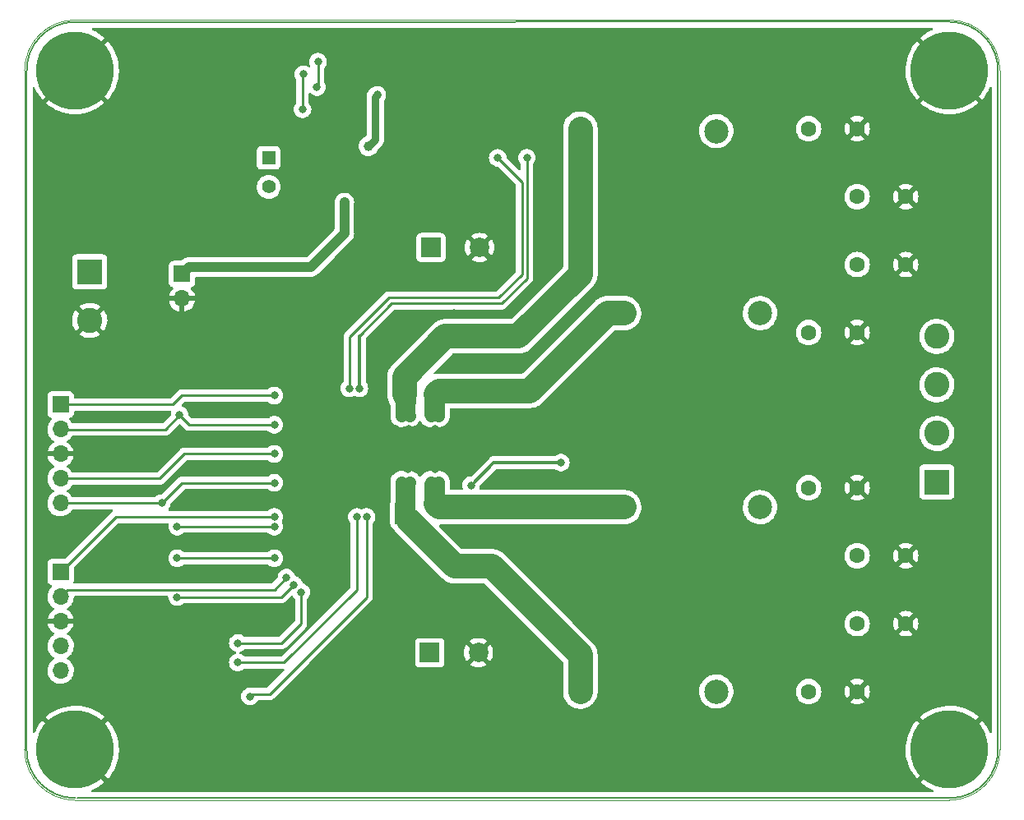
<source format=gbr>
%TF.GenerationSoftware,KiCad,Pcbnew,(6.0.0)*%
%TF.CreationDate,2022-01-08T20:11:28+01:00*%
%TF.ProjectId,ma12070p_amp_v06,6d613132-3037-4307-905f-616d705f7630,rev?*%
%TF.SameCoordinates,Original*%
%TF.FileFunction,Copper,L2,Bot*%
%TF.FilePolarity,Positive*%
%FSLAX45Y45*%
G04 Gerber Fmt 4.5, Leading zero omitted, Abs format (unit mm)*
G04 Created by KiCad (PCBNEW (6.0.0)) date 2022-01-08 20:11:28*
%MOMM*%
%LPD*%
G01*
G04 APERTURE LIST*
%TA.AperFunction,NonConductor*%
%ADD10C,0.200000*%
%TD*%
%TA.AperFunction,Profile*%
%ADD11C,0.050000*%
%TD*%
%TA.AperFunction,ComponentPad*%
%ADD12C,1.600000*%
%TD*%
%TA.AperFunction,ComponentPad*%
%ADD13R,1.700000X1.700000*%
%TD*%
%TA.AperFunction,ComponentPad*%
%ADD14O,1.700000X1.700000*%
%TD*%
%TA.AperFunction,ComponentPad*%
%ADD15R,2.600000X2.600000*%
%TD*%
%TA.AperFunction,ComponentPad*%
%ADD16C,2.600000*%
%TD*%
%TA.AperFunction,ComponentPad*%
%ADD17C,2.500000*%
%TD*%
%TA.AperFunction,ComponentPad*%
%ADD18C,8.000000*%
%TD*%
%TA.AperFunction,ComponentPad*%
%ADD19R,2.000000X2.000000*%
%TD*%
%TA.AperFunction,ComponentPad*%
%ADD20C,2.000000*%
%TD*%
%TA.AperFunction,ComponentPad*%
%ADD21R,1.422400X1.422400*%
%TD*%
%TA.AperFunction,ComponentPad*%
%ADD22C,1.422400*%
%TD*%
%TA.AperFunction,ViaPad*%
%ADD23C,0.800000*%
%TD*%
%TA.AperFunction,ViaPad*%
%ADD24C,1.000000*%
%TD*%
%TA.AperFunction,Conductor*%
%ADD25C,0.250000*%
%TD*%
%TA.AperFunction,Conductor*%
%ADD26C,2.540000*%
%TD*%
%TA.AperFunction,Conductor*%
%ADD27C,1.270000*%
%TD*%
%TA.AperFunction,Conductor*%
%ADD28C,1.000000*%
%TD*%
%TA.AperFunction,Conductor*%
%ADD29C,0.500000*%
%TD*%
%TA.AperFunction,Conductor*%
%ADD30C,0.800000*%
%TD*%
%TA.AperFunction,Conductor*%
%ADD31C,0.300000*%
%TD*%
G04 APERTURE END LIST*
D10*
X21000000Y-4923751D02*
G75*
G03*
X20500000Y-4398126I-500000J25000D01*
G01*
X21000000Y-11873126D02*
X21000000Y-4923751D01*
X11000566Y-4922533D02*
X11000000Y-11898126D01*
X11000000Y-11898126D02*
G75*
G03*
X11500000Y-12398126I500000J0D01*
G01*
X11525000Y-12398751D02*
X20550000Y-12398751D01*
X11500000Y-4398751D02*
G75*
G03*
X11000566Y-4922533I0J-500000D01*
G01*
X11500000Y-4398751D02*
X20500000Y-4398126D01*
X20525000Y-12398126D02*
G75*
G03*
X21000000Y-11873126I-25000J500000D01*
G01*
D11*
X10980000Y-11900000D02*
G75*
G03*
X11500000Y-12420000I520000J0D01*
G01*
X20500000Y-12419376D02*
G75*
G03*
X21019375Y-11899375I0J519376D01*
G01*
X11500000Y-4380000D02*
G75*
G03*
X10980000Y-4900000I0J-520000D01*
G01*
X21019375Y-4900000D02*
G75*
G03*
X20500000Y-4380625I-519375J0D01*
G01*
X21019375Y-4900000D02*
X21019375Y-11899375D01*
X11500000Y-4380000D02*
X20500000Y-4380625D01*
X10980000Y-11900000D02*
X10980000Y-4900000D01*
X20500000Y-12419376D02*
X11500000Y-12420000D01*
X11666667Y-11900000D02*
G75*
G03*
X11666667Y-11900000I-166667J0D01*
G01*
X11250000Y-11900000D02*
X11750000Y-11900000D01*
X11500000Y-11650000D02*
X11500000Y-12150000D01*
D12*
%TO.P,C27,1*%
%TO.N,Net-(C27-Pad1)*%
X19050000Y-11300000D03*
%TO.P,C27,2*%
%TO.N,GND*%
X19550000Y-11300000D03*
%TD*%
D13*
%TO.P,CONN4,1,Pin_1*%
%TO.N,Net-(C43-Pad1)*%
X11350000Y-8342500D03*
D14*
%TO.P,CONN4,2,Pin_2*%
%TO.N,Net-(C44-Pad1)*%
X11350000Y-8596500D03*
%TO.P,CONN4,3,Pin_3*%
%TO.N,GND*%
X11350000Y-8850500D03*
%TO.P,CONN4,4,Pin_4*%
%TO.N,Net-(C46-Pad2)*%
X11350000Y-9104500D03*
%TO.P,CONN4,5,Pin_5*%
%TO.N,Net-(C45-Pad1)*%
X11350000Y-9358500D03*
%TD*%
D13*
%TO.P,CONN3,1,Pin_1*%
%TO.N,SDL*%
X11350000Y-10067500D03*
D14*
%TO.P,CONN3,2,Pin_2*%
%TO.N,SDA*%
X11350000Y-10321500D03*
%TO.P,CONN3,3,Pin_3*%
%TO.N,GND*%
X11350000Y-10575500D03*
%TO.P,CONN3,4,Pin_4*%
%TO.N,ENABLE*%
X11350000Y-10829500D03*
%TO.P,CONN3,5,Pin_5*%
%TO.N,MUTE*%
X11350000Y-11083500D03*
%TD*%
D15*
%TO.P,CONN2,1,Pin_1*%
%TO.N,Net-(C28-Pad1)*%
X20370500Y-9140000D03*
D16*
%TO.P,CONN2,2,Pin_2*%
%TO.N,Net-(C24-Pad2)*%
X20370500Y-8640000D03*
%TO.P,CONN2,3,Pin_3*%
%TO.N,Net-(C13-Pad1)*%
X20370500Y-8140000D03*
%TO.P,CONN2,4,Pin_4*%
%TO.N,Net-(C9-Pad2)*%
X20370500Y-7640000D03*
%TD*%
D17*
%TO.P,L2,1,1*%
%TO.N,Net-(C9-Pad2)*%
X18100000Y-5525000D03*
%TO.P,L2,2,2*%
%TO.N,OUT0B*%
X16700000Y-5525000D03*
%TD*%
D12*
%TO.P,C23,1*%
%TO.N,Net-(C23-Pad1)*%
X19550000Y-9900000D03*
%TO.P,C23,2*%
%TO.N,GND*%
X20050000Y-9900000D03*
%TD*%
D13*
%TO.P,CONN5,1,Pin_1*%
%TO.N,Ext_supply_5V*%
X12600000Y-6997500D03*
D14*
%TO.P,CONN5,2,Pin_2*%
%TO.N,GND*%
X12600000Y-7251500D03*
%TD*%
D17*
%TO.P,L4,1,1*%
%TO.N,Net-(C13-Pad1)*%
X18550000Y-7400000D03*
%TO.P,L4,2,2*%
%TO.N,OUT0A*%
X17150000Y-7400000D03*
%TD*%
D18*
%TO.P,H2,1,1*%
%TO.N,GND*%
X11500000Y-4898126D03*
%TD*%
D12*
%TO.P,C12,1*%
%TO.N,Net-(C12-Pad1)*%
X19550000Y-6900000D03*
%TO.P,C12,2*%
%TO.N,GND*%
X20050000Y-6900000D03*
%TD*%
D18*
%TO.P,H4,1,1*%
%TO.N,GND*%
X20500000Y-4898126D03*
%TD*%
D12*
%TO.P,C8,1*%
%TO.N,Net-(C8-Pad1)*%
X19050000Y-5500000D03*
%TO.P,C8,2*%
%TO.N,GND*%
X19550000Y-5500000D03*
%TD*%
D19*
%TO.P,C2,1*%
%TO.N,PVDD*%
X15163232Y-6725000D03*
D20*
%TO.P,C2,2*%
%TO.N,GND*%
X15663232Y-6725000D03*
%TD*%
D17*
%TO.P,L6,1,1*%
%TO.N,Net-(C28-Pad1)*%
X18100000Y-11300000D03*
%TO.P,L6,2,2*%
%TO.N,OUT1B*%
X16700000Y-11300000D03*
%TD*%
D12*
%TO.P,C24,1*%
%TO.N,GND*%
X19550000Y-9200000D03*
%TO.P,C24,2*%
%TO.N,Net-(C24-Pad2)*%
X19050000Y-9200000D03*
%TD*%
D18*
%TO.P,H3,1,1*%
%TO.N,GND*%
X11500000Y-11897502D03*
%TD*%
D19*
%TO.P,C1,1*%
%TO.N,PVDD*%
X15150000Y-10900000D03*
D20*
%TO.P,C1,2*%
%TO.N,GND*%
X15650000Y-10900000D03*
%TD*%
D17*
%TO.P,L5,1,1*%
%TO.N,Net-(C24-Pad2)*%
X18550000Y-9400000D03*
%TO.P,L5,2,2*%
%TO.N,OUT1A*%
X17150000Y-9400000D03*
%TD*%
D12*
%TO.P,C9,1*%
%TO.N,GND*%
X20050000Y-6200000D03*
%TO.P,C9,2*%
%TO.N,Net-(C9-Pad2)*%
X19550000Y-6200000D03*
%TD*%
%TO.P,C28,1*%
%TO.N,Net-(C28-Pad1)*%
X19550000Y-10600000D03*
%TO.P,C28,2*%
%TO.N,GND*%
X20050000Y-10600000D03*
%TD*%
D18*
%TO.P,H1,1,1*%
%TO.N,GND*%
X20500000Y-11897502D03*
%TD*%
D21*
%TO.P,L3,1,1*%
%TO.N,Net-(C14-Pad2)*%
X13492527Y-5800000D03*
D22*
%TO.P,L3,2,2*%
%TO.N,IC_5V*%
X13492527Y-6100000D03*
%TD*%
D12*
%TO.P,C13,1*%
%TO.N,Net-(C13-Pad1)*%
X19050000Y-7600000D03*
%TO.P,C13,2*%
%TO.N,GND*%
X19550000Y-7600000D03*
%TD*%
D15*
%TO.P,CONN1,1,Pin_1*%
%TO.N,Net-(CONN1-Pad1)*%
X11650000Y-6975000D03*
D16*
%TO.P,CONN1,2,Pin_2*%
%TO.N,GND*%
X11650000Y-7475000D03*
%TD*%
D23*
%TO.N,GND*%
X12000000Y-6600000D03*
X14792500Y-9005000D03*
X15202500Y-9005000D03*
D24*
X12990000Y-5940000D03*
D23*
X14600000Y-11725000D03*
X12975000Y-9750000D03*
X14040000Y-5850000D03*
X14840000Y-7440000D03*
X17080000Y-8370000D03*
X13800000Y-6325000D03*
X11880000Y-7300000D03*
D24*
X13150000Y-5400000D03*
D23*
X11600000Y-5740000D03*
D24*
X18225000Y-9875000D03*
D23*
X11125000Y-10575000D03*
X11800000Y-6600000D03*
X15550000Y-5770000D03*
X15070000Y-8730000D03*
X13825000Y-8075000D03*
X15205000Y-8730000D03*
X19700000Y-5000000D03*
X14025000Y-6350000D03*
X14900000Y-9840000D03*
X12300000Y-6900000D03*
X13400000Y-12200000D03*
X12025000Y-10050000D03*
D24*
X12300000Y-10800000D03*
D23*
X15640000Y-6390000D03*
X18500000Y-5000000D03*
X11125000Y-9375000D03*
X15400000Y-7400000D03*
D24*
X17450000Y-7900000D03*
X11450000Y-5900000D03*
D23*
X16400000Y-4900000D03*
X15067500Y-8870000D03*
X19700000Y-4600000D03*
D24*
X12300000Y-10475000D03*
D23*
X18200000Y-12200000D03*
D24*
X14100000Y-5500000D03*
D23*
X12975000Y-8400000D03*
X11900000Y-7800000D03*
D24*
X12300000Y-11150000D03*
X12990000Y-5590000D03*
X14220000Y-7340000D03*
D23*
X13550000Y-7900000D03*
D24*
X14770000Y-5740000D03*
X14825000Y-10550000D03*
X17050000Y-6000000D03*
D23*
X14162814Y-5187186D03*
X12360000Y-6000000D03*
X15200000Y-12200000D03*
X14720000Y-7900000D03*
X14670000Y-9005000D03*
X12300000Y-6600000D03*
X15200000Y-11725000D03*
X11270000Y-5580000D03*
X18800000Y-11775000D03*
X12800000Y-12200000D03*
X11600000Y-8200000D03*
X13825000Y-7740000D03*
X11990000Y-5550000D03*
X16840000Y-9690000D03*
X15640000Y-6950000D03*
X15202500Y-8870000D03*
X11625000Y-10475000D03*
D24*
X18730000Y-7900000D03*
D23*
X12975000Y-8700000D03*
X15070000Y-8595000D03*
X19100000Y-5000000D03*
X13320000Y-5530000D03*
X16400000Y-6700000D03*
D24*
X17400000Y-5075000D03*
X17825000Y-10850000D03*
D23*
X17300000Y-4600000D03*
D24*
X16500000Y-9100000D03*
X17800000Y-7900000D03*
D23*
X13400000Y-11725000D03*
X18500000Y-4600000D03*
X11625000Y-10000000D03*
X14400000Y-4600000D03*
X15205000Y-8595000D03*
X11125000Y-11175000D03*
X14795000Y-8730000D03*
X14720000Y-7600000D03*
X14790000Y-9710000D03*
X13650000Y-5520000D03*
X15120000Y-11250000D03*
X12975000Y-7775000D03*
X11125000Y-8175000D03*
D24*
X16500000Y-10300000D03*
D23*
X13125000Y-6200000D03*
X11880000Y-7620000D03*
D24*
X15520000Y-5200000D03*
D23*
X14930000Y-8730000D03*
D24*
X18750000Y-8975000D03*
D23*
X14000000Y-12200000D03*
X16490000Y-10000000D03*
D24*
X17825000Y-9875000D03*
D23*
X17900000Y-4600000D03*
X14000000Y-11725000D03*
X15650000Y-11240000D03*
D24*
X17425000Y-10850000D03*
D23*
X13550000Y-9350000D03*
X12975000Y-10100000D03*
X15322500Y-8730000D03*
D24*
X17450000Y-6975000D03*
D23*
X12300000Y-7500000D03*
X12050000Y-9750000D03*
X12975000Y-8100000D03*
X14262814Y-5312186D03*
X12900000Y-4820000D03*
D24*
X17800000Y-6975000D03*
X16675000Y-9100000D03*
D23*
X13310000Y-4620000D03*
X15650000Y-10630000D03*
D24*
X16675000Y-8525000D03*
X16500000Y-8500000D03*
D23*
X15950000Y-7400000D03*
D24*
X17825000Y-8950000D03*
D23*
X11575000Y-8950000D03*
X12300000Y-7800000D03*
X12975000Y-9325000D03*
X11125000Y-8775000D03*
X14675000Y-8595000D03*
D24*
X14900000Y-10200000D03*
X16500000Y-8200000D03*
X16650000Y-10150000D03*
D23*
X19100000Y-4600000D03*
X16400000Y-12200000D03*
D24*
X17425000Y-11775000D03*
X17075000Y-11775000D03*
D23*
X14262814Y-5187186D03*
X19400000Y-11775000D03*
X14940000Y-6420000D03*
X14672500Y-8870000D03*
D24*
X14450000Y-10600000D03*
D23*
X15800000Y-12200000D03*
X12025000Y-10475000D03*
X14600000Y-12200000D03*
D24*
X17800000Y-5075000D03*
X18200000Y-6975000D03*
X17400000Y-6000000D03*
X17825000Y-11775000D03*
D23*
X13225000Y-10500000D03*
X16400000Y-5700000D03*
D24*
X18225000Y-8950000D03*
D23*
X13550000Y-7600000D03*
X16400000Y-5300000D03*
X15067500Y-9005000D03*
X14932500Y-8592500D03*
X13800000Y-4600000D03*
X12360000Y-5700000D03*
X12575000Y-8100000D03*
X15320000Y-9005000D03*
X16800000Y-10000000D03*
D24*
X14830000Y-6030000D03*
D23*
X15325000Y-8595000D03*
X14672500Y-8730000D03*
X15800000Y-11725000D03*
X12050000Y-9250000D03*
X12425000Y-8750000D03*
X14930000Y-8867500D03*
D24*
X18200000Y-7900000D03*
D23*
X12975000Y-9000000D03*
X14927500Y-9005000D03*
X17000000Y-12200000D03*
X13920000Y-5690000D03*
X11500000Y-7800000D03*
X11675000Y-11200000D03*
D24*
X17800000Y-6000000D03*
D23*
X11600000Y-6060000D03*
X14162814Y-5312186D03*
X12240000Y-5840000D03*
D24*
X17475000Y-9875000D03*
D23*
X11600000Y-8475000D03*
X14700000Y-6410000D03*
D24*
X14840000Y-7060000D03*
D23*
X17600000Y-12200000D03*
X16400000Y-6100000D03*
X16700000Y-4600000D03*
X11200000Y-7800000D03*
D24*
X12300000Y-10050000D03*
D23*
X14450000Y-5450000D03*
D24*
X18725000Y-6980000D03*
X15735000Y-8635000D03*
D23*
X11125000Y-9975000D03*
X12300000Y-7200000D03*
X14795000Y-8870000D03*
D24*
X17050000Y-5075000D03*
D23*
X11575000Y-9225000D03*
X19400000Y-12200000D03*
D24*
X18725000Y-9900000D03*
D23*
X17080000Y-8750000D03*
X11420000Y-7620000D03*
D24*
X16680000Y-7360000D03*
D23*
X12800000Y-11725000D03*
X15322500Y-8870000D03*
X12050000Y-8900000D03*
X16400000Y-11725000D03*
D24*
X17075000Y-10850000D03*
D23*
X11625000Y-10725000D03*
X16400000Y-6900000D03*
X13825000Y-9350000D03*
D24*
X12300000Y-9750000D03*
D23*
X15280000Y-6390000D03*
X16200000Y-7150000D03*
X12360000Y-5540000D03*
X12560000Y-5130000D03*
X14797500Y-8595000D03*
X17080000Y-8090000D03*
X11420000Y-7300000D03*
X18800000Y-12200000D03*
D24*
X17475000Y-8950000D03*
D23*
%TO.N,Net-(C14-Pad1)*%
X13990000Y-5070000D03*
X14000000Y-4810000D03*
%TO.N,Net-(C14-Pad2)*%
X13840000Y-5300000D03*
X13850000Y-4940000D03*
%TO.N,AD1*%
X13550000Y-9925000D03*
X12550000Y-9925000D03*
%TO.N,AD0*%
X13550000Y-9600000D03*
X12550000Y-9600000D03*
D24*
%TO.N,OUT0B*%
X14890000Y-8140000D03*
X14890000Y-8240000D03*
D23*
X14940000Y-8460000D03*
X14860000Y-8460000D03*
D24*
%TO.N,OUT0A*%
X15210000Y-8240000D03*
X15270000Y-8160000D03*
D23*
X15240000Y-8460000D03*
X15160000Y-8460000D03*
D24*
%TO.N,OUT1A*%
X15290000Y-9430000D03*
D23*
X15240000Y-9140000D03*
D24*
X15210000Y-9360000D03*
D23*
X15160000Y-9140000D03*
%TO.N,OUT1B*%
X14940000Y-9140000D03*
D24*
X14890000Y-9470000D03*
X14890000Y-9370000D03*
D23*
X14860000Y-9140000D03*
%TO.N,ENABLE*%
X13175000Y-11000000D03*
X14400000Y-9500000D03*
%TO.N,MUTE*%
X13300000Y-11350000D03*
X14500000Y-9500000D03*
%TO.N,SDL*%
X13550000Y-9500000D03*
%TO.N,SDA*%
X13675000Y-10125000D03*
D24*
%TO.N,GND*%
X14100000Y-7025000D03*
X12850000Y-7525000D03*
X14510000Y-6250000D03*
%TO.N,Ext_supply_5V*%
X14270000Y-6260000D03*
D23*
%TO.N,IC_5V*%
X14610000Y-5150000D03*
D24*
X14520000Y-5680000D03*
D23*
%TO.N,ERR*%
X14325000Y-8175000D03*
X15850000Y-5800000D03*
%TO.N,CLIP*%
X16150000Y-5800000D03*
X14425000Y-8175000D03*
%TO.N,CLKMS*%
X13750000Y-10200000D03*
X12550000Y-10325000D03*
%TO.N,CLKIO*%
X13825000Y-10275000D03*
X13175000Y-10800000D03*
%TO.N,Net-(C43-Pad1)*%
X13550000Y-8250000D03*
%TO.N,Net-(C44-Pad1)*%
X13550000Y-8550000D03*
X12575000Y-8450000D03*
%TO.N,Net-(C45-Pad1)*%
X13550000Y-9150000D03*
X12391500Y-9358500D03*
%TO.N,Net-(C46-Pad2)*%
X13550000Y-8850000D03*
%TO.N,MSEL0*%
X15575000Y-9175000D03*
X16500000Y-8940000D03*
%TD*%
D25*
%TO.N,ENABLE*%
X14400000Y-10250000D02*
X14400000Y-9500000D01*
X13650000Y-11000000D02*
X14400000Y-10250000D01*
X13175000Y-11000000D02*
X13650000Y-11000000D01*
%TO.N,Net-(C14-Pad2)*%
X13840000Y-4950000D02*
X13850000Y-4940000D01*
X13840000Y-5300000D02*
X13840000Y-4950000D01*
D26*
%TO.N,OUT1B*%
X16700000Y-10920000D02*
X16700000Y-11300000D01*
X15790000Y-10010000D02*
X16700000Y-10920000D01*
X15410000Y-10010000D02*
X15790000Y-10010000D01*
X14925000Y-9525000D02*
X15410000Y-10010000D01*
D25*
%TO.N,Net-(C14-Pad1)*%
X13990000Y-5070000D02*
X14000000Y-5060000D01*
X14000000Y-5060000D02*
X14000000Y-4810000D01*
%TO.N,AD1*%
X12550000Y-9925000D02*
X13550000Y-9925000D01*
%TO.N,AD0*%
X12550000Y-9600000D02*
X13550000Y-9600000D01*
D26*
%TO.N,OUT0B*%
X16060000Y-7640000D02*
X16700000Y-7000000D01*
X15310000Y-7640000D02*
X16060000Y-7640000D01*
D27*
X14890000Y-8430000D02*
X14860000Y-8460000D01*
D26*
X14890000Y-8240000D02*
X14890000Y-8060000D01*
D27*
X14890000Y-8240000D02*
X14890000Y-8430000D01*
D26*
X16700000Y-7000000D02*
X16700000Y-5500000D01*
X14890000Y-8060000D02*
X15310000Y-7640000D01*
D27*
X14890000Y-8410000D02*
X14940000Y-8460000D01*
%TO.N,OUT0A*%
X15210000Y-8430000D02*
X15240000Y-8460000D01*
X15210000Y-8240000D02*
X15210000Y-8430000D01*
D26*
X16180000Y-8200000D02*
X16980000Y-7400000D01*
X15250000Y-8200000D02*
X16180000Y-8200000D01*
D27*
X15210000Y-8410000D02*
X15160000Y-8460000D01*
D26*
X15210000Y-8240000D02*
X15250000Y-8200000D01*
X16980000Y-7400000D02*
X17150000Y-7400000D01*
%TO.N,OUT1A*%
X15210000Y-9360000D02*
X15250000Y-9400000D01*
X15250000Y-9400000D02*
X17150000Y-9400000D01*
D27*
X15210000Y-9190000D02*
X15160000Y-9140000D01*
X15210000Y-9360000D02*
X15210000Y-9170000D01*
X15210000Y-9170000D02*
X15240000Y-9140000D01*
%TO.N,OUT1B*%
X14890000Y-9190000D02*
X14940000Y-9140000D01*
X14890000Y-9370000D02*
X14890000Y-9490000D01*
X14890000Y-9370000D02*
X14890000Y-9170000D01*
X14890000Y-9170000D02*
X14860000Y-9140000D01*
X14890000Y-9490000D02*
X14925000Y-9525000D01*
D25*
%TO.N,MUTE*%
X13500000Y-11325000D02*
X13325000Y-11325000D01*
X14500000Y-9500000D02*
X14500000Y-10325000D01*
X14500000Y-10325000D02*
X13500000Y-11325000D01*
X13325000Y-11325000D02*
X13300000Y-11350000D01*
%TO.N,SDL*%
X11917500Y-9500000D02*
X11350000Y-10067500D01*
X13550000Y-9500000D02*
X11917500Y-9500000D01*
%TO.N,SDA*%
X11421500Y-10250000D02*
X11350000Y-10321500D01*
X13675000Y-10125000D02*
X13550000Y-10250000D01*
X13550000Y-10250000D02*
X11421500Y-10250000D01*
D28*
%TO.N,GND*%
X14510000Y-6615000D02*
X14510000Y-6250000D01*
D29*
X14100000Y-7025000D02*
X14025000Y-7100000D01*
D28*
X14100000Y-7025000D02*
X14510000Y-6615000D01*
D29*
X14025000Y-7100000D02*
X13275000Y-7100000D01*
X13275000Y-7100000D02*
X12850000Y-7525000D01*
D28*
%TO.N,Ext_supply_5V*%
X14270000Y-6580000D02*
X13925000Y-6925000D01*
X14270000Y-6260000D02*
X14270000Y-6580000D01*
X13925000Y-6925000D02*
X12672500Y-6925000D01*
X12672500Y-6925000D02*
X12600000Y-6997500D01*
D30*
%TO.N,IC_5V*%
X14590000Y-5170000D02*
X14590000Y-5610000D01*
X14610000Y-5150000D02*
X14590000Y-5170000D01*
X14590000Y-5610000D02*
X14520000Y-5680000D01*
D25*
%TO.N,ERR*%
X14325000Y-7645000D02*
X14325000Y-8175000D01*
X15860000Y-7240000D02*
X14730000Y-7240000D01*
X16100000Y-7000000D02*
X15860000Y-7240000D01*
X14730000Y-7240000D02*
X14325000Y-7645000D01*
X15850000Y-5800000D02*
X16100000Y-6050000D01*
X16100000Y-6050000D02*
X16100000Y-7000000D01*
%TO.N,CLIP*%
X15890000Y-7300000D02*
X14760000Y-7300000D01*
X16150000Y-7040000D02*
X15890000Y-7300000D01*
X14760000Y-7300000D02*
X14425000Y-7635000D01*
D31*
X14425000Y-7635000D02*
X14425000Y-8175000D01*
D25*
X16150000Y-5800000D02*
X16150000Y-7040000D01*
%TO.N,CLKMS*%
X13625000Y-10325000D02*
X12550000Y-10325000D01*
X13750000Y-10200000D02*
X13625000Y-10325000D01*
%TO.N,CLKIO*%
X13825000Y-10275000D02*
X13825000Y-10600000D01*
X13625000Y-10800000D02*
X13175000Y-10800000D01*
X13825000Y-10600000D02*
X13625000Y-10800000D01*
%TO.N,Net-(C43-Pad1)*%
X12507500Y-8342500D02*
X11350000Y-8342500D01*
X13550000Y-8250000D02*
X12600000Y-8250000D01*
X12600000Y-8250000D02*
X12507500Y-8342500D01*
%TO.N,Net-(C44-Pad1)*%
X12575000Y-8450000D02*
X12675000Y-8550000D01*
X12675000Y-8550000D02*
X13550000Y-8550000D01*
X12425000Y-8600000D02*
X11353500Y-8600000D01*
X12575000Y-8450000D02*
X12425000Y-8600000D01*
%TO.N,Net-(C45-Pad1)*%
X12600000Y-9150000D02*
X12391500Y-9358500D01*
X12391500Y-9358500D02*
X11350000Y-9358500D01*
X12600000Y-9150000D02*
X13550000Y-9150000D01*
%TO.N,Net-(C46-Pad2)*%
X12370500Y-9104500D02*
X11350000Y-9104500D01*
X12625000Y-8850000D02*
X12370500Y-9104500D01*
X13550000Y-8850000D02*
X12625000Y-8850000D01*
D31*
%TO.N,MSEL0*%
X15810000Y-8940000D02*
X15575000Y-9175000D01*
X16500000Y-8940000D02*
X15810000Y-8940000D01*
%TD*%
%TA.AperFunction,Conductor*%
%TO.N,OUT0B*%
G36*
X15000885Y-8216919D02*
G01*
X15005534Y-8222284D01*
X15006671Y-8227719D01*
X15003072Y-8454458D01*
X15000964Y-8461238D01*
X14995525Y-8465801D01*
X14990412Y-8466858D01*
X14962566Y-8466723D01*
X14809413Y-8465980D01*
X14802611Y-8463946D01*
X14797988Y-8458558D01*
X14796874Y-8453380D01*
X14796874Y-8227519D01*
X14798874Y-8220706D01*
X14804240Y-8216057D01*
X14809474Y-8214919D01*
X14994073Y-8214919D01*
X15000885Y-8216919D01*
G37*
%TD.AperFunction*%
%TD*%
%TA.AperFunction,Conductor*%
%TO.N,OUT1A*%
G36*
X15137308Y-9139196D02*
G01*
X15290461Y-9139939D01*
X15297263Y-9141972D01*
X15301887Y-9147361D01*
X15303000Y-9152539D01*
X15303000Y-9378400D01*
X15301000Y-9385212D01*
X15295634Y-9389861D01*
X15290400Y-9391000D01*
X15105802Y-9391000D01*
X15098989Y-9389000D01*
X15094340Y-9383634D01*
X15093203Y-9378200D01*
X15096802Y-9151460D01*
X15098910Y-9144681D01*
X15104349Y-9140117D01*
X15109462Y-9139061D01*
X15137308Y-9139196D01*
G37*
%TD.AperFunction*%
%TD*%
%TA.AperFunction,Conductor*%
%TO.N,GND*%
G36*
X20325491Y-4460939D02*
G01*
X20330141Y-4466304D01*
X20331152Y-4473331D01*
X20328203Y-4479789D01*
X20323359Y-4483238D01*
X20313840Y-4487045D01*
X20313319Y-4487281D01*
X20277348Y-4505610D01*
X20276851Y-4505892D01*
X20242690Y-4527404D01*
X20242220Y-4527731D01*
X20210149Y-4552251D01*
X20209711Y-4552618D01*
X20200991Y-4560637D01*
X20200172Y-4561998D01*
X20200174Y-4562041D01*
X20200710Y-4562915D01*
X20835069Y-5197274D01*
X20836413Y-5198008D01*
X20837397Y-5197316D01*
X20857361Y-5173692D01*
X20857710Y-5173239D01*
X20880866Y-5140169D01*
X20881172Y-5139687D01*
X20901235Y-5104654D01*
X20901496Y-5104146D01*
X20915144Y-5074338D01*
X20919798Y-5068976D01*
X20926612Y-5066983D01*
X20933422Y-5068989D01*
X20938066Y-5074359D01*
X20939200Y-5079583D01*
X20939200Y-11716454D01*
X20937200Y-11723266D01*
X20931834Y-11727915D01*
X20924807Y-11728925D01*
X20918349Y-11725976D01*
X20915036Y-11721458D01*
X20905723Y-11699935D01*
X20905472Y-11699422D01*
X20886147Y-11663977D01*
X20885851Y-11663488D01*
X20863393Y-11629940D01*
X20863054Y-11629480D01*
X20837683Y-11598150D01*
X20836396Y-11597424D01*
X20836260Y-11597432D01*
X20835527Y-11597896D01*
X20200772Y-12232650D01*
X20200011Y-12234045D01*
X20200019Y-12234158D01*
X20200517Y-12234915D01*
X20202540Y-12236855D01*
X20202968Y-12237230D01*
X20234522Y-12262419D01*
X20234980Y-12262752D01*
X20268687Y-12284977D01*
X20269176Y-12285269D01*
X20304754Y-12304346D01*
X20305272Y-12304594D01*
X20326848Y-12313752D01*
X20332337Y-12318255D01*
X20334520Y-12325011D01*
X20332704Y-12331874D01*
X20327466Y-12336667D01*
X20321924Y-12337951D01*
X11678300Y-12337951D01*
X11671488Y-12335951D01*
X11666839Y-12330585D01*
X11665828Y-12323558D01*
X11668778Y-12317100D01*
X11673215Y-12313822D01*
X11700395Y-12301835D01*
X11700905Y-12301581D01*
X11736214Y-12282009D01*
X11736702Y-12281709D01*
X11770090Y-12259019D01*
X11770551Y-12258674D01*
X11799183Y-12235155D01*
X11800029Y-12233912D01*
X11799404Y-12232827D01*
X11464192Y-11897615D01*
X11536441Y-11897615D01*
X11536454Y-11897798D01*
X11536879Y-11898460D01*
X11835069Y-12196649D01*
X11836413Y-12197384D01*
X11837397Y-12196692D01*
X11857361Y-12173067D01*
X11857710Y-12172615D01*
X11880866Y-12139544D01*
X11881172Y-12139062D01*
X11901235Y-12104030D01*
X11901496Y-12103521D01*
X11918302Y-12066814D01*
X11918516Y-12066285D01*
X11931925Y-12028206D01*
X11932091Y-12027659D01*
X11941994Y-11988522D01*
X11942109Y-11987962D01*
X11948424Y-11948087D01*
X11948488Y-11947521D01*
X11950783Y-11912965D01*
X20048996Y-11912965D01*
X20049016Y-11913536D01*
X20052254Y-11953777D01*
X20052326Y-11954345D01*
X20059197Y-11994124D01*
X20059320Y-11994684D01*
X20069769Y-12033680D01*
X20069941Y-12034223D01*
X20083882Y-12072112D01*
X20084103Y-12072638D01*
X20101419Y-12109107D01*
X20101688Y-12109611D01*
X20122239Y-12144362D01*
X20122550Y-12144837D01*
X20146167Y-12177583D01*
X20146521Y-12178029D01*
X20162553Y-12196472D01*
X20163866Y-12197313D01*
X20164857Y-12196724D01*
X20462798Y-11898783D01*
X20463559Y-11897388D01*
X20463546Y-11897205D01*
X20463121Y-11896544D01*
X20165042Y-11598465D01*
X20163648Y-11597704D01*
X20163629Y-11597705D01*
X20162747Y-11598303D01*
X20152474Y-11609631D01*
X20152109Y-11610073D01*
X20127814Y-11642314D01*
X20127491Y-11642786D01*
X20106217Y-11677096D01*
X20105938Y-11677596D01*
X20087862Y-11713692D01*
X20087629Y-11714216D01*
X20072899Y-11751802D01*
X20072715Y-11752344D01*
X20061452Y-11791112D01*
X20061318Y-11791667D01*
X20053614Y-11831297D01*
X20053531Y-11831861D01*
X20049451Y-11872025D01*
X20049419Y-11872597D01*
X20048996Y-11912965D01*
X11950783Y-11912965D01*
X11951171Y-11907128D01*
X11951184Y-11906777D01*
X11951280Y-11897679D01*
X11951273Y-11897324D01*
X11949437Y-11856886D01*
X11949385Y-11856318D01*
X11943906Y-11816319D01*
X11943804Y-11815759D01*
X11934722Y-11776421D01*
X11934568Y-11775872D01*
X11921959Y-11737520D01*
X11921756Y-11736986D01*
X11905723Y-11699935D01*
X11905472Y-11699422D01*
X11886147Y-11663977D01*
X11885851Y-11663488D01*
X11863393Y-11629940D01*
X11863054Y-11629480D01*
X11837683Y-11598150D01*
X11836396Y-11597424D01*
X11836260Y-11597432D01*
X11835527Y-11597896D01*
X11537202Y-11896220D01*
X11536441Y-11897615D01*
X11464192Y-11897615D01*
X11165042Y-11598465D01*
X11163648Y-11597704D01*
X11163629Y-11597705D01*
X11162747Y-11598303D01*
X11152474Y-11609631D01*
X11152109Y-11610073D01*
X11127814Y-11642314D01*
X11127491Y-11642786D01*
X11106217Y-11677096D01*
X11105938Y-11677596D01*
X11087862Y-11713692D01*
X11087629Y-11714217D01*
X11085146Y-11720552D01*
X11080798Y-11726165D01*
X11074106Y-11728536D01*
X11067195Y-11726912D01*
X11062258Y-11721810D01*
X11060815Y-11715954D01*
X11060827Y-11561373D01*
X11200172Y-11561373D01*
X11200173Y-11561416D01*
X11200710Y-11562291D01*
X11498719Y-11860299D01*
X11500113Y-11861061D01*
X11500296Y-11861048D01*
X11500958Y-11860623D01*
X11799094Y-11562486D01*
X11799702Y-11561373D01*
X20200172Y-11561373D01*
X20200174Y-11561416D01*
X20200710Y-11562291D01*
X20498719Y-11860299D01*
X20500113Y-11861061D01*
X20500297Y-11861048D01*
X20500958Y-11860623D01*
X20799094Y-11562486D01*
X20799835Y-11561130D01*
X20799161Y-11560164D01*
X20778053Y-11542073D01*
X20777604Y-11541722D01*
X20744697Y-11518336D01*
X20744215Y-11518025D01*
X20709324Y-11497718D01*
X20708818Y-11497453D01*
X20672230Y-11480392D01*
X20671700Y-11480174D01*
X20633717Y-11466499D01*
X20633171Y-11466330D01*
X20594104Y-11456154D01*
X20593545Y-11456035D01*
X20553715Y-11449441D01*
X20553149Y-11449374D01*
X20512885Y-11446417D01*
X20512315Y-11446401D01*
X20471949Y-11447106D01*
X20471380Y-11447141D01*
X20431246Y-11451501D01*
X20430679Y-11451589D01*
X20391106Y-11459568D01*
X20390551Y-11459707D01*
X20351863Y-11471240D01*
X20351322Y-11471428D01*
X20313840Y-11486420D01*
X20313319Y-11486657D01*
X20277348Y-11504985D01*
X20276851Y-11505267D01*
X20242690Y-11526780D01*
X20242220Y-11527106D01*
X20210149Y-11551626D01*
X20209711Y-11551993D01*
X20200991Y-11560012D01*
X20200172Y-11561373D01*
X11799702Y-11561373D01*
X11799835Y-11561130D01*
X11799161Y-11560164D01*
X11778053Y-11542073D01*
X11777604Y-11541722D01*
X11744697Y-11518336D01*
X11744215Y-11518025D01*
X11709324Y-11497718D01*
X11708818Y-11497453D01*
X11672230Y-11480392D01*
X11671700Y-11480174D01*
X11633717Y-11466499D01*
X11633171Y-11466330D01*
X11594104Y-11456154D01*
X11593545Y-11456035D01*
X11553715Y-11449441D01*
X11553149Y-11449374D01*
X11512885Y-11446417D01*
X11512315Y-11446401D01*
X11471949Y-11447106D01*
X11471380Y-11447141D01*
X11431246Y-11451501D01*
X11430679Y-11451589D01*
X11391106Y-11459568D01*
X11390551Y-11459707D01*
X11351863Y-11471240D01*
X11351322Y-11471428D01*
X11313840Y-11486420D01*
X11313319Y-11486657D01*
X11277347Y-11504985D01*
X11276851Y-11505267D01*
X11242690Y-11526780D01*
X11242220Y-11527106D01*
X11210149Y-11551626D01*
X11209711Y-11551993D01*
X11200991Y-11560012D01*
X11200172Y-11561373D01*
X11060827Y-11561373D01*
X11060866Y-11080170D01*
X11213725Y-11080170D01*
X11213755Y-11080685D01*
X11213755Y-11080685D01*
X11214301Y-11090159D01*
X11215011Y-11102472D01*
X11215125Y-11102976D01*
X11215125Y-11102977D01*
X11217112Y-11111794D01*
X11219922Y-11124264D01*
X11228327Y-11144962D01*
X11233402Y-11153244D01*
X11239353Y-11162956D01*
X11239999Y-11164009D01*
X11254625Y-11180894D01*
X11271813Y-11195163D01*
X11291100Y-11206434D01*
X11311969Y-11214403D01*
X11312476Y-11214506D01*
X11312476Y-11214506D01*
X11323202Y-11216688D01*
X11333860Y-11218857D01*
X11334377Y-11218876D01*
X11334377Y-11218876D01*
X11355667Y-11219656D01*
X11355668Y-11219656D01*
X11356184Y-11219675D01*
X11356696Y-11219610D01*
X11356696Y-11219610D01*
X11377829Y-11216902D01*
X11377829Y-11216902D01*
X11378342Y-11216837D01*
X11378837Y-11216688D01*
X11399243Y-11210566D01*
X11399243Y-11210566D01*
X11399738Y-11210417D01*
X11419799Y-11200590D01*
X11437986Y-11187617D01*
X11439000Y-11186607D01*
X11446121Y-11179511D01*
X11453810Y-11171849D01*
X11459759Y-11163569D01*
X11466543Y-11154128D01*
X11466845Y-11153708D01*
X11469506Y-11148324D01*
X11476514Y-11134145D01*
X11476514Y-11134145D01*
X11476743Y-11133681D01*
X11483237Y-11112307D01*
X11486153Y-11090159D01*
X11486316Y-11083500D01*
X11484485Y-11061236D01*
X11479043Y-11039570D01*
X11470135Y-11019084D01*
X11461123Y-11005153D01*
X11458282Y-11000762D01*
X11458282Y-11000761D01*
X11458001Y-11000328D01*
X11442967Y-10983805D01*
X11442562Y-10983485D01*
X11442561Y-10983485D01*
X11425841Y-10970280D01*
X11425841Y-10970280D01*
X11425436Y-10969960D01*
X11421305Y-10967680D01*
X11416308Y-10962636D01*
X11414831Y-10955692D01*
X11417343Y-10949052D01*
X11420078Y-10946391D01*
X11424460Y-10943265D01*
X11437986Y-10933617D01*
X11439002Y-10932605D01*
X11446442Y-10925190D01*
X11453810Y-10917849D01*
X11459759Y-10909569D01*
X11466543Y-10900128D01*
X11466845Y-10899708D01*
X11467334Y-10898719D01*
X11476514Y-10880145D01*
X11476514Y-10880145D01*
X11476743Y-10879681D01*
X11481645Y-10863546D01*
X11483086Y-10858802D01*
X11483086Y-10858802D01*
X11483237Y-10858307D01*
X11486153Y-10836159D01*
X11486281Y-10830904D01*
X11486307Y-10829837D01*
X11486307Y-10829836D01*
X11486316Y-10829500D01*
X11484485Y-10807236D01*
X11479043Y-10785570D01*
X11470135Y-10765084D01*
X11460444Y-10750103D01*
X11458282Y-10746762D01*
X11458282Y-10746761D01*
X11458001Y-10746328D01*
X11442967Y-10729805D01*
X11442562Y-10729485D01*
X11442561Y-10729485D01*
X11425841Y-10716280D01*
X11425841Y-10716280D01*
X11425436Y-10715960D01*
X11421257Y-10713653D01*
X11416260Y-10708610D01*
X11414783Y-10701665D01*
X11417294Y-10695025D01*
X11420029Y-10692364D01*
X11437533Y-10679879D01*
X11438320Y-10679214D01*
X11453405Y-10664181D01*
X11454073Y-10663397D01*
X11466500Y-10646102D01*
X11467031Y-10645218D01*
X11476467Y-10626127D01*
X11476847Y-10625167D01*
X11483038Y-10604791D01*
X11483255Y-10603784D01*
X11483399Y-10602696D01*
X11483177Y-10601278D01*
X11481862Y-10600900D01*
X11218322Y-10600900D01*
X11216969Y-10601297D01*
X11216826Y-10602297D01*
X11219856Y-10615745D01*
X11220164Y-10616728D01*
X11228177Y-10636460D01*
X11228641Y-10637379D01*
X11239769Y-10655539D01*
X11240378Y-10656370D01*
X11254321Y-10672467D01*
X11255058Y-10673188D01*
X11271443Y-10686792D01*
X11272288Y-10687383D01*
X11279197Y-10691420D01*
X11284069Y-10696584D01*
X11285376Y-10703563D01*
X11282703Y-10710140D01*
X11278658Y-10713475D01*
X11277361Y-10714151D01*
X11276947Y-10714461D01*
X11276947Y-10714461D01*
X11265313Y-10723196D01*
X11259496Y-10727564D01*
X11244063Y-10743714D01*
X11243771Y-10744141D01*
X11243771Y-10744141D01*
X11239395Y-10750557D01*
X11231474Y-10762168D01*
X11229937Y-10765480D01*
X11222729Y-10781007D01*
X11222069Y-10782431D01*
X11216099Y-10803957D01*
X11213725Y-10826170D01*
X11213755Y-10826685D01*
X11213755Y-10826685D01*
X11214301Y-10836159D01*
X11215011Y-10848472D01*
X11215125Y-10848976D01*
X11215125Y-10848977D01*
X11217062Y-10857571D01*
X11219922Y-10870264D01*
X11228327Y-10890962D01*
X11230253Y-10894105D01*
X11239351Y-10908952D01*
X11239999Y-10910009D01*
X11254625Y-10926894D01*
X11271813Y-10941163D01*
X11278859Y-10945281D01*
X11279144Y-10945448D01*
X11284017Y-10950611D01*
X11285324Y-10957590D01*
X11282651Y-10964167D01*
X11278605Y-10967503D01*
X11277361Y-10968151D01*
X11276947Y-10968461D01*
X11276947Y-10968461D01*
X11260237Y-10981007D01*
X11259496Y-10981564D01*
X11259139Y-10981937D01*
X11247929Y-10993668D01*
X11244063Y-10997714D01*
X11243771Y-10998141D01*
X11243771Y-10998141D01*
X11235514Y-11010246D01*
X11231474Y-11016168D01*
X11222069Y-11036431D01*
X11216099Y-11057957D01*
X11213725Y-11080170D01*
X11060866Y-11080170D01*
X11060928Y-10318170D01*
X11213725Y-10318170D01*
X11213755Y-10318685D01*
X11213755Y-10318685D01*
X11214580Y-10333003D01*
X11215011Y-10340472D01*
X11215125Y-10340976D01*
X11215125Y-10340977D01*
X11216649Y-10347738D01*
X11219922Y-10362264D01*
X11226067Y-10377398D01*
X11227815Y-10381701D01*
X11228327Y-10382962D01*
X11239999Y-10402009D01*
X11254625Y-10418894D01*
X11271813Y-10433163D01*
X11279195Y-10437477D01*
X11284068Y-10442641D01*
X11285375Y-10449620D01*
X11282702Y-10456197D01*
X11278656Y-10459533D01*
X11277846Y-10459955D01*
X11276974Y-10460504D01*
X11259943Y-10473291D01*
X11259173Y-10473975D01*
X11244459Y-10489372D01*
X11243810Y-10490173D01*
X11231810Y-10507765D01*
X11231300Y-10508662D01*
X11222334Y-10527978D01*
X11221977Y-10528947D01*
X11216439Y-10548918D01*
X11216591Y-10549761D01*
X11217829Y-10550100D01*
X11481834Y-10550100D01*
X11483187Y-10549703D01*
X11483318Y-10548795D01*
X11479121Y-10532088D01*
X11478789Y-10531112D01*
X11470297Y-10511581D01*
X11469810Y-10510674D01*
X11458243Y-10492793D01*
X11457614Y-10491976D01*
X11443281Y-10476224D01*
X11442527Y-10475522D01*
X11425814Y-10462322D01*
X11424956Y-10461752D01*
X11421260Y-10459712D01*
X11416263Y-10454669D01*
X11414786Y-10447725D01*
X11417297Y-10441084D01*
X11420033Y-10438423D01*
X11422380Y-10436749D01*
X11437986Y-10425617D01*
X11453810Y-10409849D01*
X11459759Y-10401569D01*
X11466543Y-10392128D01*
X11466845Y-10391708D01*
X11468396Y-10388570D01*
X11476514Y-10372145D01*
X11476514Y-10372145D01*
X11476743Y-10371681D01*
X11480860Y-10358130D01*
X11483086Y-10350802D01*
X11483086Y-10350802D01*
X11483237Y-10350307D01*
X11486153Y-10328159D01*
X11486214Y-10325642D01*
X11488380Y-10318881D01*
X11493858Y-10314364D01*
X11498811Y-10313350D01*
X12446119Y-10313350D01*
X12452931Y-10315350D01*
X12457580Y-10320716D01*
X12458515Y-10325014D01*
X12458650Y-10325000D01*
X12460522Y-10342815D01*
X12460646Y-10343993D01*
X12466547Y-10362156D01*
X12476096Y-10378694D01*
X12476538Y-10379185D01*
X12476538Y-10379185D01*
X12484745Y-10388300D01*
X12488875Y-10392887D01*
X12504325Y-10404112D01*
X12504928Y-10404380D01*
X12504928Y-10404380D01*
X12521168Y-10411611D01*
X12521771Y-10411879D01*
X12531111Y-10413865D01*
X12539806Y-10415713D01*
X12539806Y-10415713D01*
X12540451Y-10415850D01*
X12559549Y-10415850D01*
X12560194Y-10415713D01*
X12560194Y-10415713D01*
X12568889Y-10413865D01*
X12578229Y-10411879D01*
X12578832Y-10411611D01*
X12595072Y-10404380D01*
X12595072Y-10404380D01*
X12595675Y-10404112D01*
X12611125Y-10392887D01*
X12611567Y-10392396D01*
X12612058Y-10391954D01*
X12612170Y-10392079D01*
X12617501Y-10388795D01*
X12620820Y-10388350D01*
X13617123Y-10388350D01*
X13618242Y-10388403D01*
X13618991Y-10388570D01*
X13619783Y-10388545D01*
X13619784Y-10388545D01*
X13625799Y-10388356D01*
X13626194Y-10388350D01*
X13628986Y-10388350D01*
X13629379Y-10388300D01*
X13629386Y-10388300D01*
X13630569Y-10388206D01*
X13633795Y-10388105D01*
X13634197Y-10388092D01*
X13634989Y-10388067D01*
X13636934Y-10387502D01*
X13638870Y-10387101D01*
X13640093Y-10386947D01*
X13640093Y-10386947D01*
X13640880Y-10386847D01*
X13641617Y-10386556D01*
X13641617Y-10386556D01*
X13644991Y-10385220D01*
X13646114Y-10384835D01*
X13649598Y-10383823D01*
X13649598Y-10383823D01*
X13650359Y-10383602D01*
X13651041Y-10383199D01*
X13651042Y-10383198D01*
X13652103Y-10382571D01*
X13653878Y-10381701D01*
X13655762Y-10380955D01*
X13659339Y-10378356D01*
X13660331Y-10377705D01*
X13663453Y-10375858D01*
X13663454Y-10375858D01*
X13664136Y-10375454D01*
X13665568Y-10374022D01*
X13667072Y-10372738D01*
X13668711Y-10371547D01*
X13669216Y-10370937D01*
X13669216Y-10370936D01*
X13671529Y-10368140D01*
X13672328Y-10367262D01*
X13724771Y-10314820D01*
X13731002Y-10311417D01*
X13738083Y-10311924D01*
X13743767Y-10316179D01*
X13744592Y-10317429D01*
X13750766Y-10328123D01*
X13750766Y-10328123D01*
X13751096Y-10328694D01*
X13758414Y-10336822D01*
X13761485Y-10343222D01*
X13761650Y-10345252D01*
X13761650Y-10568541D01*
X13759650Y-10575353D01*
X13757959Y-10577450D01*
X13602450Y-10732960D01*
X13596219Y-10736362D01*
X13593540Y-10736650D01*
X13245820Y-10736650D01*
X13239008Y-10734650D01*
X13237085Y-10733016D01*
X13237058Y-10733046D01*
X13236567Y-10732604D01*
X13236125Y-10732113D01*
X13229436Y-10727253D01*
X13221209Y-10721276D01*
X13221209Y-10721276D01*
X13220675Y-10720888D01*
X13220072Y-10720620D01*
X13220072Y-10720620D01*
X13203832Y-10713389D01*
X13203832Y-10713389D01*
X13203229Y-10713121D01*
X13193889Y-10711135D01*
X13185194Y-10709287D01*
X13185194Y-10709287D01*
X13184549Y-10709150D01*
X13165451Y-10709150D01*
X13164806Y-10709287D01*
X13164806Y-10709287D01*
X13156111Y-10711135D01*
X13146771Y-10713121D01*
X13146168Y-10713389D01*
X13146168Y-10713389D01*
X13129928Y-10720620D01*
X13129928Y-10720620D01*
X13129325Y-10720888D01*
X13128791Y-10721276D01*
X13128791Y-10721276D01*
X13125828Y-10723428D01*
X13113875Y-10732113D01*
X13113433Y-10732604D01*
X13113432Y-10732605D01*
X13103430Y-10743714D01*
X13101096Y-10746306D01*
X13091547Y-10762844D01*
X13085646Y-10781007D01*
X13085577Y-10781663D01*
X13085577Y-10781664D01*
X13084726Y-10789754D01*
X13083650Y-10800000D01*
X13083719Y-10800657D01*
X13085510Y-10817703D01*
X13085646Y-10818993D01*
X13091547Y-10837156D01*
X13101096Y-10853694D01*
X13101538Y-10854185D01*
X13101538Y-10854185D01*
X13109745Y-10863300D01*
X13113875Y-10867887D01*
X13129325Y-10879112D01*
X13129928Y-10879380D01*
X13129928Y-10879380D01*
X13146168Y-10886611D01*
X13146771Y-10886879D01*
X13150516Y-10887675D01*
X13156763Y-10891048D01*
X13160195Y-10897263D01*
X13159722Y-10904347D01*
X13155495Y-10910051D01*
X13150516Y-10912325D01*
X13146771Y-10913121D01*
X13146168Y-10913389D01*
X13146168Y-10913389D01*
X13129928Y-10920620D01*
X13129928Y-10920620D01*
X13129325Y-10920888D01*
X13113875Y-10932113D01*
X13113433Y-10932604D01*
X13113432Y-10932605D01*
X13110049Y-10936362D01*
X13101096Y-10946306D01*
X13091547Y-10962844D01*
X13085646Y-10981007D01*
X13083650Y-11000000D01*
X13083719Y-11000657D01*
X13085398Y-11016638D01*
X13085646Y-11018993D01*
X13091547Y-11037156D01*
X13101096Y-11053694D01*
X13101538Y-11054185D01*
X13101538Y-11054185D01*
X13107887Y-11061236D01*
X13113875Y-11067887D01*
X13129325Y-11079112D01*
X13129928Y-11079380D01*
X13129928Y-11079380D01*
X13139181Y-11083500D01*
X13146771Y-11086879D01*
X13156111Y-11088865D01*
X13164806Y-11090713D01*
X13164806Y-11090713D01*
X13165451Y-11090850D01*
X13184549Y-11090850D01*
X13185194Y-11090713D01*
X13185194Y-11090713D01*
X13193889Y-11088865D01*
X13203229Y-11086879D01*
X13210819Y-11083500D01*
X13220072Y-11079380D01*
X13220072Y-11079380D01*
X13220675Y-11079112D01*
X13236125Y-11067887D01*
X13236567Y-11067396D01*
X13237058Y-11066954D01*
X13237170Y-11067079D01*
X13242501Y-11063795D01*
X13245820Y-11063350D01*
X13641640Y-11063350D01*
X13648453Y-11065350D01*
X13653102Y-11070716D01*
X13654112Y-11077743D01*
X13651163Y-11084201D01*
X13650550Y-11084860D01*
X13477450Y-11257959D01*
X13471219Y-11261362D01*
X13468540Y-11261650D01*
X13332876Y-11261650D01*
X13331758Y-11261597D01*
X13331009Y-11261430D01*
X13330217Y-11261455D01*
X13324203Y-11261644D01*
X13323807Y-11261650D01*
X13322635Y-11261650D01*
X13320015Y-11261375D01*
X13310194Y-11259287D01*
X13310194Y-11259287D01*
X13309549Y-11259150D01*
X13290451Y-11259150D01*
X13289806Y-11259287D01*
X13289806Y-11259287D01*
X13281111Y-11261135D01*
X13271771Y-11263121D01*
X13271168Y-11263389D01*
X13271168Y-11263389D01*
X13254928Y-11270620D01*
X13254928Y-11270620D01*
X13254325Y-11270888D01*
X13238875Y-11282113D01*
X13226096Y-11296306D01*
X13223410Y-11300958D01*
X13218759Y-11309014D01*
X13216547Y-11312844D01*
X13210646Y-11331007D01*
X13210577Y-11331663D01*
X13210577Y-11331663D01*
X13209995Y-11337202D01*
X13208650Y-11350000D01*
X13208719Y-11350656D01*
X13210344Y-11366126D01*
X13210646Y-11368993D01*
X13216547Y-11387156D01*
X13216878Y-11387728D01*
X13216878Y-11387728D01*
X13217350Y-11388545D01*
X13226096Y-11403694D01*
X13226538Y-11404185D01*
X13226538Y-11404185D01*
X13236898Y-11415691D01*
X13238875Y-11417887D01*
X13254325Y-11429112D01*
X13254928Y-11429380D01*
X13254928Y-11429380D01*
X13271168Y-11436611D01*
X13271771Y-11436879D01*
X13279880Y-11438603D01*
X13289806Y-11440713D01*
X13289806Y-11440713D01*
X13290451Y-11440850D01*
X13309549Y-11440850D01*
X13310194Y-11440713D01*
X13310194Y-11440713D01*
X13320120Y-11438603D01*
X13328229Y-11436879D01*
X13328832Y-11436611D01*
X13345072Y-11429380D01*
X13345072Y-11429380D01*
X13345675Y-11429112D01*
X13361125Y-11417887D01*
X13363102Y-11415691D01*
X13373462Y-11404185D01*
X13373462Y-11404185D01*
X13373904Y-11403694D01*
X13379126Y-11394650D01*
X13384264Y-11389751D01*
X13390038Y-11388350D01*
X13492123Y-11388350D01*
X13493242Y-11388403D01*
X13493991Y-11388570D01*
X13494783Y-11388545D01*
X13494784Y-11388545D01*
X13500799Y-11388356D01*
X13501194Y-11388350D01*
X13503986Y-11388350D01*
X13504379Y-11388300D01*
X13504386Y-11388299D01*
X13505569Y-11388206D01*
X13508795Y-11388105D01*
X13509197Y-11388092D01*
X13509989Y-11388067D01*
X13511934Y-11387502D01*
X13513870Y-11387101D01*
X13515093Y-11386947D01*
X13515093Y-11386947D01*
X13515880Y-11386847D01*
X13516617Y-11386555D01*
X13516617Y-11386555D01*
X13519991Y-11385220D01*
X13521114Y-11384835D01*
X13524598Y-11383823D01*
X13524598Y-11383823D01*
X13525359Y-11383602D01*
X13526041Y-11383198D01*
X13526042Y-11383198D01*
X13527103Y-11382571D01*
X13528878Y-11381701D01*
X13530762Y-11380955D01*
X13534339Y-11378356D01*
X13535331Y-11377705D01*
X13538453Y-11375858D01*
X13538454Y-11375858D01*
X13539136Y-11375454D01*
X13540568Y-11374022D01*
X13542072Y-11372738D01*
X13543711Y-11371547D01*
X13546530Y-11368139D01*
X13547329Y-11367262D01*
X13909777Y-11004813D01*
X14999150Y-11004813D01*
X14999825Y-11011032D01*
X15004938Y-11024671D01*
X15013674Y-11036326D01*
X15025329Y-11045062D01*
X15038968Y-11050175D01*
X15045187Y-11050850D01*
X15254813Y-11050850D01*
X15261032Y-11050175D01*
X15274670Y-11045062D01*
X15286326Y-11036326D01*
X15295061Y-11024671D01*
X15295588Y-11023267D01*
X15563216Y-11023267D01*
X15563789Y-11024032D01*
X15580904Y-11034521D01*
X15581784Y-11034969D01*
X15602799Y-11043673D01*
X15603737Y-11043978D01*
X15625855Y-11049289D01*
X15626830Y-11049443D01*
X15649507Y-11051228D01*
X15650493Y-11051228D01*
X15673170Y-11049443D01*
X15674145Y-11049289D01*
X15696263Y-11043978D01*
X15697201Y-11043673D01*
X15718216Y-11034969D01*
X15719096Y-11034521D01*
X15735844Y-11024257D01*
X15736791Y-11023211D01*
X15736412Y-11022333D01*
X15651281Y-10937202D01*
X15649887Y-10936441D01*
X15649703Y-10936454D01*
X15649042Y-10936879D01*
X15563892Y-11022029D01*
X15563216Y-11023267D01*
X15295588Y-11023267D01*
X15300174Y-11011032D01*
X15300850Y-11004813D01*
X15300850Y-10900493D01*
X15498772Y-10900493D01*
X15500557Y-10923170D01*
X15500711Y-10924145D01*
X15506022Y-10946263D01*
X15506327Y-10947201D01*
X15515031Y-10968216D01*
X15515479Y-10969096D01*
X15525743Y-10985845D01*
X15526789Y-10986791D01*
X15527667Y-10986412D01*
X15612798Y-10901281D01*
X15613436Y-10900113D01*
X15686441Y-10900113D01*
X15686454Y-10900297D01*
X15686879Y-10900958D01*
X15772029Y-10986108D01*
X15773267Y-10986784D01*
X15774032Y-10986211D01*
X15784520Y-10969096D01*
X15784969Y-10968216D01*
X15793673Y-10947201D01*
X15793978Y-10946263D01*
X15799288Y-10924145D01*
X15799443Y-10923170D01*
X15801227Y-10900493D01*
X15801227Y-10899507D01*
X15799443Y-10876830D01*
X15799288Y-10875855D01*
X15793978Y-10853737D01*
X15793673Y-10852799D01*
X15784969Y-10831784D01*
X15784520Y-10830904D01*
X15774257Y-10814156D01*
X15773211Y-10813209D01*
X15772333Y-10813588D01*
X15687202Y-10898719D01*
X15686441Y-10900113D01*
X15613436Y-10900113D01*
X15613559Y-10899887D01*
X15613546Y-10899704D01*
X15613121Y-10899042D01*
X15527971Y-10813892D01*
X15526733Y-10813216D01*
X15525968Y-10813789D01*
X15515479Y-10830904D01*
X15515031Y-10831784D01*
X15506327Y-10852799D01*
X15506022Y-10853737D01*
X15500711Y-10875855D01*
X15500557Y-10876830D01*
X15498772Y-10899507D01*
X15498772Y-10900493D01*
X15300850Y-10900493D01*
X15300850Y-10795187D01*
X15300174Y-10788968D01*
X15295609Y-10776789D01*
X15563209Y-10776789D01*
X15563588Y-10777667D01*
X15648719Y-10862798D01*
X15650113Y-10863559D01*
X15650296Y-10863546D01*
X15650958Y-10863121D01*
X15736108Y-10777971D01*
X15736784Y-10776733D01*
X15736211Y-10775968D01*
X15719096Y-10765480D01*
X15718216Y-10765031D01*
X15697201Y-10756327D01*
X15696263Y-10756022D01*
X15674145Y-10750712D01*
X15673170Y-10750557D01*
X15650493Y-10748773D01*
X15649507Y-10748773D01*
X15626830Y-10750557D01*
X15625855Y-10750712D01*
X15603737Y-10756022D01*
X15602799Y-10756327D01*
X15581784Y-10765031D01*
X15580904Y-10765480D01*
X15564155Y-10775743D01*
X15563209Y-10776789D01*
X15295609Y-10776789D01*
X15295061Y-10775330D01*
X15286326Y-10763674D01*
X15274670Y-10754939D01*
X15261032Y-10749826D01*
X15254813Y-10749150D01*
X15045187Y-10749150D01*
X15038968Y-10749826D01*
X15025329Y-10754939D01*
X15013674Y-10763674D01*
X15004938Y-10775330D01*
X14999825Y-10788968D01*
X14999150Y-10795187D01*
X14999150Y-11004813D01*
X13909777Y-11004813D01*
X14539225Y-10375366D01*
X14540054Y-10374611D01*
X14540702Y-10374200D01*
X14545366Y-10369233D01*
X14545641Y-10368949D01*
X14547613Y-10366977D01*
X14547861Y-10366658D01*
X14548632Y-10365756D01*
X14551116Y-10363110D01*
X14551659Y-10362532D01*
X14552211Y-10361527D01*
X14552635Y-10360757D01*
X14553720Y-10359104D01*
X14554476Y-10358130D01*
X14554476Y-10358130D01*
X14554961Y-10357504D01*
X14556717Y-10353446D01*
X14557239Y-10352381D01*
X14558987Y-10349201D01*
X14558988Y-10349201D01*
X14559369Y-10348506D01*
X14559873Y-10346544D01*
X14560514Y-10344673D01*
X14561003Y-10343542D01*
X14561003Y-10343542D01*
X14561318Y-10342815D01*
X14561442Y-10342032D01*
X14561442Y-10342031D01*
X14562010Y-10338448D01*
X14562250Y-10337286D01*
X14563153Y-10333771D01*
X14563153Y-10333771D01*
X14563350Y-10333003D01*
X14563350Y-10330978D01*
X14563505Y-10329007D01*
X14563698Y-10327789D01*
X14563822Y-10327006D01*
X14563406Y-10322604D01*
X14563350Y-10321418D01*
X14563350Y-9570252D01*
X14565350Y-9563440D01*
X14566586Y-9561822D01*
X14566589Y-9561818D01*
X14742444Y-9561818D01*
X14743554Y-9572855D01*
X14744692Y-9578205D01*
X14748171Y-9588737D01*
X14755988Y-9600901D01*
X14760638Y-9606267D01*
X14760977Y-9606561D01*
X14770981Y-9615230D01*
X14773559Y-9618310D01*
X14778905Y-9627297D01*
X14779201Y-9627658D01*
X14779201Y-9627659D01*
X14786447Y-9636527D01*
X14792867Y-9644385D01*
X15280317Y-10131835D01*
X15280808Y-10132355D01*
X15286109Y-10138293D01*
X15286468Y-10138593D01*
X15294990Y-10145680D01*
X15295155Y-10145819D01*
X15303914Y-10153367D01*
X15304309Y-10153616D01*
X15304310Y-10153617D01*
X15304535Y-10153759D01*
X15305868Y-10154727D01*
X15306072Y-10154897D01*
X15306073Y-10154898D01*
X15306432Y-10155196D01*
X15316321Y-10161197D01*
X15316484Y-10161298D01*
X15326270Y-10167473D01*
X15326698Y-10167661D01*
X15326699Y-10167661D01*
X15326943Y-10167769D01*
X15328404Y-10168529D01*
X15329031Y-10168910D01*
X15329462Y-10169091D01*
X15329462Y-10169091D01*
X15339689Y-10173379D01*
X15339891Y-10173466D01*
X15346400Y-10176330D01*
X15350466Y-10178119D01*
X15350917Y-10178242D01*
X15350917Y-10178242D01*
X15351173Y-10178312D01*
X15352732Y-10178848D01*
X15353409Y-10179132D01*
X15364615Y-10181978D01*
X15364817Y-10182031D01*
X15375969Y-10185072D01*
X15376432Y-10185127D01*
X15376434Y-10185127D01*
X15376699Y-10185158D01*
X15378319Y-10185459D01*
X15378576Y-10185524D01*
X15378577Y-10185524D01*
X15379030Y-10185639D01*
X15390530Y-10186797D01*
X15390737Y-10186820D01*
X15402220Y-10188179D01*
X15412795Y-10187856D01*
X15413180Y-10187850D01*
X15711113Y-10187850D01*
X15717925Y-10189850D01*
X15720023Y-10191541D01*
X16518459Y-10989977D01*
X16521862Y-10996209D01*
X16522150Y-10998887D01*
X16522150Y-11306711D01*
X16522167Y-11306943D01*
X16522167Y-11306944D01*
X16523386Y-11323340D01*
X16523610Y-11326362D01*
X16529444Y-11352144D01*
X16529613Y-11352579D01*
X16529614Y-11352579D01*
X16537059Y-11371725D01*
X16539025Y-11376781D01*
X16539257Y-11377186D01*
X16539257Y-11377187D01*
X16541837Y-11381701D01*
X16552142Y-11399731D01*
X16568507Y-11420491D01*
X16587761Y-11438603D01*
X16588146Y-11438870D01*
X16609097Y-11453404D01*
X16609098Y-11453404D01*
X16609481Y-11453670D01*
X16609900Y-11453877D01*
X16609900Y-11453877D01*
X16632771Y-11465155D01*
X16632771Y-11465156D01*
X16633189Y-11465362D01*
X16633634Y-11465504D01*
X16633634Y-11465504D01*
X16645777Y-11469391D01*
X16658365Y-11473421D01*
X16672617Y-11475742D01*
X16683995Y-11477595D01*
X16683995Y-11477595D01*
X16684456Y-11477670D01*
X16697672Y-11477843D01*
X16710420Y-11478010D01*
X16710420Y-11478010D01*
X16710888Y-11478016D01*
X16737081Y-11474451D01*
X16737530Y-11474320D01*
X16737530Y-11474320D01*
X16748327Y-11471173D01*
X16762459Y-11467054D01*
X16762884Y-11466858D01*
X16762884Y-11466858D01*
X16774510Y-11461499D01*
X16786465Y-11455987D01*
X16795955Y-11449765D01*
X16808181Y-11441750D01*
X16808181Y-11441750D01*
X16808572Y-11441493D01*
X16822879Y-11428724D01*
X16827944Y-11424203D01*
X16827944Y-11424203D01*
X16828293Y-11423891D01*
X16842045Y-11407357D01*
X16844898Y-11403927D01*
X16844898Y-11403927D01*
X16845196Y-11403568D01*
X16858910Y-11380969D01*
X16860848Y-11376346D01*
X16868951Y-11357022D01*
X16868952Y-11357022D01*
X16869132Y-11356591D01*
X16870262Y-11352144D01*
X16874461Y-11335608D01*
X16875639Y-11330970D01*
X16877850Y-11309014D01*
X16877850Y-11295384D01*
X17923717Y-11295384D01*
X17923740Y-11295850D01*
X17923740Y-11295851D01*
X17924250Y-11306476D01*
X17924971Y-11321491D01*
X17930070Y-11347126D01*
X17938903Y-11371725D01*
X17942116Y-11377705D01*
X17947835Y-11388350D01*
X17951274Y-11394749D01*
X17951553Y-11395123D01*
X17951553Y-11395124D01*
X17966633Y-11415318D01*
X17966634Y-11415318D01*
X17966912Y-11415691D01*
X17967243Y-11416019D01*
X17967244Y-11416020D01*
X17985143Y-11433763D01*
X17985474Y-11434092D01*
X17985851Y-11434368D01*
X17985851Y-11434368D01*
X18002283Y-11446417D01*
X18006552Y-11449547D01*
X18006967Y-11449765D01*
X18006967Y-11449765D01*
X18029268Y-11461499D01*
X18029269Y-11461499D01*
X18029683Y-11461717D01*
X18054359Y-11470334D01*
X18054818Y-11470422D01*
X18079579Y-11475122D01*
X18079579Y-11475122D01*
X18080037Y-11475209D01*
X18093096Y-11475723D01*
X18105688Y-11476217D01*
X18105688Y-11476217D01*
X18106154Y-11476236D01*
X18114098Y-11475366D01*
X18131671Y-11473441D01*
X18131671Y-11473441D01*
X18132136Y-11473390D01*
X18139587Y-11471428D01*
X18156959Y-11466855D01*
X18156960Y-11466855D01*
X18157412Y-11466736D01*
X18160278Y-11465504D01*
X18169720Y-11461447D01*
X18181426Y-11456418D01*
X18182046Y-11456035D01*
X18203255Y-11442910D01*
X18203255Y-11442910D01*
X18203652Y-11442665D01*
X18204008Y-11442363D01*
X18204009Y-11442363D01*
X18223244Y-11426079D01*
X18223244Y-11426079D01*
X18223601Y-11425777D01*
X18225905Y-11423149D01*
X18240526Y-11406477D01*
X18240526Y-11406477D01*
X18240834Y-11406126D01*
X18244172Y-11400936D01*
X18252813Y-11387502D01*
X18254973Y-11384144D01*
X18265708Y-11360313D01*
X18270203Y-11344376D01*
X18272676Y-11335608D01*
X18272676Y-11335607D01*
X18272803Y-11335157D01*
X18274483Y-11321950D01*
X18276062Y-11309542D01*
X18276062Y-11309542D01*
X18276101Y-11309229D01*
X18276161Y-11306944D01*
X18276318Y-11300958D01*
X18276343Y-11300000D01*
X18918650Y-11300000D01*
X18920646Y-11322809D01*
X18920788Y-11323340D01*
X18920788Y-11323340D01*
X18924503Y-11337202D01*
X18926572Y-11344924D01*
X18926804Y-11345422D01*
X18926804Y-11345422D01*
X18936015Y-11365176D01*
X18936015Y-11365177D01*
X18936248Y-11365675D01*
X18940776Y-11372142D01*
X18948881Y-11383718D01*
X18949380Y-11384430D01*
X18965570Y-11400620D01*
X18966021Y-11400935D01*
X18966021Y-11400936D01*
X18970662Y-11404185D01*
X18984325Y-11413752D01*
X18984823Y-11413985D01*
X18984824Y-11413985D01*
X19004477Y-11423149D01*
X19005076Y-11423428D01*
X19005607Y-11423571D01*
X19005607Y-11423571D01*
X19026660Y-11429212D01*
X19026660Y-11429212D01*
X19027191Y-11429354D01*
X19050000Y-11431350D01*
X19072809Y-11429354D01*
X19073340Y-11429212D01*
X19073340Y-11429212D01*
X19094393Y-11423571D01*
X19094394Y-11423571D01*
X19094924Y-11423428D01*
X19095524Y-11423149D01*
X19115176Y-11413985D01*
X19115177Y-11413985D01*
X19115675Y-11413752D01*
X19123024Y-11408606D01*
X19477849Y-11408606D01*
X19478779Y-11409808D01*
X19483899Y-11413393D01*
X19484849Y-11413941D01*
X19504595Y-11423149D01*
X19505624Y-11423524D01*
X19526669Y-11429162D01*
X19527748Y-11429353D01*
X19549453Y-11431252D01*
X19550548Y-11431252D01*
X19572252Y-11429353D01*
X19573331Y-11429162D01*
X19594376Y-11423524D01*
X19595405Y-11423149D01*
X19615151Y-11413941D01*
X19616101Y-11413393D01*
X19621305Y-11409749D01*
X19622142Y-11408701D01*
X19621436Y-11407357D01*
X19551281Y-11337202D01*
X19549887Y-11336441D01*
X19549704Y-11336454D01*
X19549042Y-11336879D01*
X19478492Y-11407429D01*
X19477849Y-11408606D01*
X19123024Y-11408606D01*
X19129338Y-11404185D01*
X19133979Y-11400936D01*
X19133979Y-11400935D01*
X19134430Y-11400620D01*
X19150620Y-11384430D01*
X19151119Y-11383718D01*
X19159224Y-11372142D01*
X19163752Y-11365675D01*
X19163985Y-11365177D01*
X19163985Y-11365176D01*
X19173196Y-11345422D01*
X19173196Y-11345422D01*
X19173428Y-11344924D01*
X19175498Y-11337202D01*
X19179212Y-11323340D01*
X19179212Y-11323340D01*
X19179354Y-11322809D01*
X19181302Y-11300547D01*
X19418748Y-11300547D01*
X19420647Y-11322252D01*
X19420838Y-11323331D01*
X19426476Y-11344376D01*
X19426851Y-11345405D01*
X19436059Y-11365151D01*
X19436607Y-11366101D01*
X19440251Y-11371305D01*
X19441299Y-11372142D01*
X19442643Y-11371436D01*
X19512798Y-11301281D01*
X19513436Y-11300113D01*
X19586441Y-11300113D01*
X19586454Y-11300296D01*
X19586879Y-11300958D01*
X19657429Y-11371508D01*
X19658606Y-11372151D01*
X19659808Y-11371221D01*
X19663393Y-11366101D01*
X19663941Y-11365151D01*
X19673149Y-11345405D01*
X19673524Y-11344376D01*
X19679163Y-11323331D01*
X19679353Y-11322252D01*
X19681252Y-11300547D01*
X19681252Y-11299452D01*
X19679353Y-11277748D01*
X19679163Y-11276669D01*
X19673524Y-11255624D01*
X19673149Y-11254595D01*
X19663941Y-11234849D01*
X19663393Y-11233899D01*
X19659749Y-11228695D01*
X19658701Y-11227858D01*
X19657357Y-11228564D01*
X19587202Y-11298719D01*
X19586441Y-11300113D01*
X19513436Y-11300113D01*
X19513559Y-11299887D01*
X19513546Y-11299703D01*
X19513121Y-11299042D01*
X19442571Y-11228492D01*
X19441394Y-11227849D01*
X19440192Y-11228779D01*
X19436607Y-11233899D01*
X19436059Y-11234849D01*
X19426851Y-11254595D01*
X19426476Y-11255624D01*
X19420838Y-11276669D01*
X19420647Y-11277748D01*
X19418748Y-11299452D01*
X19418748Y-11300547D01*
X19181302Y-11300547D01*
X19181350Y-11300000D01*
X19179354Y-11277191D01*
X19175656Y-11263389D01*
X19173571Y-11255607D01*
X19173571Y-11255606D01*
X19173428Y-11255076D01*
X19168285Y-11244045D01*
X19163985Y-11234824D01*
X19163985Y-11234823D01*
X19163752Y-11234325D01*
X19153983Y-11220373D01*
X19150936Y-11216021D01*
X19150936Y-11216021D01*
X19150620Y-11215570D01*
X19134430Y-11199380D01*
X19133979Y-11199064D01*
X19133979Y-11199064D01*
X19122889Y-11191299D01*
X19477858Y-11191299D01*
X19478564Y-11192643D01*
X19548719Y-11262798D01*
X19550113Y-11263559D01*
X19550297Y-11263546D01*
X19550958Y-11263121D01*
X19621508Y-11192571D01*
X19622151Y-11191394D01*
X19621221Y-11190192D01*
X19616101Y-11186607D01*
X19615151Y-11186059D01*
X19595405Y-11176851D01*
X19594376Y-11176476D01*
X19573331Y-11170838D01*
X19572252Y-11170647D01*
X19550548Y-11168748D01*
X19549453Y-11168748D01*
X19527748Y-11170647D01*
X19526669Y-11170838D01*
X19505624Y-11176476D01*
X19504595Y-11176851D01*
X19484849Y-11186059D01*
X19483899Y-11186607D01*
X19478695Y-11190251D01*
X19477858Y-11191299D01*
X19122889Y-11191299D01*
X19121392Y-11190251D01*
X19115675Y-11186248D01*
X19115177Y-11186015D01*
X19115176Y-11186015D01*
X19095423Y-11176804D01*
X19095422Y-11176804D01*
X19094924Y-11176572D01*
X19094394Y-11176429D01*
X19094393Y-11176429D01*
X19073340Y-11170788D01*
X19073340Y-11170788D01*
X19072809Y-11170646D01*
X19050000Y-11168650D01*
X19027191Y-11170646D01*
X19026660Y-11170788D01*
X19026660Y-11170788D01*
X19005607Y-11176429D01*
X19005607Y-11176429D01*
X19005076Y-11176572D01*
X19004578Y-11176804D01*
X19004578Y-11176804D01*
X18984824Y-11186015D01*
X18984823Y-11186015D01*
X18984325Y-11186248D01*
X18978608Y-11190251D01*
X18966021Y-11199064D01*
X18966021Y-11199064D01*
X18965570Y-11199380D01*
X18949380Y-11215570D01*
X18949065Y-11216021D01*
X18949064Y-11216021D01*
X18946017Y-11220373D01*
X18936248Y-11234325D01*
X18936015Y-11234823D01*
X18936015Y-11234824D01*
X18931715Y-11244045D01*
X18926572Y-11255076D01*
X18926429Y-11255606D01*
X18926429Y-11255607D01*
X18924344Y-11263389D01*
X18920646Y-11277191D01*
X18918650Y-11300000D01*
X18276343Y-11300000D01*
X18276248Y-11298719D01*
X18274441Y-11274400D01*
X18274441Y-11274400D01*
X18274406Y-11273935D01*
X18273805Y-11271276D01*
X18268741Y-11248898D01*
X18268638Y-11248442D01*
X18260991Y-11228779D01*
X18259334Y-11224518D01*
X18259334Y-11224517D01*
X18259165Y-11224082D01*
X18246195Y-11201390D01*
X18230014Y-11180864D01*
X18210976Y-11162956D01*
X18189501Y-11148058D01*
X18189082Y-11147851D01*
X18166478Y-11136704D01*
X18166478Y-11136704D01*
X18166059Y-11136498D01*
X18161445Y-11135020D01*
X18141612Y-11128672D01*
X18141167Y-11128529D01*
X18115369Y-11124328D01*
X18103994Y-11124179D01*
X18089702Y-11123992D01*
X18089702Y-11123992D01*
X18089235Y-11123986D01*
X18063336Y-11127510D01*
X18038243Y-11134824D01*
X18037818Y-11135020D01*
X18037818Y-11135020D01*
X18034166Y-11136704D01*
X18014507Y-11145767D01*
X18010607Y-11148324D01*
X17993040Y-11159841D01*
X17993040Y-11159841D01*
X17992649Y-11160098D01*
X17973149Y-11177502D01*
X17956436Y-11197597D01*
X17956193Y-11197997D01*
X17943524Y-11218876D01*
X17942877Y-11219942D01*
X17932770Y-11244045D01*
X17926336Y-11269378D01*
X17926289Y-11269843D01*
X17926289Y-11269844D01*
X17926145Y-11271276D01*
X17923717Y-11295384D01*
X16877850Y-11295384D01*
X16877850Y-10925547D01*
X16877870Y-10924833D01*
X16878295Y-10917355D01*
X16878295Y-10917354D01*
X16878322Y-10916887D01*
X16877690Y-10910009D01*
X16877265Y-10905389D01*
X16877247Y-10905170D01*
X16876425Y-10894105D01*
X16876424Y-10894104D01*
X16876390Y-10893638D01*
X16876228Y-10892921D01*
X16875970Y-10891294D01*
X16875946Y-10891030D01*
X16875903Y-10890564D01*
X16875792Y-10890110D01*
X16875792Y-10890109D01*
X16873157Y-10879341D01*
X16873106Y-10879127D01*
X16872347Y-10875770D01*
X16870556Y-10867856D01*
X16870290Y-10867173D01*
X16869794Y-10865601D01*
X16869620Y-10864887D01*
X16869081Y-10863570D01*
X16865243Y-10854190D01*
X16865162Y-10853985D01*
X16861144Y-10843655D01*
X16861144Y-10843654D01*
X16860975Y-10843219D01*
X16860694Y-10842727D01*
X16860610Y-10842581D01*
X16859889Y-10841101D01*
X16859788Y-10840854D01*
X16859787Y-10840854D01*
X16859610Y-10840421D01*
X16853701Y-10830489D01*
X16853591Y-10830299D01*
X16852942Y-10829165D01*
X16847858Y-10820269D01*
X16847403Y-10819692D01*
X16846470Y-10818335D01*
X16846334Y-10818105D01*
X16846095Y-10817703D01*
X16845799Y-10817341D01*
X16845798Y-10817340D01*
X16838780Y-10808750D01*
X16838642Y-10808579D01*
X16832397Y-10800657D01*
X16831493Y-10799509D01*
X16831153Y-10799190D01*
X16831152Y-10799189D01*
X16823785Y-10792259D01*
X16823509Y-10791991D01*
X16631518Y-10600000D01*
X19418650Y-10600000D01*
X19420646Y-10622809D01*
X19420788Y-10623340D01*
X19420788Y-10623340D01*
X19425782Y-10641977D01*
X19426572Y-10644924D01*
X19426804Y-10645422D01*
X19426804Y-10645423D01*
X19436015Y-10665176D01*
X19436015Y-10665177D01*
X19436248Y-10665675D01*
X19449380Y-10684430D01*
X19465570Y-10700620D01*
X19466021Y-10700936D01*
X19466021Y-10700936D01*
X19472060Y-10705164D01*
X19484325Y-10713752D01*
X19484823Y-10713985D01*
X19484824Y-10713985D01*
X19504477Y-10723149D01*
X19505076Y-10723428D01*
X19505607Y-10723571D01*
X19505607Y-10723571D01*
X19526660Y-10729212D01*
X19526660Y-10729212D01*
X19527191Y-10729354D01*
X19550000Y-10731350D01*
X19572809Y-10729354D01*
X19573340Y-10729212D01*
X19573340Y-10729212D01*
X19594393Y-10723571D01*
X19594394Y-10723571D01*
X19594924Y-10723428D01*
X19595524Y-10723149D01*
X19615176Y-10713985D01*
X19615177Y-10713985D01*
X19615675Y-10713752D01*
X19623024Y-10708606D01*
X19977849Y-10708606D01*
X19978779Y-10709808D01*
X19983899Y-10713393D01*
X19984849Y-10713941D01*
X20004595Y-10723149D01*
X20005624Y-10723524D01*
X20026669Y-10729163D01*
X20027748Y-10729353D01*
X20049453Y-10731252D01*
X20050548Y-10731252D01*
X20072252Y-10729353D01*
X20073331Y-10729163D01*
X20094376Y-10723524D01*
X20095405Y-10723149D01*
X20115151Y-10713941D01*
X20116101Y-10713393D01*
X20121305Y-10709749D01*
X20122142Y-10708701D01*
X20121436Y-10707357D01*
X20051281Y-10637202D01*
X20049887Y-10636441D01*
X20049704Y-10636454D01*
X20049042Y-10636879D01*
X19978492Y-10707429D01*
X19977849Y-10708606D01*
X19623024Y-10708606D01*
X19627941Y-10705164D01*
X19633979Y-10700936D01*
X19633979Y-10700936D01*
X19634430Y-10700620D01*
X19650620Y-10684430D01*
X19663752Y-10665675D01*
X19663985Y-10665177D01*
X19663985Y-10665176D01*
X19673196Y-10645423D01*
X19673196Y-10645422D01*
X19673428Y-10644924D01*
X19674218Y-10641977D01*
X19679212Y-10623340D01*
X19679212Y-10623340D01*
X19679354Y-10622809D01*
X19681302Y-10600548D01*
X19918748Y-10600548D01*
X19920647Y-10622252D01*
X19920838Y-10623331D01*
X19926476Y-10644376D01*
X19926851Y-10645405D01*
X19936059Y-10665151D01*
X19936607Y-10666101D01*
X19940251Y-10671305D01*
X19941299Y-10672142D01*
X19942643Y-10671436D01*
X20012798Y-10601281D01*
X20013436Y-10600113D01*
X20086441Y-10600113D01*
X20086454Y-10600297D01*
X20086879Y-10600958D01*
X20157429Y-10671508D01*
X20158606Y-10672151D01*
X20159808Y-10671221D01*
X20163393Y-10666101D01*
X20163941Y-10665151D01*
X20173149Y-10645405D01*
X20173524Y-10644376D01*
X20179163Y-10623331D01*
X20179353Y-10622252D01*
X20181252Y-10600548D01*
X20181252Y-10599453D01*
X20179353Y-10577748D01*
X20179163Y-10576669D01*
X20173524Y-10555624D01*
X20173149Y-10554595D01*
X20163941Y-10534849D01*
X20163393Y-10533899D01*
X20159749Y-10528695D01*
X20158701Y-10527858D01*
X20157357Y-10528564D01*
X20087202Y-10598719D01*
X20086441Y-10600113D01*
X20013436Y-10600113D01*
X20013559Y-10599887D01*
X20013546Y-10599704D01*
X20013121Y-10599042D01*
X19942571Y-10528492D01*
X19941394Y-10527849D01*
X19940192Y-10528779D01*
X19936607Y-10533899D01*
X19936059Y-10534849D01*
X19926851Y-10554595D01*
X19926476Y-10555624D01*
X19920838Y-10576669D01*
X19920647Y-10577748D01*
X19918748Y-10599453D01*
X19918748Y-10600548D01*
X19681302Y-10600548D01*
X19681350Y-10600000D01*
X19679354Y-10577191D01*
X19679212Y-10576660D01*
X19673571Y-10555607D01*
X19673571Y-10555607D01*
X19673428Y-10555076D01*
X19670950Y-10549761D01*
X19663985Y-10534824D01*
X19663985Y-10534823D01*
X19663752Y-10534325D01*
X19650620Y-10515570D01*
X19634430Y-10499380D01*
X19633979Y-10499065D01*
X19633979Y-10499064D01*
X19622889Y-10491299D01*
X19977858Y-10491299D01*
X19978564Y-10492643D01*
X20048719Y-10562798D01*
X20050113Y-10563559D01*
X20050297Y-10563546D01*
X20050958Y-10563121D01*
X20121508Y-10492571D01*
X20122151Y-10491394D01*
X20121221Y-10490192D01*
X20116101Y-10486607D01*
X20115151Y-10486059D01*
X20095405Y-10476851D01*
X20094376Y-10476476D01*
X20073331Y-10470838D01*
X20072252Y-10470647D01*
X20050548Y-10468748D01*
X20049453Y-10468748D01*
X20027748Y-10470647D01*
X20026669Y-10470838D01*
X20005624Y-10476476D01*
X20004595Y-10476851D01*
X19984849Y-10486059D01*
X19983899Y-10486607D01*
X19978695Y-10490251D01*
X19977858Y-10491299D01*
X19622889Y-10491299D01*
X19621392Y-10490251D01*
X19615675Y-10486248D01*
X19615177Y-10486015D01*
X19615176Y-10486015D01*
X19595423Y-10476804D01*
X19595422Y-10476804D01*
X19594924Y-10476572D01*
X19594394Y-10476429D01*
X19594393Y-10476429D01*
X19573340Y-10470788D01*
X19573340Y-10470788D01*
X19572809Y-10470646D01*
X19550000Y-10468650D01*
X19527191Y-10470646D01*
X19526660Y-10470788D01*
X19526660Y-10470788D01*
X19505607Y-10476429D01*
X19505607Y-10476429D01*
X19505076Y-10476572D01*
X19504578Y-10476804D01*
X19504578Y-10476804D01*
X19484824Y-10486015D01*
X19484823Y-10486015D01*
X19484325Y-10486248D01*
X19478608Y-10490251D01*
X19466021Y-10499064D01*
X19466021Y-10499065D01*
X19465570Y-10499380D01*
X19449380Y-10515570D01*
X19436248Y-10534325D01*
X19436015Y-10534823D01*
X19436015Y-10534824D01*
X19429050Y-10549761D01*
X19426572Y-10555076D01*
X19426429Y-10555607D01*
X19426429Y-10555607D01*
X19420788Y-10576660D01*
X19420646Y-10577191D01*
X19418650Y-10600000D01*
X16631518Y-10600000D01*
X15931518Y-9900000D01*
X19418650Y-9900000D01*
X19420646Y-9922809D01*
X19420788Y-9923340D01*
X19420788Y-9923340D01*
X19424503Y-9937202D01*
X19426572Y-9944924D01*
X19426804Y-9945422D01*
X19426804Y-9945423D01*
X19436015Y-9965176D01*
X19436015Y-9965177D01*
X19436248Y-9965675D01*
X19449380Y-9984430D01*
X19465570Y-10000620D01*
X19466021Y-10000936D01*
X19466021Y-10000936D01*
X19470003Y-10003724D01*
X19484325Y-10013752D01*
X19484823Y-10013985D01*
X19484824Y-10013985D01*
X19504477Y-10023149D01*
X19505076Y-10023428D01*
X19505607Y-10023571D01*
X19505607Y-10023571D01*
X19526660Y-10029212D01*
X19526660Y-10029212D01*
X19527191Y-10029354D01*
X19550000Y-10031350D01*
X19572809Y-10029354D01*
X19573340Y-10029212D01*
X19573340Y-10029212D01*
X19594393Y-10023571D01*
X19594394Y-10023571D01*
X19594924Y-10023428D01*
X19595524Y-10023149D01*
X19615176Y-10013985D01*
X19615177Y-10013985D01*
X19615675Y-10013752D01*
X19623024Y-10008606D01*
X19977849Y-10008606D01*
X19978779Y-10009808D01*
X19983899Y-10013393D01*
X19984849Y-10013941D01*
X20004595Y-10023149D01*
X20005624Y-10023524D01*
X20026669Y-10029163D01*
X20027748Y-10029353D01*
X20049453Y-10031252D01*
X20050548Y-10031252D01*
X20072252Y-10029353D01*
X20073331Y-10029163D01*
X20094376Y-10023524D01*
X20095405Y-10023149D01*
X20115151Y-10013941D01*
X20116101Y-10013393D01*
X20121305Y-10009749D01*
X20122142Y-10008701D01*
X20121436Y-10007357D01*
X20051281Y-9937202D01*
X20049887Y-9936441D01*
X20049704Y-9936454D01*
X20049042Y-9936879D01*
X19978492Y-10007429D01*
X19977849Y-10008606D01*
X19623024Y-10008606D01*
X19629997Y-10003724D01*
X19633979Y-10000936D01*
X19633979Y-10000936D01*
X19634430Y-10000620D01*
X19650620Y-9984430D01*
X19663752Y-9965675D01*
X19663985Y-9965177D01*
X19663985Y-9965176D01*
X19673196Y-9945423D01*
X19673196Y-9945422D01*
X19673428Y-9944924D01*
X19675498Y-9937202D01*
X19679212Y-9923340D01*
X19679212Y-9923340D01*
X19679354Y-9922809D01*
X19681302Y-9900548D01*
X19918748Y-9900548D01*
X19920647Y-9922252D01*
X19920838Y-9923331D01*
X19926476Y-9944376D01*
X19926851Y-9945405D01*
X19936059Y-9965151D01*
X19936607Y-9966101D01*
X19940251Y-9971305D01*
X19941299Y-9972142D01*
X19942643Y-9971436D01*
X20012798Y-9901281D01*
X20013436Y-9900113D01*
X20086441Y-9900113D01*
X20086454Y-9900297D01*
X20086879Y-9900958D01*
X20157429Y-9971508D01*
X20158606Y-9972151D01*
X20159808Y-9971221D01*
X20163393Y-9966101D01*
X20163941Y-9965151D01*
X20173149Y-9945405D01*
X20173524Y-9944376D01*
X20179163Y-9923331D01*
X20179353Y-9922252D01*
X20181252Y-9900548D01*
X20181252Y-9899453D01*
X20179353Y-9877748D01*
X20179163Y-9876669D01*
X20173524Y-9855624D01*
X20173149Y-9854595D01*
X20163941Y-9834849D01*
X20163393Y-9833899D01*
X20159749Y-9828695D01*
X20158701Y-9827858D01*
X20157357Y-9828564D01*
X20087202Y-9898719D01*
X20086441Y-9900113D01*
X20013436Y-9900113D01*
X20013559Y-9899887D01*
X20013546Y-9899704D01*
X20013121Y-9899042D01*
X19942571Y-9828492D01*
X19941394Y-9827849D01*
X19940192Y-9828779D01*
X19936607Y-9833899D01*
X19936059Y-9834849D01*
X19926851Y-9854595D01*
X19926476Y-9855624D01*
X19920838Y-9876669D01*
X19920647Y-9877748D01*
X19918748Y-9899453D01*
X19918748Y-9900548D01*
X19681302Y-9900548D01*
X19681350Y-9900000D01*
X19679354Y-9877191D01*
X19678585Y-9874321D01*
X19673571Y-9855607D01*
X19673571Y-9855607D01*
X19673428Y-9855076D01*
X19671748Y-9851472D01*
X19663985Y-9834824D01*
X19663985Y-9834823D01*
X19663752Y-9834325D01*
X19650620Y-9815570D01*
X19634430Y-9799380D01*
X19633979Y-9799065D01*
X19633979Y-9799064D01*
X19622889Y-9791299D01*
X19977858Y-9791299D01*
X19978564Y-9792643D01*
X20048719Y-9862798D01*
X20050113Y-9863559D01*
X20050297Y-9863546D01*
X20050958Y-9863121D01*
X20121508Y-9792571D01*
X20122151Y-9791394D01*
X20121221Y-9790192D01*
X20116101Y-9786607D01*
X20115151Y-9786059D01*
X20095405Y-9776851D01*
X20094376Y-9776476D01*
X20073331Y-9770838D01*
X20072252Y-9770647D01*
X20050548Y-9768748D01*
X20049453Y-9768748D01*
X20027748Y-9770647D01*
X20026669Y-9770838D01*
X20005624Y-9776476D01*
X20004595Y-9776851D01*
X19984849Y-9786059D01*
X19983899Y-9786607D01*
X19978695Y-9790251D01*
X19977858Y-9791299D01*
X19622889Y-9791299D01*
X19621392Y-9790251D01*
X19615675Y-9786248D01*
X19615177Y-9786015D01*
X19615176Y-9786015D01*
X19595423Y-9776804D01*
X19595422Y-9776804D01*
X19594924Y-9776572D01*
X19594394Y-9776429D01*
X19594393Y-9776429D01*
X19573340Y-9770788D01*
X19573340Y-9770788D01*
X19572809Y-9770646D01*
X19550000Y-9768650D01*
X19527191Y-9770646D01*
X19526660Y-9770788D01*
X19526660Y-9770788D01*
X19505607Y-9776429D01*
X19505607Y-9776429D01*
X19505076Y-9776572D01*
X19504578Y-9776804D01*
X19504578Y-9776804D01*
X19484824Y-9786015D01*
X19484823Y-9786015D01*
X19484325Y-9786248D01*
X19478608Y-9790251D01*
X19466021Y-9799064D01*
X19466021Y-9799065D01*
X19465570Y-9799380D01*
X19449380Y-9815570D01*
X19436248Y-9834325D01*
X19436015Y-9834823D01*
X19436015Y-9834824D01*
X19428252Y-9851472D01*
X19426572Y-9855076D01*
X19426429Y-9855607D01*
X19426429Y-9855607D01*
X19421415Y-9874321D01*
X19420646Y-9877191D01*
X19418650Y-9900000D01*
X15931518Y-9900000D01*
X15919683Y-9888165D01*
X15919192Y-9887645D01*
X15914203Y-9882056D01*
X15914203Y-9882056D01*
X15913891Y-9881707D01*
X15905008Y-9874318D01*
X15904842Y-9874178D01*
X15896440Y-9866938D01*
X15896439Y-9866938D01*
X15896086Y-9866633D01*
X15895465Y-9866241D01*
X15894132Y-9865273D01*
X15893927Y-9865103D01*
X15893927Y-9865103D01*
X15893568Y-9864804D01*
X15887637Y-9861205D01*
X15883686Y-9858807D01*
X15883499Y-9858691D01*
X15874125Y-9852777D01*
X15874125Y-9852777D01*
X15873730Y-9852528D01*
X15873302Y-9852339D01*
X15873301Y-9852339D01*
X15873059Y-9852232D01*
X15871597Y-9851472D01*
X15871368Y-9851332D01*
X15870969Y-9851090D01*
X15870538Y-9850909D01*
X15860309Y-9846620D01*
X15860107Y-9846533D01*
X15849962Y-9842070D01*
X15849962Y-9842069D01*
X15849534Y-9841881D01*
X15849083Y-9841758D01*
X15849083Y-9841758D01*
X15848826Y-9841688D01*
X15847268Y-9841152D01*
X15846591Y-9840868D01*
X15835385Y-9838022D01*
X15835183Y-9837969D01*
X15824031Y-9834928D01*
X15823567Y-9834873D01*
X15823566Y-9834873D01*
X15823301Y-9834842D01*
X15821681Y-9834542D01*
X15821424Y-9834476D01*
X15821423Y-9834476D01*
X15820970Y-9834361D01*
X15809470Y-9833203D01*
X15809263Y-9833180D01*
X15797779Y-9831821D01*
X15787209Y-9832144D01*
X15787205Y-9832144D01*
X15786820Y-9832150D01*
X15488887Y-9832150D01*
X15482075Y-9830150D01*
X15479977Y-9828460D01*
X15250877Y-9599360D01*
X15247475Y-9593128D01*
X15247981Y-9586047D01*
X15252236Y-9580363D01*
X15258888Y-9577882D01*
X15259787Y-9577850D01*
X17156711Y-9577850D01*
X17156943Y-9577833D01*
X17156944Y-9577833D01*
X17175896Y-9576424D01*
X17175897Y-9576424D01*
X17176362Y-9576390D01*
X17202144Y-9570556D01*
X17202713Y-9570334D01*
X17226346Y-9561144D01*
X17226346Y-9561144D01*
X17226781Y-9560975D01*
X17249731Y-9547858D01*
X17270491Y-9531493D01*
X17288603Y-9512239D01*
X17292600Y-9506477D01*
X17303404Y-9490903D01*
X17303405Y-9490902D01*
X17303670Y-9490519D01*
X17304221Y-9489403D01*
X17315156Y-9467229D01*
X17315156Y-9467229D01*
X17315362Y-9466811D01*
X17317306Y-9460739D01*
X17321018Y-9449142D01*
X17323421Y-9441635D01*
X17326858Y-9420532D01*
X17327595Y-9416005D01*
X17327595Y-9416005D01*
X17327670Y-9415544D01*
X17327874Y-9400000D01*
X17327934Y-9395384D01*
X18373717Y-9395384D01*
X18373740Y-9395851D01*
X18373740Y-9395851D01*
X18373939Y-9400000D01*
X18374971Y-9421491D01*
X18380070Y-9447126D01*
X18388903Y-9471725D01*
X18392685Y-9478765D01*
X18398401Y-9489403D01*
X18401274Y-9494749D01*
X18401553Y-9495123D01*
X18401553Y-9495124D01*
X18416633Y-9515318D01*
X18416634Y-9515318D01*
X18416912Y-9515692D01*
X18417243Y-9516020D01*
X18417244Y-9516020D01*
X18432509Y-9531152D01*
X18435474Y-9534092D01*
X18435851Y-9534368D01*
X18435851Y-9534368D01*
X18454564Y-9548090D01*
X18456552Y-9549547D01*
X18456967Y-9549765D01*
X18456967Y-9549766D01*
X18479268Y-9561499D01*
X18479269Y-9561499D01*
X18479683Y-9561717D01*
X18504359Y-9570334D01*
X18504818Y-9570422D01*
X18529579Y-9575122D01*
X18529579Y-9575122D01*
X18530037Y-9575210D01*
X18543096Y-9575723D01*
X18555688Y-9576217D01*
X18555688Y-9576217D01*
X18556154Y-9576236D01*
X18564098Y-9575366D01*
X18581671Y-9573441D01*
X18581671Y-9573441D01*
X18582136Y-9573390D01*
X18582885Y-9573193D01*
X18606959Y-9566855D01*
X18606960Y-9566855D01*
X18607412Y-9566736D01*
X18610484Y-9565416D01*
X18620426Y-9561144D01*
X18631426Y-9556418D01*
X18642767Y-9549401D01*
X18653255Y-9542910D01*
X18653255Y-9542910D01*
X18653652Y-9542665D01*
X18654008Y-9542363D01*
X18654009Y-9542363D01*
X18673244Y-9526079D01*
X18673244Y-9526079D01*
X18673601Y-9525777D01*
X18675674Y-9523413D01*
X18690526Y-9506477D01*
X18690526Y-9506477D01*
X18690834Y-9506126D01*
X18704973Y-9484144D01*
X18715708Y-9460313D01*
X18717979Y-9452262D01*
X18722676Y-9435608D01*
X18722676Y-9435607D01*
X18722803Y-9435157D01*
X18724241Y-9423850D01*
X18726062Y-9409542D01*
X18726062Y-9409542D01*
X18726101Y-9409229D01*
X18726343Y-9400000D01*
X18726000Y-9395384D01*
X18724441Y-9374400D01*
X18724441Y-9374400D01*
X18724406Y-9373935D01*
X18723273Y-9368925D01*
X18718741Y-9348898D01*
X18718638Y-9348442D01*
X18709165Y-9324082D01*
X18696195Y-9301390D01*
X18680014Y-9280864D01*
X18660976Y-9262956D01*
X18639501Y-9248058D01*
X18639082Y-9247851D01*
X18616478Y-9236704D01*
X18616478Y-9236704D01*
X18616059Y-9236498D01*
X18611445Y-9235020D01*
X18591612Y-9228672D01*
X18591167Y-9228529D01*
X18565369Y-9224328D01*
X18553994Y-9224179D01*
X18539702Y-9223992D01*
X18539702Y-9223992D01*
X18539235Y-9223986D01*
X18513336Y-9227510D01*
X18512888Y-9227641D01*
X18512887Y-9227641D01*
X18506134Y-9229610D01*
X18488243Y-9234824D01*
X18487818Y-9235020D01*
X18487818Y-9235020D01*
X18484368Y-9236611D01*
X18464507Y-9245767D01*
X18460607Y-9248324D01*
X18443040Y-9259841D01*
X18443040Y-9259841D01*
X18442649Y-9260098D01*
X18423149Y-9277502D01*
X18406436Y-9297597D01*
X18406193Y-9297997D01*
X18396507Y-9313959D01*
X18392877Y-9319942D01*
X18382770Y-9344046D01*
X18376336Y-9369378D01*
X18373717Y-9395384D01*
X17327934Y-9395384D01*
X17328010Y-9389580D01*
X17328010Y-9389580D01*
X17328016Y-9389112D01*
X17324451Y-9362919D01*
X17322343Y-9355685D01*
X17320365Y-9348898D01*
X17317054Y-9337541D01*
X17314941Y-9332957D01*
X17311050Y-9324518D01*
X17305987Y-9313535D01*
X17301614Y-9306864D01*
X17291750Y-9291820D01*
X17291750Y-9291819D01*
X17291494Y-9291428D01*
X17276782Y-9274946D01*
X17274203Y-9272056D01*
X17274203Y-9272056D01*
X17273891Y-9271707D01*
X17253568Y-9254804D01*
X17230969Y-9241090D01*
X17230396Y-9240850D01*
X17207022Y-9231049D01*
X17207022Y-9231048D01*
X17206591Y-9230868D01*
X17206138Y-9230753D01*
X17206137Y-9230753D01*
X17193070Y-9227434D01*
X17180970Y-9224361D01*
X17159014Y-9222150D01*
X15672548Y-9222150D01*
X15665736Y-9220150D01*
X15661086Y-9214784D01*
X15660076Y-9207757D01*
X15660564Y-9205657D01*
X15662402Y-9200000D01*
X18918650Y-9200000D01*
X18920646Y-9222809D01*
X18920788Y-9223340D01*
X18920788Y-9223340D01*
X18926180Y-9243461D01*
X18926572Y-9244924D01*
X18926804Y-9245422D01*
X18926804Y-9245423D01*
X18936015Y-9265176D01*
X18936015Y-9265177D01*
X18936248Y-9265675D01*
X18941176Y-9272714D01*
X18946884Y-9280864D01*
X18949380Y-9284430D01*
X18965570Y-9300620D01*
X18966021Y-9300936D01*
X18966021Y-9300936D01*
X18972694Y-9305608D01*
X18984325Y-9313752D01*
X18984823Y-9313985D01*
X18984824Y-9313985D01*
X19004477Y-9323149D01*
X19005076Y-9323428D01*
X19005607Y-9323571D01*
X19005607Y-9323571D01*
X19026660Y-9329212D01*
X19026660Y-9329212D01*
X19027191Y-9329354D01*
X19050000Y-9331350D01*
X19072809Y-9329354D01*
X19073340Y-9329212D01*
X19073340Y-9329212D01*
X19094393Y-9323571D01*
X19094394Y-9323571D01*
X19094924Y-9323428D01*
X19095524Y-9323149D01*
X19115176Y-9313985D01*
X19115177Y-9313985D01*
X19115675Y-9313752D01*
X19123024Y-9308606D01*
X19477849Y-9308606D01*
X19478779Y-9309808D01*
X19483899Y-9313393D01*
X19484849Y-9313941D01*
X19504595Y-9323149D01*
X19505624Y-9323524D01*
X19526669Y-9329163D01*
X19527748Y-9329353D01*
X19549453Y-9331252D01*
X19550548Y-9331252D01*
X19572252Y-9329353D01*
X19573331Y-9329163D01*
X19594376Y-9323524D01*
X19595405Y-9323149D01*
X19615151Y-9313941D01*
X19616101Y-9313393D01*
X19621305Y-9309749D01*
X19622142Y-9308701D01*
X19621436Y-9307357D01*
X19588892Y-9274813D01*
X20189650Y-9274813D01*
X20190326Y-9281032D01*
X20195439Y-9294671D01*
X20204174Y-9306326D01*
X20215830Y-9315062D01*
X20229468Y-9320175D01*
X20235687Y-9320850D01*
X20505313Y-9320850D01*
X20511532Y-9320175D01*
X20525171Y-9315062D01*
X20536826Y-9306326D01*
X20545562Y-9294671D01*
X20550675Y-9281032D01*
X20551350Y-9274813D01*
X20551350Y-9005187D01*
X20550675Y-8998968D01*
X20545562Y-8985330D01*
X20536826Y-8973674D01*
X20525171Y-8964939D01*
X20511532Y-8959826D01*
X20505313Y-8959150D01*
X20235687Y-8959150D01*
X20229468Y-8959826D01*
X20215830Y-8964939D01*
X20204174Y-8973674D01*
X20195439Y-8985330D01*
X20190326Y-8998968D01*
X20189650Y-9005187D01*
X20189650Y-9274813D01*
X19588892Y-9274813D01*
X19551281Y-9237202D01*
X19549887Y-9236441D01*
X19549704Y-9236454D01*
X19549042Y-9236879D01*
X19478492Y-9307429D01*
X19477849Y-9308606D01*
X19123024Y-9308606D01*
X19127306Y-9305608D01*
X19133979Y-9300936D01*
X19133979Y-9300936D01*
X19134430Y-9300620D01*
X19150620Y-9284430D01*
X19153117Y-9280864D01*
X19158824Y-9272714D01*
X19163752Y-9265675D01*
X19163985Y-9265177D01*
X19163985Y-9265176D01*
X19173196Y-9245423D01*
X19173196Y-9245422D01*
X19173428Y-9244924D01*
X19173821Y-9243461D01*
X19179212Y-9223340D01*
X19179212Y-9223340D01*
X19179354Y-9222809D01*
X19181302Y-9200548D01*
X19418748Y-9200548D01*
X19420647Y-9222252D01*
X19420838Y-9223331D01*
X19426476Y-9244376D01*
X19426851Y-9245405D01*
X19436059Y-9265151D01*
X19436607Y-9266101D01*
X19440251Y-9271305D01*
X19441299Y-9272142D01*
X19442643Y-9271436D01*
X19512798Y-9201281D01*
X19513436Y-9200113D01*
X19586441Y-9200113D01*
X19586454Y-9200297D01*
X19586879Y-9200958D01*
X19657429Y-9271508D01*
X19658606Y-9272151D01*
X19659808Y-9271221D01*
X19663393Y-9266101D01*
X19663941Y-9265151D01*
X19673149Y-9245405D01*
X19673524Y-9244376D01*
X19679163Y-9223331D01*
X19679353Y-9222252D01*
X19681252Y-9200548D01*
X19681252Y-9199453D01*
X19679353Y-9177748D01*
X19679163Y-9176669D01*
X19673524Y-9155624D01*
X19673149Y-9154595D01*
X19663941Y-9134849D01*
X19663393Y-9133899D01*
X19659749Y-9128695D01*
X19658701Y-9127858D01*
X19657357Y-9128564D01*
X19587202Y-9198719D01*
X19586441Y-9200113D01*
X19513436Y-9200113D01*
X19513559Y-9199887D01*
X19513546Y-9199704D01*
X19513121Y-9199042D01*
X19442571Y-9128492D01*
X19441394Y-9127849D01*
X19440192Y-9128779D01*
X19436607Y-9133899D01*
X19436059Y-9134849D01*
X19426851Y-9154595D01*
X19426476Y-9155624D01*
X19420838Y-9176669D01*
X19420647Y-9177748D01*
X19418748Y-9199453D01*
X19418748Y-9200548D01*
X19181302Y-9200548D01*
X19181350Y-9200000D01*
X19179354Y-9177191D01*
X19179212Y-9176660D01*
X19173571Y-9155607D01*
X19173571Y-9155607D01*
X19173428Y-9155076D01*
X19173110Y-9154393D01*
X19163985Y-9134824D01*
X19163985Y-9134823D01*
X19163752Y-9134325D01*
X19150620Y-9115570D01*
X19134430Y-9099380D01*
X19133979Y-9099065D01*
X19133979Y-9099064D01*
X19124706Y-9092571D01*
X19122889Y-9091299D01*
X19477858Y-9091299D01*
X19478564Y-9092643D01*
X19548719Y-9162798D01*
X19550113Y-9163559D01*
X19550297Y-9163546D01*
X19550958Y-9163121D01*
X19621508Y-9092571D01*
X19622151Y-9091394D01*
X19621221Y-9090192D01*
X19616101Y-9086607D01*
X19615151Y-9086059D01*
X19595405Y-9076851D01*
X19594376Y-9076476D01*
X19573331Y-9070838D01*
X19572252Y-9070647D01*
X19550548Y-9068748D01*
X19549453Y-9068748D01*
X19527748Y-9070647D01*
X19526669Y-9070838D01*
X19505624Y-9076476D01*
X19504595Y-9076851D01*
X19484849Y-9086059D01*
X19483899Y-9086607D01*
X19478695Y-9090251D01*
X19477858Y-9091299D01*
X19122889Y-9091299D01*
X19115675Y-9086248D01*
X19115177Y-9086015D01*
X19115176Y-9086015D01*
X19095423Y-9076804D01*
X19095422Y-9076804D01*
X19094924Y-9076572D01*
X19094394Y-9076429D01*
X19094393Y-9076429D01*
X19073340Y-9070788D01*
X19073340Y-9070788D01*
X19072809Y-9070646D01*
X19050000Y-9068650D01*
X19027191Y-9070646D01*
X19026660Y-9070788D01*
X19026660Y-9070788D01*
X19005607Y-9076429D01*
X19005607Y-9076429D01*
X19005076Y-9076572D01*
X19004578Y-9076804D01*
X19004578Y-9076804D01*
X18984824Y-9086015D01*
X18984823Y-9086015D01*
X18984325Y-9086248D01*
X18975294Y-9092571D01*
X18966021Y-9099064D01*
X18966021Y-9099065D01*
X18965570Y-9099380D01*
X18949380Y-9115570D01*
X18936248Y-9134325D01*
X18936015Y-9134823D01*
X18936015Y-9134824D01*
X18926890Y-9154393D01*
X18926572Y-9155076D01*
X18926429Y-9155607D01*
X18926429Y-9155607D01*
X18920788Y-9176660D01*
X18920646Y-9177191D01*
X18918650Y-9200000D01*
X15662402Y-9200000D01*
X15664354Y-9193993D01*
X15665675Y-9181421D01*
X15668377Y-9174856D01*
X15669297Y-9173829D01*
X15833585Y-9009541D01*
X15839817Y-9006138D01*
X15842495Y-9005850D01*
X16431978Y-9005850D01*
X16438790Y-9007850D01*
X16439383Y-9008256D01*
X16441151Y-9009541D01*
X16453263Y-9018340D01*
X16454325Y-9019112D01*
X16454928Y-9019380D01*
X16454928Y-9019380D01*
X16471168Y-9026611D01*
X16471771Y-9026879D01*
X16478610Y-9028333D01*
X16489806Y-9030713D01*
X16489806Y-9030713D01*
X16490451Y-9030850D01*
X16509549Y-9030850D01*
X16510194Y-9030713D01*
X16510194Y-9030713D01*
X16521390Y-9028333D01*
X16528229Y-9026879D01*
X16528832Y-9026611D01*
X16545072Y-9019380D01*
X16545072Y-9019380D01*
X16545675Y-9019112D01*
X16546737Y-9018340D01*
X16558849Y-9009541D01*
X16561125Y-9007887D01*
X16573904Y-8993694D01*
X16583453Y-8977156D01*
X16589354Y-8958993D01*
X16591350Y-8940000D01*
X16589354Y-8921007D01*
X16583453Y-8902844D01*
X16573904Y-8886306D01*
X16566094Y-8877631D01*
X16561567Y-8872605D01*
X16561567Y-8872604D01*
X16561125Y-8872113D01*
X16545675Y-8860888D01*
X16545072Y-8860620D01*
X16545072Y-8860620D01*
X16528832Y-8853389D01*
X16528832Y-8853389D01*
X16528229Y-8853121D01*
X16516636Y-8850657D01*
X16510194Y-8849287D01*
X16510194Y-8849287D01*
X16509549Y-8849150D01*
X16490451Y-8849150D01*
X16489806Y-8849287D01*
X16489806Y-8849287D01*
X16483364Y-8850657D01*
X16471771Y-8853121D01*
X16471168Y-8853389D01*
X16471168Y-8853389D01*
X16454928Y-8860620D01*
X16454928Y-8860620D01*
X16454325Y-8860888D01*
X16439409Y-8871725D01*
X16439384Y-8871744D01*
X16432697Y-8874129D01*
X16431978Y-8874150D01*
X15818206Y-8874150D01*
X15817020Y-8874094D01*
X15816246Y-8873921D01*
X15815454Y-8873946D01*
X15815454Y-8873946D01*
X15809161Y-8874144D01*
X15808765Y-8874150D01*
X15805857Y-8874150D01*
X15805464Y-8874200D01*
X15805463Y-8874200D01*
X15805418Y-8874205D01*
X15804234Y-8874299D01*
X15799617Y-8874444D01*
X15797558Y-8875042D01*
X15795622Y-8875443D01*
X15794923Y-8875531D01*
X15794280Y-8875613D01*
X15794279Y-8875613D01*
X15793494Y-8875712D01*
X15792757Y-8876003D01*
X15792757Y-8876004D01*
X15789198Y-8877413D01*
X15788077Y-8877797D01*
X15783640Y-8879086D01*
X15781793Y-8880178D01*
X15780019Y-8881047D01*
X15778024Y-8881837D01*
X15774287Y-8884552D01*
X15773295Y-8885203D01*
X15770002Y-8887151D01*
X15770002Y-8887151D01*
X15769319Y-8887555D01*
X15767803Y-8889071D01*
X15766300Y-8890355D01*
X15764564Y-8891616D01*
X15761620Y-8895175D01*
X15760821Y-8896053D01*
X15576414Y-9080460D01*
X15570183Y-9083862D01*
X15567505Y-9084150D01*
X15565451Y-9084150D01*
X15564806Y-9084287D01*
X15564806Y-9084287D01*
X15557999Y-9085734D01*
X15546771Y-9088121D01*
X15546168Y-9088389D01*
X15546168Y-9088389D01*
X15529928Y-9095620D01*
X15529928Y-9095620D01*
X15529325Y-9095888D01*
X15528791Y-9096276D01*
X15528791Y-9096276D01*
X15527389Y-9097294D01*
X15513875Y-9107113D01*
X15513433Y-9107604D01*
X15513432Y-9107605D01*
X15506260Y-9115570D01*
X15501096Y-9121306D01*
X15496905Y-9128564D01*
X15493277Y-9134849D01*
X15491547Y-9137844D01*
X15485646Y-9156007D01*
X15485577Y-9156663D01*
X15485577Y-9156664D01*
X15484281Y-9168993D01*
X15483650Y-9175000D01*
X15483719Y-9175657D01*
X15485481Y-9192429D01*
X15485646Y-9193993D01*
X15489436Y-9205657D01*
X15489638Y-9212753D01*
X15485972Y-9218833D01*
X15479601Y-9221965D01*
X15477452Y-9222150D01*
X15366400Y-9222150D01*
X15359588Y-9220150D01*
X15354939Y-9214784D01*
X15353800Y-9209550D01*
X15353800Y-9153006D01*
X15353930Y-9151198D01*
X15353996Y-9150742D01*
X15354682Y-9146010D01*
X15353969Y-9127858D01*
X15353880Y-9125588D01*
X15353880Y-9125588D01*
X15353857Y-9125010D01*
X15353730Y-9124447D01*
X15353730Y-9124447D01*
X15349347Y-9105076D01*
X15349347Y-9105075D01*
X15349219Y-9104513D01*
X15348764Y-9103453D01*
X15341151Y-9085734D01*
X15341151Y-9085734D01*
X15340923Y-9085203D01*
X15331164Y-9070598D01*
X15329568Y-9068209D01*
X15329247Y-9067729D01*
X15314583Y-9052675D01*
X15312433Y-9051156D01*
X15297891Y-9040879D01*
X15297420Y-9040546D01*
X15278334Y-9031747D01*
X15257965Y-9026574D01*
X15236994Y-9025200D01*
X15216123Y-9027670D01*
X15215572Y-9027841D01*
X15215572Y-9027841D01*
X15203702Y-9031527D01*
X15195916Y-9031425D01*
X15187356Y-9028519D01*
X15187355Y-9028519D01*
X15186809Y-9028333D01*
X15166010Y-9025318D01*
X15151943Y-9025870D01*
X15145588Y-9026120D01*
X15145587Y-9026120D01*
X15145010Y-9026143D01*
X15144447Y-9026270D01*
X15144447Y-9026270D01*
X15125075Y-9030653D01*
X15124512Y-9030781D01*
X15123982Y-9031009D01*
X15123982Y-9031009D01*
X15105734Y-9038849D01*
X15105203Y-9039077D01*
X15087729Y-9050753D01*
X15087315Y-9051156D01*
X15078968Y-9059287D01*
X15072675Y-9065417D01*
X15072342Y-9065889D01*
X15072341Y-9065889D01*
X15068809Y-9070888D01*
X15060546Y-9082580D01*
X15060489Y-9082540D01*
X15055663Y-9087142D01*
X15048692Y-9088486D01*
X15042101Y-9085847D01*
X15039413Y-9082943D01*
X15029568Y-9068209D01*
X15029568Y-9068209D01*
X15029247Y-9067729D01*
X15025020Y-9063389D01*
X15014985Y-9053089D01*
X15014583Y-9052675D01*
X14997420Y-9040546D01*
X14978334Y-9031747D01*
X14957965Y-9026574D01*
X14936994Y-9025199D01*
X14916123Y-9027670D01*
X14903702Y-9031527D01*
X14896604Y-9031636D01*
X14895919Y-9031426D01*
X14886809Y-9028333D01*
X14866010Y-9025318D01*
X14851943Y-9025870D01*
X14845588Y-9026120D01*
X14845587Y-9026120D01*
X14845010Y-9026143D01*
X14844447Y-9026270D01*
X14844447Y-9026270D01*
X14825075Y-9030653D01*
X14824512Y-9030781D01*
X14823982Y-9031009D01*
X14823982Y-9031009D01*
X14805734Y-9038849D01*
X14805203Y-9039077D01*
X14787729Y-9050753D01*
X14787315Y-9051156D01*
X14778968Y-9059287D01*
X14772675Y-9065417D01*
X14772342Y-9065889D01*
X14772341Y-9065889D01*
X14768809Y-9070888D01*
X14760546Y-9082580D01*
X14751747Y-9101666D01*
X14746574Y-9122035D01*
X14745199Y-9143006D01*
X14745267Y-9143580D01*
X14746115Y-9150742D01*
X14746202Y-9152339D01*
X14742448Y-9561475D01*
X14742448Y-9561476D01*
X14742444Y-9561818D01*
X14566589Y-9561818D01*
X14573904Y-9553694D01*
X14583453Y-9537156D01*
X14589354Y-9518993D01*
X14589667Y-9516020D01*
X14591281Y-9500657D01*
X14591350Y-9500000D01*
X14590354Y-9490519D01*
X14589423Y-9481664D01*
X14589423Y-9481663D01*
X14589354Y-9481007D01*
X14583453Y-9462844D01*
X14573904Y-9446306D01*
X14570099Y-9442079D01*
X14561567Y-9432605D01*
X14561567Y-9432604D01*
X14561125Y-9432113D01*
X14551216Y-9424914D01*
X14546209Y-9421276D01*
X14546209Y-9421276D01*
X14545675Y-9420888D01*
X14545072Y-9420620D01*
X14545072Y-9420620D01*
X14528832Y-9413389D01*
X14528832Y-9413389D01*
X14528229Y-9413121D01*
X14518889Y-9411135D01*
X14510194Y-9409287D01*
X14510194Y-9409287D01*
X14509549Y-9409150D01*
X14490451Y-9409150D01*
X14489806Y-9409287D01*
X14489806Y-9409287D01*
X14481111Y-9411135D01*
X14471771Y-9413121D01*
X14455125Y-9420532D01*
X14448088Y-9421475D01*
X14444875Y-9420532D01*
X14428229Y-9413121D01*
X14418889Y-9411135D01*
X14410194Y-9409287D01*
X14410194Y-9409287D01*
X14409549Y-9409150D01*
X14390451Y-9409150D01*
X14389806Y-9409287D01*
X14389806Y-9409287D01*
X14381111Y-9411135D01*
X14371771Y-9413121D01*
X14371168Y-9413389D01*
X14371168Y-9413389D01*
X14354928Y-9420620D01*
X14354928Y-9420620D01*
X14354325Y-9420888D01*
X14353791Y-9421276D01*
X14353791Y-9421276D01*
X14348784Y-9424914D01*
X14338875Y-9432113D01*
X14338433Y-9432604D01*
X14338432Y-9432605D01*
X14329901Y-9442079D01*
X14326096Y-9446306D01*
X14316547Y-9462844D01*
X14310646Y-9481007D01*
X14310577Y-9481663D01*
X14310577Y-9481664D01*
X14309646Y-9490519D01*
X14308650Y-9500000D01*
X14308719Y-9500657D01*
X14310333Y-9516020D01*
X14310646Y-9518993D01*
X14316547Y-9537156D01*
X14326096Y-9553694D01*
X14333414Y-9561822D01*
X14336485Y-9568222D01*
X14336650Y-9570252D01*
X14336650Y-10218541D01*
X14334650Y-10225353D01*
X14332959Y-10227450D01*
X13627450Y-10932960D01*
X13621219Y-10936362D01*
X13618540Y-10936650D01*
X13245820Y-10936650D01*
X13239008Y-10934650D01*
X13237085Y-10933016D01*
X13237058Y-10933046D01*
X13236567Y-10932604D01*
X13236125Y-10932113D01*
X13233967Y-10930545D01*
X13221209Y-10921276D01*
X13221209Y-10921276D01*
X13220675Y-10920888D01*
X13220072Y-10920620D01*
X13220072Y-10920620D01*
X13203832Y-10913389D01*
X13203832Y-10913389D01*
X13203229Y-10913121D01*
X13199484Y-10912325D01*
X13193237Y-10908952D01*
X13189805Y-10902737D01*
X13190278Y-10895653D01*
X13194505Y-10889949D01*
X13199484Y-10887675D01*
X13203229Y-10886879D01*
X13203832Y-10886611D01*
X13220072Y-10879380D01*
X13220072Y-10879380D01*
X13220675Y-10879112D01*
X13225157Y-10875855D01*
X13233967Y-10869455D01*
X13236125Y-10867887D01*
X13236567Y-10867396D01*
X13237058Y-10866954D01*
X13237170Y-10867079D01*
X13242501Y-10863795D01*
X13245820Y-10863350D01*
X13617123Y-10863350D01*
X13618242Y-10863403D01*
X13618991Y-10863570D01*
X13619783Y-10863545D01*
X13619784Y-10863545D01*
X13625799Y-10863356D01*
X13626194Y-10863350D01*
X13628986Y-10863350D01*
X13629379Y-10863300D01*
X13629386Y-10863300D01*
X13630569Y-10863206D01*
X13633795Y-10863105D01*
X13634197Y-10863092D01*
X13634989Y-10863067D01*
X13636934Y-10862502D01*
X13638870Y-10862101D01*
X13640093Y-10861947D01*
X13640093Y-10861947D01*
X13640880Y-10861847D01*
X13641617Y-10861556D01*
X13641617Y-10861556D01*
X13644991Y-10860220D01*
X13646114Y-10859835D01*
X13649598Y-10858823D01*
X13649598Y-10858823D01*
X13650359Y-10858602D01*
X13651041Y-10858199D01*
X13651042Y-10858198D01*
X13652103Y-10857571D01*
X13653878Y-10856701D01*
X13655762Y-10855955D01*
X13658331Y-10854088D01*
X13659339Y-10853356D01*
X13660331Y-10852705D01*
X13663453Y-10850858D01*
X13663454Y-10850858D01*
X13664136Y-10850454D01*
X13665568Y-10849022D01*
X13667072Y-10847738D01*
X13668069Y-10847013D01*
X13668711Y-10846547D01*
X13671530Y-10843140D01*
X13672329Y-10842262D01*
X13864225Y-10650365D01*
X13865054Y-10649611D01*
X13865702Y-10649200D01*
X13870364Y-10644235D01*
X13870640Y-10643951D01*
X13872613Y-10641977D01*
X13872861Y-10641657D01*
X13873632Y-10640755D01*
X13876116Y-10638110D01*
X13876659Y-10637532D01*
X13877040Y-10636838D01*
X13877041Y-10636837D01*
X13877635Y-10635757D01*
X13878720Y-10634105D01*
X13879476Y-10633130D01*
X13879961Y-10632504D01*
X13880276Y-10631777D01*
X13880276Y-10631777D01*
X13881717Y-10628446D01*
X13882239Y-10627381D01*
X13884369Y-10623506D01*
X13884873Y-10621544D01*
X13885514Y-10619673D01*
X13886003Y-10618542D01*
X13886003Y-10618542D01*
X13886318Y-10617815D01*
X13886442Y-10617032D01*
X13886442Y-10617031D01*
X13887010Y-10613448D01*
X13887250Y-10612286D01*
X13888153Y-10608771D01*
X13888153Y-10608771D01*
X13888350Y-10608003D01*
X13888350Y-10605978D01*
X13888505Y-10604007D01*
X13888698Y-10602789D01*
X13888822Y-10602006D01*
X13888406Y-10597604D01*
X13888350Y-10596418D01*
X13888350Y-10345252D01*
X13890350Y-10338440D01*
X13891586Y-10336822D01*
X13898904Y-10328694D01*
X13908453Y-10312156D01*
X13914354Y-10293993D01*
X13916350Y-10275000D01*
X13914354Y-10256007D01*
X13908453Y-10237844D01*
X13907007Y-10235340D01*
X13899234Y-10221877D01*
X13898904Y-10221306D01*
X13886125Y-10207113D01*
X13870675Y-10195888D01*
X13870072Y-10195620D01*
X13870072Y-10195620D01*
X13853832Y-10188389D01*
X13853832Y-10188389D01*
X13853229Y-10188121D01*
X13852583Y-10187983D01*
X13852583Y-10187983D01*
X13850199Y-10187477D01*
X13847923Y-10186993D01*
X13841676Y-10183620D01*
X13838560Y-10178562D01*
X13838341Y-10177889D01*
X13833453Y-10162844D01*
X13832564Y-10161305D01*
X13827981Y-10153367D01*
X13823904Y-10146306D01*
X13823405Y-10145751D01*
X13811567Y-10132605D01*
X13811567Y-10132604D01*
X13811125Y-10132113D01*
X13801216Y-10124914D01*
X13796209Y-10121276D01*
X13796209Y-10121276D01*
X13795675Y-10120888D01*
X13795072Y-10120620D01*
X13795072Y-10120620D01*
X13778832Y-10113389D01*
X13778832Y-10113389D01*
X13778229Y-10113121D01*
X13777583Y-10112983D01*
X13777583Y-10112983D01*
X13775199Y-10112477D01*
X13772923Y-10111993D01*
X13766676Y-10108620D01*
X13763560Y-10103562D01*
X13758657Y-10088473D01*
X13758453Y-10087844D01*
X13748904Y-10071306D01*
X13736125Y-10057113D01*
X13720675Y-10045888D01*
X13720072Y-10045620D01*
X13720072Y-10045620D01*
X13703832Y-10038389D01*
X13703832Y-10038389D01*
X13703229Y-10038121D01*
X13693889Y-10036135D01*
X13685194Y-10034287D01*
X13685194Y-10034287D01*
X13684549Y-10034150D01*
X13665451Y-10034150D01*
X13664806Y-10034287D01*
X13664806Y-10034287D01*
X13656111Y-10036135D01*
X13646771Y-10038121D01*
X13646168Y-10038389D01*
X13646168Y-10038389D01*
X13629928Y-10045620D01*
X13629928Y-10045620D01*
X13629325Y-10045888D01*
X13613875Y-10057113D01*
X13601096Y-10071306D01*
X13591547Y-10087844D01*
X13585646Y-10106007D01*
X13585577Y-10106663D01*
X13585577Y-10106664D01*
X13583909Y-10122529D01*
X13581208Y-10129095D01*
X13580288Y-10130122D01*
X13527450Y-10182960D01*
X13521219Y-10186362D01*
X13518540Y-10186650D01*
X11494688Y-10186650D01*
X11487875Y-10184650D01*
X11483226Y-10179284D01*
X11482216Y-10172257D01*
X11482889Y-10169627D01*
X11485174Y-10163532D01*
X11485850Y-10157313D01*
X11485850Y-10026459D01*
X11487850Y-10019647D01*
X11489540Y-10017550D01*
X11582090Y-9925000D01*
X12458650Y-9925000D01*
X12458719Y-9925657D01*
X12459852Y-9936441D01*
X12460646Y-9943993D01*
X12466547Y-9962156D01*
X12466878Y-9962728D01*
X12466878Y-9962728D01*
X12468839Y-9966126D01*
X12476096Y-9978694D01*
X12476538Y-9979185D01*
X12476538Y-9979185D01*
X12481611Y-9984820D01*
X12488875Y-9992887D01*
X12504325Y-10004112D01*
X12504928Y-10004380D01*
X12504928Y-10004380D01*
X12521168Y-10011611D01*
X12521771Y-10011879D01*
X12530582Y-10013752D01*
X12539806Y-10015713D01*
X12539806Y-10015713D01*
X12540451Y-10015850D01*
X12559549Y-10015850D01*
X12560194Y-10015713D01*
X12560194Y-10015713D01*
X12569417Y-10013752D01*
X12578229Y-10011879D01*
X12578832Y-10011611D01*
X12595072Y-10004380D01*
X12595072Y-10004380D01*
X12595675Y-10004112D01*
X12611125Y-9992887D01*
X12611567Y-9992396D01*
X12612058Y-9991954D01*
X12612170Y-9992079D01*
X12617501Y-9988795D01*
X12620820Y-9988350D01*
X13479180Y-9988350D01*
X13485992Y-9990350D01*
X13487915Y-9991984D01*
X13487942Y-9991954D01*
X13488433Y-9992396D01*
X13488875Y-9992887D01*
X13504325Y-10004112D01*
X13504928Y-10004380D01*
X13504928Y-10004380D01*
X13521168Y-10011611D01*
X13521771Y-10011879D01*
X13530582Y-10013752D01*
X13539806Y-10015713D01*
X13539806Y-10015713D01*
X13540451Y-10015850D01*
X13559549Y-10015850D01*
X13560194Y-10015713D01*
X13560194Y-10015713D01*
X13569417Y-10013752D01*
X13578229Y-10011879D01*
X13578832Y-10011611D01*
X13595072Y-10004380D01*
X13595072Y-10004380D01*
X13595675Y-10004112D01*
X13611125Y-9992887D01*
X13618389Y-9984820D01*
X13623462Y-9979185D01*
X13623462Y-9979185D01*
X13623904Y-9978694D01*
X13631161Y-9966126D01*
X13633122Y-9962728D01*
X13633122Y-9962728D01*
X13633453Y-9962156D01*
X13639354Y-9943993D01*
X13640148Y-9936441D01*
X13641281Y-9925657D01*
X13641350Y-9925000D01*
X13639354Y-9906007D01*
X13633453Y-9887844D01*
X13623904Y-9871306D01*
X13611125Y-9857113D01*
X13595675Y-9845888D01*
X13595072Y-9845620D01*
X13595072Y-9845620D01*
X13578832Y-9838389D01*
X13578832Y-9838389D01*
X13578229Y-9838121D01*
X13568889Y-9836135D01*
X13560194Y-9834287D01*
X13560194Y-9834287D01*
X13559549Y-9834150D01*
X13540451Y-9834150D01*
X13539806Y-9834287D01*
X13539806Y-9834287D01*
X13531111Y-9836135D01*
X13521771Y-9838121D01*
X13521168Y-9838389D01*
X13521168Y-9838389D01*
X13504928Y-9845620D01*
X13504928Y-9845620D01*
X13504325Y-9845888D01*
X13503791Y-9846276D01*
X13503791Y-9846276D01*
X13492341Y-9854595D01*
X13488875Y-9857113D01*
X13488433Y-9857604D01*
X13487942Y-9858046D01*
X13487829Y-9857921D01*
X13482499Y-9861205D01*
X13479180Y-9861650D01*
X12620820Y-9861650D01*
X12614008Y-9859650D01*
X12612085Y-9858016D01*
X12612058Y-9858046D01*
X12611567Y-9857604D01*
X12611125Y-9857113D01*
X12607659Y-9854595D01*
X12596209Y-9846276D01*
X12596209Y-9846276D01*
X12595675Y-9845888D01*
X12595072Y-9845620D01*
X12595072Y-9845620D01*
X12578832Y-9838389D01*
X12578832Y-9838389D01*
X12578229Y-9838121D01*
X12568889Y-9836135D01*
X12560194Y-9834287D01*
X12560194Y-9834287D01*
X12559549Y-9834150D01*
X12540451Y-9834150D01*
X12539806Y-9834287D01*
X12539806Y-9834287D01*
X12531111Y-9836135D01*
X12521771Y-9838121D01*
X12521168Y-9838389D01*
X12521168Y-9838389D01*
X12504928Y-9845620D01*
X12504928Y-9845620D01*
X12504325Y-9845888D01*
X12488875Y-9857113D01*
X12476096Y-9871306D01*
X12466547Y-9887844D01*
X12460646Y-9906007D01*
X12458650Y-9925000D01*
X11582090Y-9925000D01*
X11940050Y-9567041D01*
X11946281Y-9563638D01*
X11948959Y-9563350D01*
X12449041Y-9563350D01*
X12455853Y-9565350D01*
X12460502Y-9570716D01*
X12461512Y-9577743D01*
X12461024Y-9579844D01*
X12460850Y-9580379D01*
X12460850Y-9580379D01*
X12460646Y-9581007D01*
X12460577Y-9581663D01*
X12460577Y-9581664D01*
X12459763Y-9589406D01*
X12458650Y-9600000D01*
X12460646Y-9618993D01*
X12466547Y-9637156D01*
X12476096Y-9653694D01*
X12488875Y-9667887D01*
X12504325Y-9679112D01*
X12504928Y-9679380D01*
X12504928Y-9679380D01*
X12521168Y-9686611D01*
X12521771Y-9686879D01*
X12531111Y-9688865D01*
X12539806Y-9690713D01*
X12539806Y-9690713D01*
X12540451Y-9690850D01*
X12559549Y-9690850D01*
X12560194Y-9690713D01*
X12560194Y-9690713D01*
X12568889Y-9688865D01*
X12578229Y-9686879D01*
X12578832Y-9686611D01*
X12595072Y-9679380D01*
X12595072Y-9679380D01*
X12595675Y-9679112D01*
X12611125Y-9667887D01*
X12611567Y-9667396D01*
X12612058Y-9666954D01*
X12612170Y-9667079D01*
X12617501Y-9663795D01*
X12620820Y-9663350D01*
X13479180Y-9663350D01*
X13485992Y-9665350D01*
X13487915Y-9666984D01*
X13487942Y-9666954D01*
X13488433Y-9667396D01*
X13488875Y-9667887D01*
X13504325Y-9679112D01*
X13504928Y-9679380D01*
X13504928Y-9679380D01*
X13521168Y-9686611D01*
X13521771Y-9686879D01*
X13531111Y-9688865D01*
X13539806Y-9690713D01*
X13539806Y-9690713D01*
X13540451Y-9690850D01*
X13559549Y-9690850D01*
X13560194Y-9690713D01*
X13560194Y-9690713D01*
X13568889Y-9688865D01*
X13578229Y-9686879D01*
X13578832Y-9686611D01*
X13595072Y-9679380D01*
X13595072Y-9679380D01*
X13595675Y-9679112D01*
X13611125Y-9667887D01*
X13623904Y-9653694D01*
X13633453Y-9637156D01*
X13639354Y-9618993D01*
X13641350Y-9600000D01*
X13640237Y-9589406D01*
X13639423Y-9581664D01*
X13639423Y-9581663D01*
X13639354Y-9581007D01*
X13633453Y-9562844D01*
X13632373Y-9560975D01*
X13629674Y-9556300D01*
X13628000Y-9549401D01*
X13629674Y-9543700D01*
X13633122Y-9537728D01*
X13633122Y-9537728D01*
X13633453Y-9537156D01*
X13639354Y-9518993D01*
X13639667Y-9516020D01*
X13641281Y-9500657D01*
X13641350Y-9500000D01*
X13640354Y-9490519D01*
X13639423Y-9481664D01*
X13639423Y-9481663D01*
X13639354Y-9481007D01*
X13633453Y-9462844D01*
X13623904Y-9446306D01*
X13620099Y-9442079D01*
X13611567Y-9432605D01*
X13611567Y-9432604D01*
X13611125Y-9432113D01*
X13601216Y-9424914D01*
X13596209Y-9421276D01*
X13596209Y-9421276D01*
X13595675Y-9420888D01*
X13595072Y-9420620D01*
X13595072Y-9420620D01*
X13578832Y-9413389D01*
X13578832Y-9413389D01*
X13578229Y-9413121D01*
X13568889Y-9411135D01*
X13560194Y-9409287D01*
X13560194Y-9409287D01*
X13559549Y-9409150D01*
X13540451Y-9409150D01*
X13539806Y-9409287D01*
X13539806Y-9409287D01*
X13531111Y-9411135D01*
X13521771Y-9413121D01*
X13521168Y-9413389D01*
X13521168Y-9413389D01*
X13504928Y-9420620D01*
X13504928Y-9420620D01*
X13504325Y-9420888D01*
X13503791Y-9421276D01*
X13503791Y-9421276D01*
X13496757Y-9426387D01*
X13488875Y-9432113D01*
X13488433Y-9432604D01*
X13487942Y-9433046D01*
X13487829Y-9432921D01*
X13482499Y-9436205D01*
X13479180Y-9436650D01*
X12471684Y-9436650D01*
X12464872Y-9434650D01*
X12460223Y-9429284D01*
X12459212Y-9422257D01*
X12462320Y-9415619D01*
X12465404Y-9412194D01*
X12472626Y-9399685D01*
X12474622Y-9396228D01*
X12474622Y-9396228D01*
X12474953Y-9395656D01*
X12480854Y-9377493D01*
X12482591Y-9360971D01*
X12485292Y-9354405D01*
X12486212Y-9353378D01*
X12622550Y-9217041D01*
X12628781Y-9213638D01*
X12631459Y-9213350D01*
X13479180Y-9213350D01*
X13485992Y-9215350D01*
X13487915Y-9216984D01*
X13487942Y-9216954D01*
X13488433Y-9217396D01*
X13488875Y-9217887D01*
X13490177Y-9218833D01*
X13503719Y-9228672D01*
X13504325Y-9229112D01*
X13504928Y-9229380D01*
X13504928Y-9229380D01*
X13520815Y-9236454D01*
X13521771Y-9236879D01*
X13531111Y-9238865D01*
X13539806Y-9240713D01*
X13539806Y-9240713D01*
X13540451Y-9240850D01*
X13559549Y-9240850D01*
X13560194Y-9240713D01*
X13560194Y-9240713D01*
X13568889Y-9238865D01*
X13578229Y-9236879D01*
X13579184Y-9236454D01*
X13595072Y-9229380D01*
X13595072Y-9229380D01*
X13595675Y-9229112D01*
X13596281Y-9228672D01*
X13602640Y-9224052D01*
X13611125Y-9217887D01*
X13611965Y-9216954D01*
X13623462Y-9204185D01*
X13623462Y-9204185D01*
X13623904Y-9203694D01*
X13633453Y-9187156D01*
X13639354Y-9168993D01*
X13639468Y-9167906D01*
X13641281Y-9150657D01*
X13641350Y-9150000D01*
X13640903Y-9145743D01*
X13639423Y-9131664D01*
X13639423Y-9131663D01*
X13639354Y-9131007D01*
X13633453Y-9112844D01*
X13623904Y-9096306D01*
X13622288Y-9094511D01*
X13611567Y-9082605D01*
X13611567Y-9082604D01*
X13611125Y-9082113D01*
X13595675Y-9070888D01*
X13595072Y-9070620D01*
X13595072Y-9070620D01*
X13578832Y-9063389D01*
X13578832Y-9063389D01*
X13578229Y-9063121D01*
X13568889Y-9061135D01*
X13560194Y-9059287D01*
X13560194Y-9059287D01*
X13559549Y-9059150D01*
X13540451Y-9059150D01*
X13539806Y-9059287D01*
X13539806Y-9059287D01*
X13531111Y-9061135D01*
X13521771Y-9063121D01*
X13521168Y-9063389D01*
X13521168Y-9063389D01*
X13504928Y-9070620D01*
X13504928Y-9070620D01*
X13504325Y-9070888D01*
X13503791Y-9071276D01*
X13503791Y-9071276D01*
X13496633Y-9076476D01*
X13488875Y-9082113D01*
X13488433Y-9082604D01*
X13487942Y-9083046D01*
X13487829Y-9082921D01*
X13482499Y-9086205D01*
X13479180Y-9086650D01*
X12607877Y-9086650D01*
X12606758Y-9086597D01*
X12606009Y-9086430D01*
X12605216Y-9086455D01*
X12605216Y-9086455D01*
X12599201Y-9086644D01*
X12598805Y-9086650D01*
X12596014Y-9086650D01*
X12595621Y-9086700D01*
X12595621Y-9086700D01*
X12595614Y-9086701D01*
X12594431Y-9086794D01*
X12591249Y-9086894D01*
X12590803Y-9086908D01*
X12590011Y-9086933D01*
X12588245Y-9087446D01*
X12588066Y-9087498D01*
X12586131Y-9087899D01*
X12585459Y-9087983D01*
X12584120Y-9088153D01*
X12583383Y-9088444D01*
X12583383Y-9088444D01*
X12580010Y-9089780D01*
X12578887Y-9090165D01*
X12574641Y-9091398D01*
X12573958Y-9091802D01*
X12573958Y-9091802D01*
X12572897Y-9092429D01*
X12571122Y-9093299D01*
X12569976Y-9093753D01*
X12569975Y-9093753D01*
X12569238Y-9094045D01*
X12568597Y-9094511D01*
X12565662Y-9096643D01*
X12564671Y-9097294D01*
X12562802Y-9098400D01*
X12560864Y-9099546D01*
X12559431Y-9100978D01*
X12557928Y-9102262D01*
X12556289Y-9103453D01*
X12554947Y-9105076D01*
X12553471Y-9106859D01*
X12552672Y-9107737D01*
X12396450Y-9263960D01*
X12390219Y-9267362D01*
X12387540Y-9267650D01*
X12381951Y-9267650D01*
X12381306Y-9267787D01*
X12381306Y-9267787D01*
X12372611Y-9269635D01*
X12363271Y-9271621D01*
X12362668Y-9271889D01*
X12362668Y-9271889D01*
X12346428Y-9279120D01*
X12346428Y-9279120D01*
X12345825Y-9279388D01*
X12345291Y-9279776D01*
X12345291Y-9279776D01*
X12343288Y-9281231D01*
X12330375Y-9290613D01*
X12329933Y-9291104D01*
X12329442Y-9291546D01*
X12329329Y-9291421D01*
X12323999Y-9294705D01*
X12320680Y-9295150D01*
X11477680Y-9295150D01*
X11470868Y-9293150D01*
X11467101Y-9289394D01*
X11458282Y-9275762D01*
X11458282Y-9275761D01*
X11458001Y-9275328D01*
X11442967Y-9258805D01*
X11442562Y-9258485D01*
X11442561Y-9258485D01*
X11425841Y-9245280D01*
X11425841Y-9245280D01*
X11425436Y-9244960D01*
X11421305Y-9242680D01*
X11416308Y-9237636D01*
X11414831Y-9230692D01*
X11417343Y-9224052D01*
X11420078Y-9221391D01*
X11426298Y-9216954D01*
X11437986Y-9208617D01*
X11453810Y-9192849D01*
X11458352Y-9186527D01*
X11466543Y-9175128D01*
X11466845Y-9174708D01*
X11467075Y-9174244D01*
X11467245Y-9173961D01*
X11472467Y-9169152D01*
X11478045Y-9167850D01*
X12362623Y-9167850D01*
X12363742Y-9167903D01*
X12364491Y-9168070D01*
X12365283Y-9168045D01*
X12365284Y-9168045D01*
X12371299Y-9167856D01*
X12371694Y-9167850D01*
X12374486Y-9167850D01*
X12374879Y-9167800D01*
X12374886Y-9167800D01*
X12376069Y-9167706D01*
X12379295Y-9167605D01*
X12379697Y-9167592D01*
X12380489Y-9167567D01*
X12382434Y-9167002D01*
X12384370Y-9166601D01*
X12385593Y-9166447D01*
X12385593Y-9166447D01*
X12386380Y-9166347D01*
X12387117Y-9166056D01*
X12387117Y-9166056D01*
X12390491Y-9164720D01*
X12391614Y-9164335D01*
X12395098Y-9163323D01*
X12395098Y-9163323D01*
X12395859Y-9163102D01*
X12396541Y-9162699D01*
X12396542Y-9162698D01*
X12397603Y-9162071D01*
X12399378Y-9161201D01*
X12401262Y-9160455D01*
X12404839Y-9157856D01*
X12405831Y-9157205D01*
X12408953Y-9155358D01*
X12408954Y-9155358D01*
X12409636Y-9154954D01*
X12411068Y-9153522D01*
X12412572Y-9152238D01*
X12414211Y-9151047D01*
X12417030Y-9147640D01*
X12417829Y-9146762D01*
X12647550Y-8917041D01*
X12653781Y-8913638D01*
X12656459Y-8913350D01*
X13479180Y-8913350D01*
X13485992Y-8915350D01*
X13487915Y-8916984D01*
X13487942Y-8916954D01*
X13488433Y-8917396D01*
X13488875Y-8917887D01*
X13504325Y-8929112D01*
X13504928Y-8929380D01*
X13504928Y-8929380D01*
X13521168Y-8936611D01*
X13521771Y-8936879D01*
X13528909Y-8938397D01*
X13539806Y-8940713D01*
X13539806Y-8940713D01*
X13540451Y-8940850D01*
X13559549Y-8940850D01*
X13560194Y-8940713D01*
X13560194Y-8940713D01*
X13571091Y-8938397D01*
X13578229Y-8936879D01*
X13578832Y-8936611D01*
X13595072Y-8929380D01*
X13595072Y-8929380D01*
X13595675Y-8929112D01*
X13611125Y-8917887D01*
X13613409Y-8915350D01*
X13623462Y-8904185D01*
X13623462Y-8904185D01*
X13623904Y-8903694D01*
X13633453Y-8887156D01*
X13639354Y-8868993D01*
X13641350Y-8850000D01*
X13639354Y-8831007D01*
X13633453Y-8812844D01*
X13632663Y-8811477D01*
X13628030Y-8803453D01*
X13623904Y-8796306D01*
X13622288Y-8794511D01*
X13611567Y-8782605D01*
X13611567Y-8782604D01*
X13611125Y-8782113D01*
X13595675Y-8770888D01*
X13595072Y-8770620D01*
X13595072Y-8770620D01*
X13578832Y-8763389D01*
X13578832Y-8763389D01*
X13578229Y-8763121D01*
X13568889Y-8761135D01*
X13560194Y-8759287D01*
X13560194Y-8759287D01*
X13559549Y-8759150D01*
X13540451Y-8759150D01*
X13539806Y-8759287D01*
X13539806Y-8759287D01*
X13531111Y-8761135D01*
X13521771Y-8763121D01*
X13521168Y-8763389D01*
X13521168Y-8763389D01*
X13504928Y-8770620D01*
X13504928Y-8770620D01*
X13504325Y-8770888D01*
X13488875Y-8782113D01*
X13488433Y-8782604D01*
X13487942Y-8783046D01*
X13487829Y-8782921D01*
X13482499Y-8786205D01*
X13479180Y-8786650D01*
X12632877Y-8786650D01*
X12631758Y-8786597D01*
X12631009Y-8786430D01*
X12630217Y-8786455D01*
X12630216Y-8786455D01*
X12624200Y-8786644D01*
X12623804Y-8786650D01*
X12621014Y-8786650D01*
X12620615Y-8786700D01*
X12619432Y-8786794D01*
X12615011Y-8786933D01*
X12614249Y-8787154D01*
X12614249Y-8787154D01*
X12613065Y-8787498D01*
X12611129Y-8787899D01*
X12610998Y-8787915D01*
X12609120Y-8788153D01*
X12608384Y-8788444D01*
X12608383Y-8788444D01*
X12605010Y-8789780D01*
X12603887Y-8790165D01*
X12600402Y-8791177D01*
X12599641Y-8791398D01*
X12598958Y-8791802D01*
X12597897Y-8792430D01*
X12596121Y-8793299D01*
X12595556Y-8793523D01*
X12594238Y-8794045D01*
X12593597Y-8794511D01*
X12590661Y-8796644D01*
X12589669Y-8797295D01*
X12585864Y-8799546D01*
X12584432Y-8800978D01*
X12582928Y-8802262D01*
X12581289Y-8803453D01*
X12578793Y-8806470D01*
X12578470Y-8806861D01*
X12577671Y-8807738D01*
X12347950Y-9037460D01*
X12341719Y-9040862D01*
X12339040Y-9041150D01*
X11477680Y-9041150D01*
X11470868Y-9039150D01*
X11467101Y-9035394D01*
X11458282Y-9021762D01*
X11458282Y-9021761D01*
X11458001Y-9021328D01*
X11442967Y-9004805D01*
X11442562Y-9004485D01*
X11442561Y-9004485D01*
X11425841Y-8991280D01*
X11425841Y-8991280D01*
X11425436Y-8990960D01*
X11421257Y-8988653D01*
X11416260Y-8983610D01*
X11414783Y-8976665D01*
X11417294Y-8970025D01*
X11420029Y-8967364D01*
X11437533Y-8954879D01*
X11438320Y-8954214D01*
X11453405Y-8939181D01*
X11454073Y-8938397D01*
X11466500Y-8921102D01*
X11467031Y-8920218D01*
X11476467Y-8901127D01*
X11476847Y-8900167D01*
X11483038Y-8879791D01*
X11483255Y-8878784D01*
X11483399Y-8877696D01*
X11483177Y-8876278D01*
X11481862Y-8875900D01*
X11218322Y-8875900D01*
X11216969Y-8876297D01*
X11216826Y-8877297D01*
X11219856Y-8890745D01*
X11220164Y-8891728D01*
X11228177Y-8911460D01*
X11228641Y-8912379D01*
X11239769Y-8930539D01*
X11240378Y-8931370D01*
X11254321Y-8947467D01*
X11255058Y-8948188D01*
X11271443Y-8961792D01*
X11272288Y-8962383D01*
X11279197Y-8966420D01*
X11284069Y-8971584D01*
X11285376Y-8978563D01*
X11282703Y-8985140D01*
X11278658Y-8988475D01*
X11277361Y-8989151D01*
X11276947Y-8989461D01*
X11276947Y-8989461D01*
X11264285Y-8998968D01*
X11259496Y-9002564D01*
X11244063Y-9018714D01*
X11243771Y-9019141D01*
X11243771Y-9019141D01*
X11235918Y-9030653D01*
X11231474Y-9037168D01*
X11222069Y-9057431D01*
X11216099Y-9078957D01*
X11213725Y-9101170D01*
X11213755Y-9101685D01*
X11213755Y-9101685D01*
X11214434Y-9113473D01*
X11215011Y-9123472D01*
X11215125Y-9123976D01*
X11215125Y-9123977D01*
X11216857Y-9131664D01*
X11219922Y-9145264D01*
X11225901Y-9159989D01*
X11227666Y-9164335D01*
X11228327Y-9165962D01*
X11230184Y-9168993D01*
X11235549Y-9177748D01*
X11239999Y-9185009D01*
X11254625Y-9201894D01*
X11271813Y-9216163D01*
X11274762Y-9217887D01*
X11279144Y-9220448D01*
X11284017Y-9225611D01*
X11285324Y-9232590D01*
X11282651Y-9239167D01*
X11278605Y-9242503D01*
X11277361Y-9243151D01*
X11276947Y-9243461D01*
X11276947Y-9243461D01*
X11259910Y-9256253D01*
X11259496Y-9256564D01*
X11256119Y-9260098D01*
X11245489Y-9271221D01*
X11244063Y-9272714D01*
X11243771Y-9273141D01*
X11243771Y-9273141D01*
X11235805Y-9284820D01*
X11231474Y-9291168D01*
X11228490Y-9297597D01*
X11222822Y-9309808D01*
X11222069Y-9311431D01*
X11216099Y-9332957D01*
X11213725Y-9355170D01*
X11213755Y-9355685D01*
X11213755Y-9355685D01*
X11214571Y-9369844D01*
X11215011Y-9377472D01*
X11215125Y-9377976D01*
X11215125Y-9377977D01*
X11217530Y-9388649D01*
X11219922Y-9399264D01*
X11223840Y-9408914D01*
X11226533Y-9415544D01*
X11228327Y-9419962D01*
X11229733Y-9422257D01*
X11236074Y-9432605D01*
X11239999Y-9439009D01*
X11254625Y-9455894D01*
X11271813Y-9470163D01*
X11291100Y-9481434D01*
X11311969Y-9489403D01*
X11312476Y-9489506D01*
X11312476Y-9489506D01*
X11319340Y-9490903D01*
X11333860Y-9493857D01*
X11334377Y-9493876D01*
X11334377Y-9493876D01*
X11355667Y-9494656D01*
X11355668Y-9494656D01*
X11356184Y-9494675D01*
X11356696Y-9494610D01*
X11356696Y-9494610D01*
X11377829Y-9491903D01*
X11377829Y-9491903D01*
X11378342Y-9491837D01*
X11378837Y-9491688D01*
X11399243Y-9485566D01*
X11399243Y-9485566D01*
X11399738Y-9485417D01*
X11419799Y-9475590D01*
X11437986Y-9462617D01*
X11440750Y-9459863D01*
X11447650Y-9452987D01*
X11453810Y-9446849D01*
X11455825Y-9444045D01*
X11466543Y-9429128D01*
X11466845Y-9428708D01*
X11467075Y-9428244D01*
X11467245Y-9427961D01*
X11472467Y-9423152D01*
X11478045Y-9421850D01*
X11878508Y-9421850D01*
X11885320Y-9423850D01*
X11889969Y-9429216D01*
X11890980Y-9436243D01*
X11888030Y-9442701D01*
X11885914Y-9444644D01*
X11883161Y-9446644D01*
X11882169Y-9447295D01*
X11879046Y-9449142D01*
X11879046Y-9449142D01*
X11878364Y-9449546D01*
X11876932Y-9450978D01*
X11875428Y-9452262D01*
X11873789Y-9453453D01*
X11871770Y-9455894D01*
X11870970Y-9456861D01*
X11870171Y-9457738D01*
X11399950Y-9927960D01*
X11393719Y-9931362D01*
X11391040Y-9931650D01*
X11260187Y-9931650D01*
X11253968Y-9932326D01*
X11240329Y-9937439D01*
X11228674Y-9946174D01*
X11219938Y-9957830D01*
X11214825Y-9971468D01*
X11214150Y-9977687D01*
X11214150Y-10157313D01*
X11214825Y-10163532D01*
X11219938Y-10177171D01*
X11228674Y-10188826D01*
X11240329Y-10197562D01*
X11241170Y-10197877D01*
X11241170Y-10197877D01*
X11252045Y-10201954D01*
X11257722Y-10206218D01*
X11260192Y-10212874D01*
X11258671Y-10219809D01*
X11256732Y-10222457D01*
X11244063Y-10235714D01*
X11231474Y-10254168D01*
X11222069Y-10274431D01*
X11216099Y-10295957D01*
X11213725Y-10318170D01*
X11060928Y-10318170D01*
X11061068Y-8593170D01*
X11213725Y-8593170D01*
X11213755Y-8593685D01*
X11213755Y-8593685D01*
X11214333Y-8603720D01*
X11215011Y-8615472D01*
X11215125Y-8615976D01*
X11215125Y-8615977D01*
X11217530Y-8626651D01*
X11219922Y-8637264D01*
X11226067Y-8652398D01*
X11227815Y-8656701D01*
X11228327Y-8657962D01*
X11239999Y-8677009D01*
X11254625Y-8693894D01*
X11271813Y-8708163D01*
X11279195Y-8712477D01*
X11284068Y-8717641D01*
X11285375Y-8724620D01*
X11282702Y-8731197D01*
X11278656Y-8734533D01*
X11277846Y-8734955D01*
X11276974Y-8735504D01*
X11259943Y-8748291D01*
X11259173Y-8748975D01*
X11244459Y-8764372D01*
X11243810Y-8765173D01*
X11231810Y-8782765D01*
X11231300Y-8783662D01*
X11222334Y-8802978D01*
X11221977Y-8803947D01*
X11216439Y-8823918D01*
X11216591Y-8824761D01*
X11217829Y-8825100D01*
X11481834Y-8825100D01*
X11483187Y-8824703D01*
X11483318Y-8823795D01*
X11479121Y-8807088D01*
X11478789Y-8806112D01*
X11470297Y-8786581D01*
X11469810Y-8785674D01*
X11458243Y-8767793D01*
X11457614Y-8766976D01*
X11443281Y-8751224D01*
X11442527Y-8750522D01*
X11425814Y-8737322D01*
X11424956Y-8736752D01*
X11421260Y-8734712D01*
X11416263Y-8729669D01*
X11414786Y-8722725D01*
X11417297Y-8716084D01*
X11420033Y-8713423D01*
X11422380Y-8711749D01*
X11437986Y-8700617D01*
X11453810Y-8684849D01*
X11465487Y-8668597D01*
X11471087Y-8664233D01*
X11475720Y-8663350D01*
X12417123Y-8663350D01*
X12418242Y-8663403D01*
X12418991Y-8663570D01*
X12419783Y-8663545D01*
X12419784Y-8663545D01*
X12425799Y-8663356D01*
X12426194Y-8663350D01*
X12428986Y-8663350D01*
X12429379Y-8663300D01*
X12429386Y-8663300D01*
X12430569Y-8663206D01*
X12433795Y-8663105D01*
X12434197Y-8663092D01*
X12434989Y-8663067D01*
X12436934Y-8662502D01*
X12438870Y-8662101D01*
X12440093Y-8661947D01*
X12440093Y-8661947D01*
X12440880Y-8661847D01*
X12441617Y-8661556D01*
X12441617Y-8661556D01*
X12444991Y-8660220D01*
X12446114Y-8659835D01*
X12449598Y-8658823D01*
X12449598Y-8658823D01*
X12450359Y-8658602D01*
X12451041Y-8658199D01*
X12451042Y-8658198D01*
X12452103Y-8657571D01*
X12453878Y-8656701D01*
X12455762Y-8655955D01*
X12459339Y-8653356D01*
X12460331Y-8652705D01*
X12463453Y-8650858D01*
X12463454Y-8650858D01*
X12464136Y-8650454D01*
X12465568Y-8649022D01*
X12467072Y-8647738D01*
X12468069Y-8647013D01*
X12468711Y-8646547D01*
X12471530Y-8643140D01*
X12472329Y-8642262D01*
X12566090Y-8548500D01*
X12572322Y-8545097D01*
X12579403Y-8545604D01*
X12583909Y-8548500D01*
X12624634Y-8589225D01*
X12625389Y-8590054D01*
X12625800Y-8590702D01*
X12626378Y-8591244D01*
X12630767Y-8595366D01*
X12631051Y-8595641D01*
X12633023Y-8597614D01*
X12633335Y-8597856D01*
X12633336Y-8597856D01*
X12633342Y-8597861D01*
X12634244Y-8598632D01*
X12637468Y-8601659D01*
X12638163Y-8602041D01*
X12638163Y-8602041D01*
X12639243Y-8602635D01*
X12640896Y-8603720D01*
X12641870Y-8604476D01*
X12641870Y-8604476D01*
X12642496Y-8604961D01*
X12646554Y-8606717D01*
X12647619Y-8607239D01*
X12650774Y-8608974D01*
X12651494Y-8609370D01*
X12652262Y-8609567D01*
X12652262Y-8609567D01*
X12653456Y-8609873D01*
X12655327Y-8610514D01*
X12657185Y-8611318D01*
X12657968Y-8611442D01*
X12657969Y-8611442D01*
X12661552Y-8612010D01*
X12662714Y-8612251D01*
X12666229Y-8613153D01*
X12666997Y-8613350D01*
X12669022Y-8613350D01*
X12670993Y-8613505D01*
X12672994Y-8613822D01*
X12673783Y-8613747D01*
X12677396Y-8613406D01*
X12678582Y-8613350D01*
X13479180Y-8613350D01*
X13485992Y-8615350D01*
X13487915Y-8616984D01*
X13487942Y-8616954D01*
X13488433Y-8617396D01*
X13488875Y-8617887D01*
X13504325Y-8629112D01*
X13504928Y-8629380D01*
X13504928Y-8629380D01*
X13521168Y-8636611D01*
X13521771Y-8636879D01*
X13531111Y-8638865D01*
X13539806Y-8640713D01*
X13539806Y-8640713D01*
X13540451Y-8640850D01*
X13559549Y-8640850D01*
X13560194Y-8640713D01*
X13560194Y-8640713D01*
X13568889Y-8638865D01*
X13578229Y-8636879D01*
X13578832Y-8636611D01*
X13581883Y-8635253D01*
X20189205Y-8635253D01*
X20189227Y-8635719D01*
X20189227Y-8635720D01*
X20189542Y-8642262D01*
X20190495Y-8662102D01*
X20195739Y-8688466D01*
X20204822Y-8713765D01*
X20205043Y-8714176D01*
X20205043Y-8714177D01*
X20210009Y-8723417D01*
X20217545Y-8737443D01*
X20217824Y-8737817D01*
X20217825Y-8737818D01*
X20225645Y-8748291D01*
X20233628Y-8758981D01*
X20233959Y-8759309D01*
X20233960Y-8759310D01*
X20252386Y-8777576D01*
X20252718Y-8777905D01*
X20253094Y-8778181D01*
X20253095Y-8778181D01*
X20273215Y-8792934D01*
X20274395Y-8793800D01*
X20274809Y-8794017D01*
X20274809Y-8794017D01*
X20297770Y-8806098D01*
X20298184Y-8806315D01*
X20323561Y-8815178D01*
X20324021Y-8815265D01*
X20349511Y-8820104D01*
X20349511Y-8820104D01*
X20349970Y-8820191D01*
X20362737Y-8820693D01*
X20376363Y-8821228D01*
X20376363Y-8821228D01*
X20376829Y-8821247D01*
X20387261Y-8820104D01*
X20403084Y-8818371D01*
X20403085Y-8818371D01*
X20403550Y-8818320D01*
X20404002Y-8818201D01*
X20429092Y-8811596D01*
X20429092Y-8811596D01*
X20429544Y-8811477D01*
X20439760Y-8807088D01*
X20453812Y-8801050D01*
X20453812Y-8801050D01*
X20454241Y-8800866D01*
X20466107Y-8793523D01*
X20476702Y-8786967D01*
X20476702Y-8786967D01*
X20477099Y-8786721D01*
X20497615Y-8769353D01*
X20515338Y-8749143D01*
X20522942Y-8737322D01*
X20529627Y-8726929D01*
X20529880Y-8726536D01*
X20540920Y-8702028D01*
X20544621Y-8688905D01*
X20548089Y-8676607D01*
X20548089Y-8676607D01*
X20548216Y-8676157D01*
X20549862Y-8663225D01*
X20551569Y-8649805D01*
X20551569Y-8649804D01*
X20551609Y-8649492D01*
X20551857Y-8640000D01*
X20551068Y-8629380D01*
X20549900Y-8613659D01*
X20549900Y-8613659D01*
X20549865Y-8613194D01*
X20549652Y-8612251D01*
X20544036Y-8587433D01*
X20544036Y-8587433D01*
X20543933Y-8586976D01*
X20534190Y-8561924D01*
X20520852Y-8538586D01*
X20518013Y-8534985D01*
X20504537Y-8517892D01*
X20504211Y-8517477D01*
X20484632Y-8499059D01*
X20462546Y-8483737D01*
X20460968Y-8482960D01*
X20438856Y-8472055D01*
X20438856Y-8472055D01*
X20438438Y-8471849D01*
X20436650Y-8471276D01*
X20428262Y-8468591D01*
X20412837Y-8463654D01*
X20412376Y-8463579D01*
X20412376Y-8463579D01*
X20386767Y-8459408D01*
X20386768Y-8459408D01*
X20386306Y-8459333D01*
X20373272Y-8459162D01*
X20359896Y-8458987D01*
X20359896Y-8458987D01*
X20359428Y-8458981D01*
X20332794Y-8462606D01*
X20332345Y-8462737D01*
X20332345Y-8462737D01*
X20330107Y-8463389D01*
X20306987Y-8470128D01*
X20306562Y-8470324D01*
X20306562Y-8470324D01*
X20304496Y-8471276D01*
X20282576Y-8481382D01*
X20280169Y-8482960D01*
X20260488Y-8495863D01*
X20260488Y-8495864D01*
X20260097Y-8496120D01*
X20259748Y-8496431D01*
X20241343Y-8512858D01*
X20240043Y-8514019D01*
X20236934Y-8517757D01*
X20223333Y-8534111D01*
X20222854Y-8534685D01*
X20208910Y-8557666D01*
X20208729Y-8558097D01*
X20208729Y-8558097D01*
X20201774Y-8574683D01*
X20198515Y-8582455D01*
X20191898Y-8608508D01*
X20189205Y-8635253D01*
X13581883Y-8635253D01*
X13595072Y-8629380D01*
X13595072Y-8629380D01*
X13595675Y-8629112D01*
X13611125Y-8617887D01*
X13614785Y-8613822D01*
X13623462Y-8604185D01*
X13623462Y-8604185D01*
X13623904Y-8603694D01*
X13631405Y-8590702D01*
X13633122Y-8587728D01*
X13633122Y-8587728D01*
X13633453Y-8587156D01*
X13639354Y-8568993D01*
X13640587Y-8557266D01*
X13641281Y-8550657D01*
X13641350Y-8550000D01*
X13641026Y-8546911D01*
X13639423Y-8531664D01*
X13639423Y-8531663D01*
X13639354Y-8531007D01*
X13633453Y-8512844D01*
X13632007Y-8510340D01*
X13625340Y-8498792D01*
X13623904Y-8496306D01*
X13611125Y-8482113D01*
X13595675Y-8470888D01*
X13595072Y-8470620D01*
X13595072Y-8470620D01*
X13578832Y-8463389D01*
X13578832Y-8463389D01*
X13578229Y-8463121D01*
X13568889Y-8461135D01*
X13560194Y-8459287D01*
X13560194Y-8459287D01*
X13559549Y-8459150D01*
X13540451Y-8459150D01*
X13539806Y-8459287D01*
X13539806Y-8459287D01*
X13531111Y-8461135D01*
X13521771Y-8463121D01*
X13521168Y-8463389D01*
X13521168Y-8463389D01*
X13504928Y-8470620D01*
X13504928Y-8470620D01*
X13504325Y-8470888D01*
X13503791Y-8471276D01*
X13503791Y-8471276D01*
X13491033Y-8480545D01*
X13488875Y-8482113D01*
X13488433Y-8482604D01*
X13487942Y-8483046D01*
X13487829Y-8482921D01*
X13482499Y-8486205D01*
X13479180Y-8486650D01*
X12706459Y-8486650D01*
X12699647Y-8484650D01*
X12697550Y-8482960D01*
X12669712Y-8455122D01*
X12666310Y-8448891D01*
X12666091Y-8447529D01*
X12664423Y-8431664D01*
X12664423Y-8431663D01*
X12664354Y-8431007D01*
X12658453Y-8412844D01*
X12648904Y-8396306D01*
X12636125Y-8382113D01*
X12623761Y-8373130D01*
X12621209Y-8371276D01*
X12621209Y-8371276D01*
X12620675Y-8370888D01*
X12620072Y-8370620D01*
X12620072Y-8370620D01*
X12603832Y-8363389D01*
X12603832Y-8363389D01*
X12603229Y-8363121D01*
X12602583Y-8362983D01*
X12602532Y-8362967D01*
X12596672Y-8358959D01*
X12593908Y-8352420D01*
X12595119Y-8345424D01*
X12597516Y-8342074D01*
X12622550Y-8317040D01*
X12628781Y-8313638D01*
X12631459Y-8313350D01*
X13479180Y-8313350D01*
X13485992Y-8315350D01*
X13487915Y-8316984D01*
X13487942Y-8316954D01*
X13488433Y-8317396D01*
X13488875Y-8317887D01*
X13504325Y-8329112D01*
X13504928Y-8329380D01*
X13504928Y-8329380D01*
X13510323Y-8331782D01*
X13521771Y-8336879D01*
X13530077Y-8338645D01*
X13539806Y-8340713D01*
X13539806Y-8340713D01*
X13540451Y-8340850D01*
X13559549Y-8340850D01*
X13560194Y-8340713D01*
X13560194Y-8340713D01*
X13569923Y-8338645D01*
X13578229Y-8336879D01*
X13589677Y-8331782D01*
X13595072Y-8329380D01*
X13595072Y-8329380D01*
X13595675Y-8329112D01*
X13611125Y-8317887D01*
X13612121Y-8316781D01*
X13623462Y-8304185D01*
X13623462Y-8304185D01*
X13623904Y-8303694D01*
X13633453Y-8287156D01*
X13639354Y-8268993D01*
X13639611Y-8266550D01*
X13641281Y-8250656D01*
X13641350Y-8250000D01*
X13640603Y-8242887D01*
X13639423Y-8231663D01*
X13639423Y-8231663D01*
X13639354Y-8231007D01*
X13633453Y-8212844D01*
X13623904Y-8196306D01*
X13622288Y-8194511D01*
X13611567Y-8182604D01*
X13611567Y-8182604D01*
X13611125Y-8182113D01*
X13601335Y-8175000D01*
X14233650Y-8175000D01*
X14233719Y-8175656D01*
X14235350Y-8191177D01*
X14235646Y-8193993D01*
X14241547Y-8212156D01*
X14241878Y-8212728D01*
X14241878Y-8212728D01*
X14242714Y-8214176D01*
X14251096Y-8228694D01*
X14251538Y-8229185D01*
X14251538Y-8229185D01*
X14259310Y-8237817D01*
X14263875Y-8242887D01*
X14269459Y-8246944D01*
X14275000Y-8250970D01*
X14279325Y-8254112D01*
X14279928Y-8254380D01*
X14279928Y-8254380D01*
X14290999Y-8259310D01*
X14296771Y-8261879D01*
X14306111Y-8263865D01*
X14314806Y-8265713D01*
X14314806Y-8265713D01*
X14315451Y-8265850D01*
X14334549Y-8265850D01*
X14335194Y-8265713D01*
X14335194Y-8265713D01*
X14343889Y-8263865D01*
X14353229Y-8261879D01*
X14369875Y-8254468D01*
X14376912Y-8253525D01*
X14380125Y-8254468D01*
X14396771Y-8261879D01*
X14406111Y-8263865D01*
X14414806Y-8265713D01*
X14414806Y-8265713D01*
X14415451Y-8265850D01*
X14434549Y-8265850D01*
X14435194Y-8265713D01*
X14435194Y-8265713D01*
X14443889Y-8263865D01*
X14453229Y-8261879D01*
X14459001Y-8259310D01*
X14470072Y-8254380D01*
X14470072Y-8254380D01*
X14470675Y-8254112D01*
X14475000Y-8250970D01*
X14480541Y-8246944D01*
X14486125Y-8242887D01*
X14490689Y-8237817D01*
X14498462Y-8229185D01*
X14498462Y-8229185D01*
X14498904Y-8228694D01*
X14507286Y-8214176D01*
X14508122Y-8212728D01*
X14508122Y-8212728D01*
X14508453Y-8212156D01*
X14514354Y-8193993D01*
X14514650Y-8191177D01*
X14516281Y-8175656D01*
X14516350Y-8175000D01*
X14515130Y-8163389D01*
X14514423Y-8156663D01*
X14514423Y-8156663D01*
X14514354Y-8156007D01*
X14508453Y-8137844D01*
X14498904Y-8121306D01*
X14494086Y-8115955D01*
X14491015Y-8109554D01*
X14490850Y-8107524D01*
X14490850Y-8052220D01*
X14711821Y-8052220D01*
X14711835Y-8052688D01*
X14712144Y-8062795D01*
X14712150Y-8063180D01*
X14712150Y-8246711D01*
X14712167Y-8246943D01*
X14712167Y-8246944D01*
X14713257Y-8261611D01*
X14713610Y-8266362D01*
X14719444Y-8292144D01*
X14719613Y-8292579D01*
X14719614Y-8292579D01*
X14728469Y-8315350D01*
X14729025Y-8316781D01*
X14729257Y-8317186D01*
X14729257Y-8317187D01*
X14729879Y-8318274D01*
X14742142Y-8339731D01*
X14742431Y-8340098D01*
X14743369Y-8341288D01*
X14746016Y-8347876D01*
X14746074Y-8349088D01*
X14746074Y-8447862D01*
X14745944Y-8449669D01*
X14745317Y-8453990D01*
X14745661Y-8462737D01*
X14745981Y-8470888D01*
X14746143Y-8474990D01*
X14746270Y-8475553D01*
X14746270Y-8475553D01*
X14750572Y-8494564D01*
X14750781Y-8495488D01*
X14751008Y-8496018D01*
X14751009Y-8496018D01*
X14757666Y-8511514D01*
X14759077Y-8514797D01*
X14770753Y-8532271D01*
X14785417Y-8547325D01*
X14785889Y-8547658D01*
X14785889Y-8547659D01*
X14788592Y-8549568D01*
X14802580Y-8559454D01*
X14821666Y-8568253D01*
X14842035Y-8573426D01*
X14863006Y-8574801D01*
X14883876Y-8572330D01*
X14885746Y-8571750D01*
X14896298Y-8568474D01*
X14904084Y-8568576D01*
X14912644Y-8571481D01*
X14912645Y-8571481D01*
X14913191Y-8571667D01*
X14913762Y-8571750D01*
X14913763Y-8571750D01*
X14923590Y-8573175D01*
X14933990Y-8574683D01*
X14948456Y-8574114D01*
X14954412Y-8573880D01*
X14954412Y-8573880D01*
X14954990Y-8573857D01*
X14955553Y-8573730D01*
X14955553Y-8573730D01*
X14974924Y-8569347D01*
X14974925Y-8569347D01*
X14975487Y-8569219D01*
X14976017Y-8568992D01*
X14976018Y-8568991D01*
X14994266Y-8561151D01*
X14994266Y-8561151D01*
X14994797Y-8560923D01*
X15000271Y-8557266D01*
X15011791Y-8549568D01*
X15011791Y-8549568D01*
X15012271Y-8549247D01*
X15013902Y-8547659D01*
X15019798Y-8541915D01*
X15027325Y-8534583D01*
X15039454Y-8517420D01*
X15039511Y-8517460D01*
X15044337Y-8512858D01*
X15051308Y-8511514D01*
X15057899Y-8514153D01*
X15060587Y-8517057D01*
X15068993Y-8529638D01*
X15070753Y-8532271D01*
X15085417Y-8547325D01*
X15085889Y-8547658D01*
X15085889Y-8547659D01*
X15088592Y-8549568D01*
X15102580Y-8559454D01*
X15121666Y-8568253D01*
X15142035Y-8573426D01*
X15163006Y-8574801D01*
X15183876Y-8572330D01*
X15196298Y-8568473D01*
X15203396Y-8568364D01*
X15204084Y-8568575D01*
X15212644Y-8571481D01*
X15212644Y-8571481D01*
X15213191Y-8571667D01*
X15213763Y-8571750D01*
X15213763Y-8571750D01*
X15223448Y-8573154D01*
X15233990Y-8574683D01*
X15248057Y-8574130D01*
X15254412Y-8573880D01*
X15254412Y-8573880D01*
X15254990Y-8573857D01*
X15255553Y-8573730D01*
X15255553Y-8573730D01*
X15274924Y-8569347D01*
X15274925Y-8569347D01*
X15275487Y-8569219D01*
X15276017Y-8568992D01*
X15276018Y-8568991D01*
X15294266Y-8561151D01*
X15294266Y-8561151D01*
X15294797Y-8560923D01*
X15312271Y-8549247D01*
X15323591Y-8538220D01*
X15326911Y-8534986D01*
X15327325Y-8534583D01*
X15329091Y-8532084D01*
X15339121Y-8517892D01*
X15339454Y-8517420D01*
X15348253Y-8498334D01*
X15353426Y-8477965D01*
X15354800Y-8456994D01*
X15354121Y-8451254D01*
X15354035Y-8449573D01*
X15354977Y-8390250D01*
X15357085Y-8383470D01*
X15362524Y-8378907D01*
X15367575Y-8377850D01*
X16174452Y-8377850D01*
X16175166Y-8377870D01*
X16182645Y-8378295D01*
X16182646Y-8378295D01*
X16183113Y-8378321D01*
X16186916Y-8377972D01*
X16194611Y-8377265D01*
X16194830Y-8377247D01*
X16205895Y-8376424D01*
X16205896Y-8376424D01*
X16206362Y-8376390D01*
X16206817Y-8376287D01*
X16207079Y-8376227D01*
X16208706Y-8375970D01*
X16209436Y-8375903D01*
X16211799Y-8375325D01*
X16220658Y-8373157D01*
X16220872Y-8373106D01*
X16229087Y-8371247D01*
X16232144Y-8370556D01*
X16232828Y-8370290D01*
X16234399Y-8369794D01*
X16235113Y-8369620D01*
X16245807Y-8365244D01*
X16246011Y-8365163D01*
X16251263Y-8363121D01*
X16256781Y-8360975D01*
X16257186Y-8360743D01*
X16257187Y-8360743D01*
X16257418Y-8360611D01*
X16258899Y-8359888D01*
X16259145Y-8359788D01*
X16259146Y-8359787D01*
X16259579Y-8359610D01*
X16269510Y-8353702D01*
X16269700Y-8353591D01*
X16279325Y-8348090D01*
X16279325Y-8348090D01*
X16279731Y-8347858D01*
X16280308Y-8347403D01*
X16281666Y-8346470D01*
X16281895Y-8346334D01*
X16281895Y-8346334D01*
X16282297Y-8346095D01*
X16282658Y-8345799D01*
X16282659Y-8345798D01*
X16291246Y-8338783D01*
X16291418Y-8338645D01*
X16300123Y-8331782D01*
X16300124Y-8331782D01*
X16300491Y-8331492D01*
X16307741Y-8323785D01*
X16308009Y-8323509D01*
X16496265Y-8135253D01*
X20189205Y-8135253D01*
X20190495Y-8162102D01*
X20195739Y-8188466D01*
X20204822Y-8213765D01*
X20205043Y-8214176D01*
X20205043Y-8214176D01*
X20208803Y-8221174D01*
X20217545Y-8237443D01*
X20217824Y-8237817D01*
X20217825Y-8237817D01*
X20224871Y-8247254D01*
X20233628Y-8258981D01*
X20233959Y-8259309D01*
X20233960Y-8259310D01*
X20251956Y-8277150D01*
X20252718Y-8277905D01*
X20253094Y-8278181D01*
X20253095Y-8278181D01*
X20271516Y-8291688D01*
X20274395Y-8293799D01*
X20274809Y-8294017D01*
X20274809Y-8294017D01*
X20297770Y-8306097D01*
X20298184Y-8306315D01*
X20323561Y-8315177D01*
X20324021Y-8315265D01*
X20349511Y-8320104D01*
X20349511Y-8320104D01*
X20349970Y-8320191D01*
X20362737Y-8320693D01*
X20376363Y-8321228D01*
X20376363Y-8321228D01*
X20376829Y-8321247D01*
X20387261Y-8320104D01*
X20403084Y-8318371D01*
X20403085Y-8318371D01*
X20403550Y-8318320D01*
X20408411Y-8317040D01*
X20429092Y-8311596D01*
X20429092Y-8311595D01*
X20429544Y-8311476D01*
X20429974Y-8311292D01*
X20453812Y-8301050D01*
X20453812Y-8301050D01*
X20454241Y-8300866D01*
X20475472Y-8287728D01*
X20476702Y-8286967D01*
X20476702Y-8286967D01*
X20477099Y-8286721D01*
X20497615Y-8269353D01*
X20515338Y-8249143D01*
X20517059Y-8246468D01*
X20529627Y-8226929D01*
X20529880Y-8226536D01*
X20540920Y-8202028D01*
X20543040Y-8194511D01*
X20548089Y-8176607D01*
X20548089Y-8176607D01*
X20548216Y-8176157D01*
X20550004Y-8162102D01*
X20551569Y-8149804D01*
X20551569Y-8149804D01*
X20551609Y-8149491D01*
X20551857Y-8140000D01*
X20549865Y-8113194D01*
X20549048Y-8109584D01*
X20544036Y-8087433D01*
X20544036Y-8087433D01*
X20543933Y-8086976D01*
X20534190Y-8061924D01*
X20520852Y-8038586D01*
X20504211Y-8017477D01*
X20484632Y-7999059D01*
X20462546Y-7983737D01*
X20462126Y-7983531D01*
X20438856Y-7972055D01*
X20438856Y-7972055D01*
X20438438Y-7971849D01*
X20433675Y-7970324D01*
X20428262Y-7968591D01*
X20412837Y-7963654D01*
X20412376Y-7963579D01*
X20412376Y-7963579D01*
X20386767Y-7959408D01*
X20386768Y-7959408D01*
X20386306Y-7959333D01*
X20373272Y-7959162D01*
X20359896Y-7958987D01*
X20359896Y-7958987D01*
X20359428Y-7958981D01*
X20332794Y-7962606D01*
X20306987Y-7970128D01*
X20282576Y-7981381D01*
X20282185Y-7981638D01*
X20260488Y-7995863D01*
X20260488Y-7995863D01*
X20260097Y-7996120D01*
X20240043Y-8014019D01*
X20222854Y-8034685D01*
X20208910Y-8057666D01*
X20198515Y-8082454D01*
X20191898Y-8108508D01*
X20189205Y-8135253D01*
X16496265Y-8135253D01*
X17031518Y-7600000D01*
X18918650Y-7600000D01*
X18920646Y-7622809D01*
X18920788Y-7623340D01*
X18920788Y-7623340D01*
X18926055Y-7642994D01*
X18926572Y-7644924D01*
X18926804Y-7645422D01*
X18926804Y-7645422D01*
X18936015Y-7665176D01*
X18936015Y-7665177D01*
X18936248Y-7665675D01*
X18949380Y-7684430D01*
X18965570Y-7700620D01*
X18966021Y-7700935D01*
X18966021Y-7700936D01*
X18966938Y-7701577D01*
X18984325Y-7713752D01*
X18984823Y-7713985D01*
X18984824Y-7713985D01*
X19004477Y-7723149D01*
X19005076Y-7723428D01*
X19005607Y-7723571D01*
X19005607Y-7723571D01*
X19026660Y-7729212D01*
X19026660Y-7729212D01*
X19027191Y-7729354D01*
X19050000Y-7731350D01*
X19072809Y-7729354D01*
X19073340Y-7729212D01*
X19073340Y-7729212D01*
X19094393Y-7723571D01*
X19094394Y-7723571D01*
X19094924Y-7723428D01*
X19095524Y-7723149D01*
X19115176Y-7713985D01*
X19115177Y-7713985D01*
X19115675Y-7713752D01*
X19123024Y-7708606D01*
X19477849Y-7708606D01*
X19478779Y-7709808D01*
X19483899Y-7713393D01*
X19484849Y-7713941D01*
X19504595Y-7723149D01*
X19505624Y-7723524D01*
X19526669Y-7729162D01*
X19527748Y-7729353D01*
X19549453Y-7731252D01*
X19550548Y-7731252D01*
X19572252Y-7729353D01*
X19573331Y-7729162D01*
X19594376Y-7723524D01*
X19595405Y-7723149D01*
X19615151Y-7713941D01*
X19616101Y-7713393D01*
X19621305Y-7709749D01*
X19622142Y-7708701D01*
X19621436Y-7707357D01*
X19551281Y-7637202D01*
X19549887Y-7636441D01*
X19549704Y-7636454D01*
X19549042Y-7636879D01*
X19478492Y-7707429D01*
X19477849Y-7708606D01*
X19123024Y-7708606D01*
X19133062Y-7701577D01*
X19133979Y-7700936D01*
X19133979Y-7700935D01*
X19134430Y-7700620D01*
X19150620Y-7684430D01*
X19163752Y-7665675D01*
X19163985Y-7665177D01*
X19163985Y-7665176D01*
X19173196Y-7645422D01*
X19173196Y-7645422D01*
X19173428Y-7644924D01*
X19173946Y-7642994D01*
X19179212Y-7623340D01*
X19179212Y-7623340D01*
X19179354Y-7622809D01*
X19181302Y-7600547D01*
X19418748Y-7600547D01*
X19420647Y-7622252D01*
X19420838Y-7623331D01*
X19426476Y-7644376D01*
X19426851Y-7645405D01*
X19436059Y-7665151D01*
X19436607Y-7666101D01*
X19440251Y-7671305D01*
X19441299Y-7672142D01*
X19442643Y-7671436D01*
X19512798Y-7601281D01*
X19513436Y-7600113D01*
X19586441Y-7600113D01*
X19586454Y-7600296D01*
X19586879Y-7600958D01*
X19657429Y-7671508D01*
X19658606Y-7672151D01*
X19659808Y-7671221D01*
X19663393Y-7666101D01*
X19663941Y-7665151D01*
X19673149Y-7645405D01*
X19673524Y-7644376D01*
X19675968Y-7635253D01*
X20189205Y-7635253D01*
X20189227Y-7635719D01*
X20189227Y-7635720D01*
X20189577Y-7642994D01*
X20190495Y-7662102D01*
X20195739Y-7688466D01*
X20204822Y-7713765D01*
X20205043Y-7714176D01*
X20205043Y-7714176D01*
X20209890Y-7723196D01*
X20217545Y-7737443D01*
X20217824Y-7737817D01*
X20217825Y-7737817D01*
X20225989Y-7748751D01*
X20233628Y-7758981D01*
X20233959Y-7759309D01*
X20233960Y-7759310D01*
X20246542Y-7771782D01*
X20252718Y-7777905D01*
X20253094Y-7778181D01*
X20253095Y-7778181D01*
X20264330Y-7786419D01*
X20274395Y-7793799D01*
X20274809Y-7794017D01*
X20274809Y-7794017D01*
X20297770Y-7806097D01*
X20298184Y-7806315D01*
X20307138Y-7809442D01*
X20317630Y-7813106D01*
X20323561Y-7815177D01*
X20324021Y-7815265D01*
X20349511Y-7820104D01*
X20349511Y-7820104D01*
X20349970Y-7820191D01*
X20362737Y-7820693D01*
X20376363Y-7821228D01*
X20376363Y-7821228D01*
X20376829Y-7821247D01*
X20387261Y-7820104D01*
X20403084Y-7818371D01*
X20403085Y-7818371D01*
X20403550Y-7818320D01*
X20407558Y-7817265D01*
X20429092Y-7811596D01*
X20429092Y-7811595D01*
X20429544Y-7811476D01*
X20429974Y-7811292D01*
X20453812Y-7801050D01*
X20453812Y-7801050D01*
X20454241Y-7800866D01*
X20466107Y-7793523D01*
X20476702Y-7786967D01*
X20476702Y-7786967D01*
X20477099Y-7786721D01*
X20497615Y-7769353D01*
X20515338Y-7749143D01*
X20529880Y-7726536D01*
X20540920Y-7702028D01*
X20544621Y-7688905D01*
X20548089Y-7676607D01*
X20548089Y-7676607D01*
X20548216Y-7676157D01*
X20550004Y-7662102D01*
X20551569Y-7649804D01*
X20551569Y-7649804D01*
X20551609Y-7649491D01*
X20551857Y-7640000D01*
X20550333Y-7619491D01*
X20549900Y-7613659D01*
X20549900Y-7613659D01*
X20549865Y-7613194D01*
X20549566Y-7611870D01*
X20544036Y-7587433D01*
X20544036Y-7587433D01*
X20543933Y-7586976D01*
X20534190Y-7561924D01*
X20520852Y-7538586D01*
X20515260Y-7531492D01*
X20508560Y-7522994D01*
X20504211Y-7517477D01*
X20484632Y-7499059D01*
X20468975Y-7488198D01*
X20462930Y-7484004D01*
X20462930Y-7484004D01*
X20462546Y-7483737D01*
X20462126Y-7483531D01*
X20438856Y-7472055D01*
X20438856Y-7472055D01*
X20438438Y-7471849D01*
X20435279Y-7470837D01*
X20424007Y-7467229D01*
X20412837Y-7463654D01*
X20412376Y-7463579D01*
X20412376Y-7463579D01*
X20386767Y-7459408D01*
X20386768Y-7459408D01*
X20386306Y-7459333D01*
X20373272Y-7459162D01*
X20359896Y-7458987D01*
X20359896Y-7458987D01*
X20359428Y-7458981D01*
X20332794Y-7462606D01*
X20332345Y-7462737D01*
X20332345Y-7462737D01*
X20327824Y-7464054D01*
X20306987Y-7470128D01*
X20282576Y-7481381D01*
X20282185Y-7481638D01*
X20260488Y-7495863D01*
X20260488Y-7495863D01*
X20260097Y-7496120D01*
X20250070Y-7505069D01*
X20242037Y-7512238D01*
X20240043Y-7514019D01*
X20236862Y-7517844D01*
X20223154Y-7534325D01*
X20222854Y-7534685D01*
X20222612Y-7535085D01*
X20214861Y-7547858D01*
X20208910Y-7557666D01*
X20208729Y-7558097D01*
X20208729Y-7558097D01*
X20202294Y-7573441D01*
X20198515Y-7582454D01*
X20191898Y-7608508D01*
X20189205Y-7635253D01*
X19675968Y-7635253D01*
X19679163Y-7623331D01*
X19679353Y-7622252D01*
X19681252Y-7600547D01*
X19681252Y-7599452D01*
X19679353Y-7577748D01*
X19679163Y-7576669D01*
X19673524Y-7555624D01*
X19673149Y-7554595D01*
X19663941Y-7534849D01*
X19663393Y-7533899D01*
X19659749Y-7528695D01*
X19658701Y-7527858D01*
X19657357Y-7528564D01*
X19587202Y-7598719D01*
X19586441Y-7600113D01*
X19513436Y-7600113D01*
X19513559Y-7599887D01*
X19513546Y-7599703D01*
X19513121Y-7599042D01*
X19442571Y-7528492D01*
X19441394Y-7527849D01*
X19440192Y-7528779D01*
X19436607Y-7533899D01*
X19436059Y-7534849D01*
X19426851Y-7554595D01*
X19426476Y-7555624D01*
X19420838Y-7576669D01*
X19420647Y-7577748D01*
X19418748Y-7599452D01*
X19418748Y-7600547D01*
X19181302Y-7600547D01*
X19181350Y-7600000D01*
X19179354Y-7577191D01*
X19179112Y-7576287D01*
X19173571Y-7555607D01*
X19173571Y-7555606D01*
X19173428Y-7555076D01*
X19173196Y-7554577D01*
X19163985Y-7534824D01*
X19163985Y-7534823D01*
X19163752Y-7534325D01*
X19152212Y-7517844D01*
X19150936Y-7516021D01*
X19150936Y-7516021D01*
X19150620Y-7515570D01*
X19134430Y-7499380D01*
X19133979Y-7499064D01*
X19133979Y-7499064D01*
X19126075Y-7493530D01*
X19122889Y-7491299D01*
X19477858Y-7491299D01*
X19478564Y-7492643D01*
X19548719Y-7562798D01*
X19550113Y-7563559D01*
X19550297Y-7563546D01*
X19550958Y-7563121D01*
X19621508Y-7492571D01*
X19622151Y-7491394D01*
X19621221Y-7490192D01*
X19616101Y-7486607D01*
X19615151Y-7486059D01*
X19595405Y-7476851D01*
X19594376Y-7476476D01*
X19573331Y-7470837D01*
X19572252Y-7470647D01*
X19550548Y-7468748D01*
X19549453Y-7468748D01*
X19527748Y-7470647D01*
X19526669Y-7470837D01*
X19505624Y-7476476D01*
X19504595Y-7476851D01*
X19484849Y-7486059D01*
X19483899Y-7486607D01*
X19478695Y-7490251D01*
X19477858Y-7491299D01*
X19122889Y-7491299D01*
X19115675Y-7486248D01*
X19115177Y-7486015D01*
X19115176Y-7486015D01*
X19095423Y-7476804D01*
X19095422Y-7476804D01*
X19094924Y-7476572D01*
X19094394Y-7476429D01*
X19094393Y-7476429D01*
X19073340Y-7470788D01*
X19073340Y-7470788D01*
X19072809Y-7470646D01*
X19050000Y-7468650D01*
X19027191Y-7470646D01*
X19026660Y-7470788D01*
X19026660Y-7470788D01*
X19005607Y-7476429D01*
X19005607Y-7476429D01*
X19005076Y-7476572D01*
X19004578Y-7476804D01*
X19004578Y-7476804D01*
X18984824Y-7486015D01*
X18984823Y-7486015D01*
X18984325Y-7486248D01*
X18973925Y-7493530D01*
X18966021Y-7499064D01*
X18966021Y-7499064D01*
X18965570Y-7499380D01*
X18949380Y-7515570D01*
X18949065Y-7516021D01*
X18949064Y-7516021D01*
X18947788Y-7517844D01*
X18936248Y-7534325D01*
X18936015Y-7534823D01*
X18936015Y-7534824D01*
X18926804Y-7554577D01*
X18926572Y-7555076D01*
X18926429Y-7555606D01*
X18926429Y-7555607D01*
X18920888Y-7576287D01*
X18920646Y-7577191D01*
X18918650Y-7600000D01*
X17031518Y-7600000D01*
X17049977Y-7581540D01*
X17056209Y-7578138D01*
X17058887Y-7577850D01*
X17156711Y-7577850D01*
X17156943Y-7577833D01*
X17156944Y-7577833D01*
X17175896Y-7576424D01*
X17175897Y-7576424D01*
X17176362Y-7576390D01*
X17202144Y-7570556D01*
X17211661Y-7566855D01*
X17226346Y-7561144D01*
X17226346Y-7561144D01*
X17226781Y-7560975D01*
X17249731Y-7547858D01*
X17270491Y-7531492D01*
X17288603Y-7512238D01*
X17291191Y-7508507D01*
X17303404Y-7490903D01*
X17303405Y-7490902D01*
X17303670Y-7490519D01*
X17303877Y-7490100D01*
X17315156Y-7467229D01*
X17315156Y-7467229D01*
X17315362Y-7466811D01*
X17316195Y-7464208D01*
X17321465Y-7447746D01*
X17323421Y-7441635D01*
X17325742Y-7427382D01*
X17327595Y-7416005D01*
X17327595Y-7416005D01*
X17327670Y-7415544D01*
X17327934Y-7395384D01*
X18373717Y-7395384D01*
X18374971Y-7421491D01*
X18380070Y-7447126D01*
X18388903Y-7471725D01*
X18391351Y-7476281D01*
X18400392Y-7493108D01*
X18401274Y-7494749D01*
X18401553Y-7495123D01*
X18401553Y-7495124D01*
X18416633Y-7515318D01*
X18416634Y-7515318D01*
X18416912Y-7515691D01*
X18417243Y-7516019D01*
X18417244Y-7516020D01*
X18429185Y-7527858D01*
X18435474Y-7534092D01*
X18435851Y-7534368D01*
X18435851Y-7534368D01*
X18456020Y-7549157D01*
X18456552Y-7549547D01*
X18456967Y-7549765D01*
X18456967Y-7549765D01*
X18479268Y-7561499D01*
X18479269Y-7561499D01*
X18479683Y-7561717D01*
X18504359Y-7570334D01*
X18504818Y-7570422D01*
X18529579Y-7575122D01*
X18529579Y-7575122D01*
X18530037Y-7575209D01*
X18543096Y-7575723D01*
X18555688Y-7576217D01*
X18555688Y-7576217D01*
X18556154Y-7576236D01*
X18564098Y-7575366D01*
X18581671Y-7573441D01*
X18581671Y-7573441D01*
X18582136Y-7573390D01*
X18584414Y-7572790D01*
X18606959Y-7566855D01*
X18606960Y-7566855D01*
X18607412Y-7566736D01*
X18631426Y-7556418D01*
X18653652Y-7542665D01*
X18654008Y-7542363D01*
X18654009Y-7542363D01*
X18673244Y-7526079D01*
X18673244Y-7526079D01*
X18673601Y-7525777D01*
X18681986Y-7516215D01*
X18690526Y-7506477D01*
X18690526Y-7506477D01*
X18690834Y-7506126D01*
X18693991Y-7501217D01*
X18704721Y-7484537D01*
X18704973Y-7484144D01*
X18715708Y-7460313D01*
X18718993Y-7448666D01*
X18722676Y-7435608D01*
X18722676Y-7435607D01*
X18722803Y-7435157D01*
X18723118Y-7432684D01*
X18726062Y-7409542D01*
X18726062Y-7409542D01*
X18726101Y-7409229D01*
X18726343Y-7400000D01*
X18725202Y-7384639D01*
X18724441Y-7374400D01*
X18724441Y-7374400D01*
X18724406Y-7373935D01*
X18723542Y-7370113D01*
X18718741Y-7348898D01*
X18718638Y-7348442D01*
X18718082Y-7347013D01*
X18709334Y-7324518D01*
X18709334Y-7324517D01*
X18709165Y-7324082D01*
X18706287Y-7319047D01*
X18698470Y-7305371D01*
X18696195Y-7301390D01*
X18680014Y-7280864D01*
X18660976Y-7262956D01*
X18639501Y-7248058D01*
X18635934Y-7246298D01*
X18616478Y-7236704D01*
X18616478Y-7236704D01*
X18616059Y-7236497D01*
X18611445Y-7235020D01*
X18591612Y-7228672D01*
X18591167Y-7228529D01*
X18565369Y-7224328D01*
X18553994Y-7224179D01*
X18539702Y-7223992D01*
X18539702Y-7223992D01*
X18539235Y-7223986D01*
X18513336Y-7227510D01*
X18512888Y-7227641D01*
X18512887Y-7227641D01*
X18506701Y-7229444D01*
X18488243Y-7234824D01*
X18487818Y-7235020D01*
X18487818Y-7235020D01*
X18484166Y-7236704D01*
X18464507Y-7245767D01*
X18460607Y-7248324D01*
X18443040Y-7259841D01*
X18443040Y-7259841D01*
X18442649Y-7260098D01*
X18423149Y-7277502D01*
X18406436Y-7297597D01*
X18406193Y-7297997D01*
X18393420Y-7319047D01*
X18392877Y-7319942D01*
X18382770Y-7344045D01*
X18376336Y-7369378D01*
X18376289Y-7369843D01*
X18376289Y-7369844D01*
X18375946Y-7373248D01*
X18373717Y-7395384D01*
X17327934Y-7395384D01*
X17327940Y-7394918D01*
X17328010Y-7389580D01*
X17328010Y-7389579D01*
X17328016Y-7389112D01*
X17324451Y-7362919D01*
X17324249Y-7362226D01*
X17320365Y-7348898D01*
X17317054Y-7337541D01*
X17305987Y-7313535D01*
X17296356Y-7298845D01*
X17291750Y-7291819D01*
X17291750Y-7291819D01*
X17291494Y-7291428D01*
X17273891Y-7271707D01*
X17253568Y-7254804D01*
X17230969Y-7241090D01*
X17230538Y-7240909D01*
X17207022Y-7231049D01*
X17207022Y-7231048D01*
X17206591Y-7230868D01*
X17206138Y-7230753D01*
X17206137Y-7230752D01*
X17190849Y-7226870D01*
X17180970Y-7224361D01*
X17159014Y-7222150D01*
X16985547Y-7222150D01*
X16984833Y-7222130D01*
X16977355Y-7221705D01*
X16977354Y-7221705D01*
X16976887Y-7221678D01*
X16972350Y-7222095D01*
X16965389Y-7222735D01*
X16965170Y-7222753D01*
X16954105Y-7223575D01*
X16954104Y-7223576D01*
X16953638Y-7223610D01*
X16953183Y-7223713D01*
X16953183Y-7223713D01*
X16952921Y-7223772D01*
X16951294Y-7224030D01*
X16950564Y-7224097D01*
X16950110Y-7224208D01*
X16950109Y-7224208D01*
X16939341Y-7226843D01*
X16939127Y-7226894D01*
X16936402Y-7227510D01*
X16927856Y-7229444D01*
X16927421Y-7229613D01*
X16927421Y-7229614D01*
X16927173Y-7229710D01*
X16925601Y-7230206D01*
X16924887Y-7230380D01*
X16924455Y-7230557D01*
X16924454Y-7230557D01*
X16914190Y-7234757D01*
X16913985Y-7234838D01*
X16903655Y-7238856D01*
X16903654Y-7238856D01*
X16903219Y-7239025D01*
X16902813Y-7239257D01*
X16902581Y-7239390D01*
X16901101Y-7240111D01*
X16900854Y-7240212D01*
X16900854Y-7240213D01*
X16900421Y-7240390D01*
X16891383Y-7245767D01*
X16890489Y-7246298D01*
X16890300Y-7246409D01*
X16880269Y-7252142D01*
X16879901Y-7252432D01*
X16879901Y-7252432D01*
X16879692Y-7252597D01*
X16878335Y-7253530D01*
X16877703Y-7253905D01*
X16871999Y-7258566D01*
X16868758Y-7261214D01*
X16868586Y-7261352D01*
X16866145Y-7263276D01*
X16859509Y-7268507D01*
X16856500Y-7271707D01*
X16852257Y-7276217D01*
X16851989Y-7276493D01*
X16110023Y-8018459D01*
X16103791Y-8021862D01*
X16101113Y-8022150D01*
X15255547Y-8022150D01*
X15254833Y-8022130D01*
X15247355Y-8021705D01*
X15247354Y-8021705D01*
X15246887Y-8021678D01*
X15242350Y-8022095D01*
X15235389Y-8022735D01*
X15235170Y-8022753D01*
X15224105Y-8023575D01*
X15224104Y-8023576D01*
X15223638Y-8023610D01*
X15223183Y-8023713D01*
X15223183Y-8023713D01*
X15222921Y-8023772D01*
X15221294Y-8024030D01*
X15220564Y-8024097D01*
X15220110Y-8024208D01*
X15220109Y-8024208D01*
X15209341Y-8026843D01*
X15209127Y-8026894D01*
X15207041Y-8027366D01*
X15199956Y-8026919D01*
X15194237Y-8022712D01*
X15191700Y-8016080D01*
X15193151Y-8009131D01*
X15195351Y-8006167D01*
X15379977Y-7821540D01*
X15386209Y-7818138D01*
X15388887Y-7817850D01*
X16054452Y-7817850D01*
X16055166Y-7817870D01*
X16062645Y-7818295D01*
X16062646Y-7818295D01*
X16063113Y-7818321D01*
X16066916Y-7817972D01*
X16074611Y-7817265D01*
X16074830Y-7817247D01*
X16085895Y-7816424D01*
X16085896Y-7816424D01*
X16086362Y-7816390D01*
X16086817Y-7816287D01*
X16087079Y-7816227D01*
X16088706Y-7815970D01*
X16089436Y-7815903D01*
X16092400Y-7815177D01*
X16100658Y-7813157D01*
X16100872Y-7813106D01*
X16109087Y-7811247D01*
X16112144Y-7810556D01*
X16112828Y-7810290D01*
X16114399Y-7809794D01*
X16115113Y-7809620D01*
X16125807Y-7805244D01*
X16126011Y-7805163D01*
X16136346Y-7801144D01*
X16136781Y-7800975D01*
X16137186Y-7800743D01*
X16137187Y-7800743D01*
X16137418Y-7800611D01*
X16138899Y-7799888D01*
X16139145Y-7799788D01*
X16139146Y-7799787D01*
X16139579Y-7799610D01*
X16149510Y-7793702D01*
X16149700Y-7793591D01*
X16159325Y-7788090D01*
X16159325Y-7788090D01*
X16159731Y-7787858D01*
X16160308Y-7787403D01*
X16161666Y-7786470D01*
X16161895Y-7786334D01*
X16161895Y-7786334D01*
X16162297Y-7786095D01*
X16162658Y-7785799D01*
X16162659Y-7785798D01*
X16171246Y-7778783D01*
X16171418Y-7778645D01*
X16180123Y-7771782D01*
X16180124Y-7771782D01*
X16180491Y-7771492D01*
X16187741Y-7763785D01*
X16188009Y-7763509D01*
X16821835Y-7129683D01*
X16822355Y-7129192D01*
X16827944Y-7124203D01*
X16827944Y-7124203D01*
X16828293Y-7123891D01*
X16835682Y-7115008D01*
X16835822Y-7114842D01*
X16843061Y-7106441D01*
X16843061Y-7106440D01*
X16843367Y-7106086D01*
X16843616Y-7105690D01*
X16843617Y-7105690D01*
X16843759Y-7105465D01*
X16844727Y-7104132D01*
X16844897Y-7103928D01*
X16844898Y-7103927D01*
X16845196Y-7103568D01*
X16851197Y-7093679D01*
X16851298Y-7093516D01*
X16857473Y-7083730D01*
X16857661Y-7083302D01*
X16857661Y-7083301D01*
X16857769Y-7083057D01*
X16858529Y-7081596D01*
X16858910Y-7080969D01*
X16860109Y-7078110D01*
X16863379Y-7070311D01*
X16863466Y-7070109D01*
X16867931Y-7059962D01*
X16867931Y-7059962D01*
X16868119Y-7059534D01*
X16868312Y-7058826D01*
X16868848Y-7057268D01*
X16869132Y-7056591D01*
X16871978Y-7045385D01*
X16872031Y-7045183D01*
X16875072Y-7034031D01*
X16875127Y-7033567D01*
X16875127Y-7033566D01*
X16875158Y-7033301D01*
X16875459Y-7031681D01*
X16875524Y-7031424D01*
X16875524Y-7031423D01*
X16875639Y-7030970D01*
X16876797Y-7019470D01*
X16876820Y-7019263D01*
X16878179Y-7007779D01*
X16877856Y-6997205D01*
X16877850Y-6996820D01*
X16877850Y-6900000D01*
X19418650Y-6900000D01*
X19420646Y-6922809D01*
X19420788Y-6923340D01*
X19420788Y-6923340D01*
X19424503Y-6937202D01*
X19426572Y-6944924D01*
X19426804Y-6945422D01*
X19426804Y-6945422D01*
X19436015Y-6965176D01*
X19436015Y-6965177D01*
X19436248Y-6965675D01*
X19449380Y-6984430D01*
X19465570Y-7000620D01*
X19466021Y-7000935D01*
X19466021Y-7000936D01*
X19469607Y-7003446D01*
X19484325Y-7013752D01*
X19484823Y-7013985D01*
X19484824Y-7013985D01*
X19501377Y-7021703D01*
X19505076Y-7023428D01*
X19505607Y-7023571D01*
X19505607Y-7023571D01*
X19526660Y-7029212D01*
X19526660Y-7029212D01*
X19527191Y-7029354D01*
X19550000Y-7031350D01*
X19572809Y-7029354D01*
X19573340Y-7029212D01*
X19573340Y-7029212D01*
X19594393Y-7023571D01*
X19594394Y-7023571D01*
X19594924Y-7023428D01*
X19598623Y-7021703D01*
X19615176Y-7013985D01*
X19615177Y-7013985D01*
X19615675Y-7013752D01*
X19623024Y-7008606D01*
X19977849Y-7008606D01*
X19978779Y-7009808D01*
X19983899Y-7013393D01*
X19984849Y-7013941D01*
X20004595Y-7023149D01*
X20005624Y-7023524D01*
X20026669Y-7029162D01*
X20027748Y-7029353D01*
X20049453Y-7031252D01*
X20050548Y-7031252D01*
X20072252Y-7029353D01*
X20073331Y-7029162D01*
X20094376Y-7023524D01*
X20095405Y-7023149D01*
X20115151Y-7013941D01*
X20116101Y-7013393D01*
X20121305Y-7009749D01*
X20122142Y-7008701D01*
X20121436Y-7007357D01*
X20051281Y-6937202D01*
X20049887Y-6936441D01*
X20049704Y-6936454D01*
X20049042Y-6936879D01*
X19978492Y-7007429D01*
X19977849Y-7008606D01*
X19623024Y-7008606D01*
X19630393Y-7003446D01*
X19633979Y-7000936D01*
X19633979Y-7000935D01*
X19634430Y-7000620D01*
X19650620Y-6984430D01*
X19663752Y-6965675D01*
X19663985Y-6965177D01*
X19663985Y-6965176D01*
X19673196Y-6945422D01*
X19673196Y-6945422D01*
X19673428Y-6944924D01*
X19675498Y-6937202D01*
X19679212Y-6923340D01*
X19679212Y-6923340D01*
X19679354Y-6922809D01*
X19681302Y-6900547D01*
X19918748Y-6900547D01*
X19920647Y-6922252D01*
X19920838Y-6923331D01*
X19926476Y-6944376D01*
X19926851Y-6945405D01*
X19936059Y-6965151D01*
X19936607Y-6966101D01*
X19940251Y-6971305D01*
X19941299Y-6972142D01*
X19942643Y-6971436D01*
X20012798Y-6901281D01*
X20013436Y-6900113D01*
X20086441Y-6900113D01*
X20086454Y-6900296D01*
X20086879Y-6900958D01*
X20157429Y-6971508D01*
X20158606Y-6972151D01*
X20159808Y-6971221D01*
X20163393Y-6966101D01*
X20163941Y-6965151D01*
X20173149Y-6945405D01*
X20173524Y-6944376D01*
X20179163Y-6923331D01*
X20179353Y-6922252D01*
X20181252Y-6900547D01*
X20181252Y-6899452D01*
X20179353Y-6877748D01*
X20179163Y-6876669D01*
X20173524Y-6855624D01*
X20173149Y-6854595D01*
X20163941Y-6834849D01*
X20163393Y-6833899D01*
X20159749Y-6828695D01*
X20158701Y-6827858D01*
X20157357Y-6828564D01*
X20087202Y-6898719D01*
X20086441Y-6900113D01*
X20013436Y-6900113D01*
X20013559Y-6899887D01*
X20013546Y-6899703D01*
X20013121Y-6899042D01*
X19942571Y-6828492D01*
X19941394Y-6827849D01*
X19940192Y-6828779D01*
X19936607Y-6833899D01*
X19936059Y-6834849D01*
X19926851Y-6854595D01*
X19926476Y-6855624D01*
X19920838Y-6876669D01*
X19920647Y-6877748D01*
X19918748Y-6899452D01*
X19918748Y-6900547D01*
X19681302Y-6900547D01*
X19681350Y-6900000D01*
X19679354Y-6877191D01*
X19679212Y-6876660D01*
X19673571Y-6855607D01*
X19673571Y-6855606D01*
X19673428Y-6855076D01*
X19672504Y-6853093D01*
X19663985Y-6834824D01*
X19663985Y-6834823D01*
X19663752Y-6834325D01*
X19654044Y-6820459D01*
X19650936Y-6816021D01*
X19650936Y-6816021D01*
X19650620Y-6815570D01*
X19634430Y-6799380D01*
X19633979Y-6799064D01*
X19633979Y-6799064D01*
X19622889Y-6791299D01*
X19977858Y-6791299D01*
X19978564Y-6792643D01*
X20048719Y-6862798D01*
X20050113Y-6863559D01*
X20050297Y-6863546D01*
X20050958Y-6863121D01*
X20121508Y-6792571D01*
X20122151Y-6791394D01*
X20121221Y-6790192D01*
X20116101Y-6786607D01*
X20115151Y-6786059D01*
X20095405Y-6776851D01*
X20094376Y-6776476D01*
X20073331Y-6770837D01*
X20072252Y-6770647D01*
X20050548Y-6768748D01*
X20049453Y-6768748D01*
X20027748Y-6770647D01*
X20026669Y-6770837D01*
X20005624Y-6776476D01*
X20004595Y-6776851D01*
X19984849Y-6786059D01*
X19983899Y-6786607D01*
X19978695Y-6790251D01*
X19977858Y-6791299D01*
X19622889Y-6791299D01*
X19621392Y-6790251D01*
X19615675Y-6786248D01*
X19615177Y-6786015D01*
X19615176Y-6786015D01*
X19595423Y-6776804D01*
X19595422Y-6776804D01*
X19594924Y-6776572D01*
X19594394Y-6776429D01*
X19594393Y-6776429D01*
X19573340Y-6770788D01*
X19573340Y-6770788D01*
X19572809Y-6770646D01*
X19550000Y-6768650D01*
X19527191Y-6770646D01*
X19526660Y-6770788D01*
X19526660Y-6770788D01*
X19505607Y-6776429D01*
X19505607Y-6776429D01*
X19505076Y-6776572D01*
X19504578Y-6776804D01*
X19504578Y-6776804D01*
X19484824Y-6786015D01*
X19484823Y-6786015D01*
X19484325Y-6786248D01*
X19478608Y-6790251D01*
X19466021Y-6799064D01*
X19466021Y-6799064D01*
X19465570Y-6799380D01*
X19449380Y-6815570D01*
X19449065Y-6816021D01*
X19449064Y-6816021D01*
X19445957Y-6820459D01*
X19436248Y-6834325D01*
X19436015Y-6834823D01*
X19436015Y-6834824D01*
X19427496Y-6853093D01*
X19426572Y-6855076D01*
X19426429Y-6855606D01*
X19426429Y-6855607D01*
X19420788Y-6876660D01*
X19420646Y-6877191D01*
X19418650Y-6900000D01*
X16877850Y-6900000D01*
X16877850Y-6200000D01*
X19418650Y-6200000D01*
X19420646Y-6222809D01*
X19420788Y-6223340D01*
X19420788Y-6223340D01*
X19424503Y-6237202D01*
X19426572Y-6244924D01*
X19426804Y-6245422D01*
X19426804Y-6245422D01*
X19436015Y-6265176D01*
X19436015Y-6265177D01*
X19436248Y-6265675D01*
X19449380Y-6284430D01*
X19465570Y-6300620D01*
X19466021Y-6300935D01*
X19466021Y-6300936D01*
X19473839Y-6306410D01*
X19484325Y-6313752D01*
X19484823Y-6313985D01*
X19484824Y-6313985D01*
X19504477Y-6323149D01*
X19505076Y-6323428D01*
X19505607Y-6323571D01*
X19505607Y-6323571D01*
X19526660Y-6329212D01*
X19526660Y-6329212D01*
X19527191Y-6329354D01*
X19550000Y-6331350D01*
X19572809Y-6329354D01*
X19573340Y-6329212D01*
X19573340Y-6329212D01*
X19594393Y-6323571D01*
X19594394Y-6323571D01*
X19594924Y-6323428D01*
X19595524Y-6323149D01*
X19615176Y-6313985D01*
X19615177Y-6313985D01*
X19615675Y-6313752D01*
X19623024Y-6308606D01*
X19977849Y-6308606D01*
X19978779Y-6309808D01*
X19983899Y-6313393D01*
X19984849Y-6313941D01*
X20004595Y-6323149D01*
X20005624Y-6323524D01*
X20026669Y-6329162D01*
X20027748Y-6329353D01*
X20049453Y-6331252D01*
X20050548Y-6331252D01*
X20072252Y-6329353D01*
X20073331Y-6329162D01*
X20094376Y-6323524D01*
X20095405Y-6323149D01*
X20115151Y-6313941D01*
X20116101Y-6313393D01*
X20121305Y-6309749D01*
X20122142Y-6308701D01*
X20121436Y-6307357D01*
X20051281Y-6237202D01*
X20049887Y-6236441D01*
X20049704Y-6236454D01*
X20049042Y-6236879D01*
X19978492Y-6307429D01*
X19977849Y-6308606D01*
X19623024Y-6308606D01*
X19626161Y-6306410D01*
X19633979Y-6300936D01*
X19633979Y-6300935D01*
X19634430Y-6300620D01*
X19650620Y-6284430D01*
X19663752Y-6265675D01*
X19663985Y-6265177D01*
X19663985Y-6265176D01*
X19673196Y-6245422D01*
X19673196Y-6245422D01*
X19673428Y-6244924D01*
X19675498Y-6237202D01*
X19679212Y-6223340D01*
X19679212Y-6223340D01*
X19679354Y-6222809D01*
X19681302Y-6200547D01*
X19918748Y-6200547D01*
X19920647Y-6222252D01*
X19920838Y-6223331D01*
X19926476Y-6244376D01*
X19926851Y-6245405D01*
X19936059Y-6265151D01*
X19936607Y-6266101D01*
X19940251Y-6271305D01*
X19941299Y-6272142D01*
X19942643Y-6271436D01*
X20012798Y-6201281D01*
X20013436Y-6200113D01*
X20086441Y-6200113D01*
X20086454Y-6200296D01*
X20086879Y-6200958D01*
X20157429Y-6271508D01*
X20158606Y-6272151D01*
X20159808Y-6271221D01*
X20163393Y-6266101D01*
X20163941Y-6265151D01*
X20173149Y-6245405D01*
X20173524Y-6244376D01*
X20179163Y-6223331D01*
X20179353Y-6222252D01*
X20181252Y-6200547D01*
X20181252Y-6199452D01*
X20179353Y-6177748D01*
X20179163Y-6176669D01*
X20173524Y-6155624D01*
X20173149Y-6154595D01*
X20163941Y-6134849D01*
X20163393Y-6133899D01*
X20159749Y-6128695D01*
X20158701Y-6127858D01*
X20157357Y-6128564D01*
X20087202Y-6198719D01*
X20086441Y-6200113D01*
X20013436Y-6200113D01*
X20013559Y-6199887D01*
X20013546Y-6199703D01*
X20013121Y-6199042D01*
X19942571Y-6128492D01*
X19941394Y-6127849D01*
X19940192Y-6128779D01*
X19936607Y-6133899D01*
X19936059Y-6134849D01*
X19926851Y-6154595D01*
X19926476Y-6155624D01*
X19920838Y-6176669D01*
X19920647Y-6177748D01*
X19918748Y-6199452D01*
X19918748Y-6200547D01*
X19681302Y-6200547D01*
X19681350Y-6200000D01*
X19679354Y-6177191D01*
X19676590Y-6166873D01*
X19673571Y-6155607D01*
X19673571Y-6155606D01*
X19673428Y-6155076D01*
X19663997Y-6134849D01*
X19663985Y-6134824D01*
X19663985Y-6134823D01*
X19663752Y-6134325D01*
X19654605Y-6121261D01*
X19650936Y-6116021D01*
X19650936Y-6116021D01*
X19650620Y-6115570D01*
X19634430Y-6099380D01*
X19633979Y-6099064D01*
X19633979Y-6099064D01*
X19622889Y-6091299D01*
X19977858Y-6091299D01*
X19978564Y-6092643D01*
X20048719Y-6162798D01*
X20050113Y-6163559D01*
X20050297Y-6163546D01*
X20050958Y-6163121D01*
X20121508Y-6092571D01*
X20122151Y-6091394D01*
X20121221Y-6090192D01*
X20116101Y-6086607D01*
X20115151Y-6086059D01*
X20095405Y-6076851D01*
X20094376Y-6076476D01*
X20073331Y-6070837D01*
X20072252Y-6070647D01*
X20050548Y-6068748D01*
X20049453Y-6068748D01*
X20027748Y-6070647D01*
X20026669Y-6070837D01*
X20005624Y-6076476D01*
X20004595Y-6076851D01*
X19984849Y-6086059D01*
X19983899Y-6086607D01*
X19978695Y-6090251D01*
X19977858Y-6091299D01*
X19622889Y-6091299D01*
X19621392Y-6090251D01*
X19615675Y-6086248D01*
X19615177Y-6086015D01*
X19615176Y-6086015D01*
X19595423Y-6076804D01*
X19595422Y-6076804D01*
X19594924Y-6076572D01*
X19594394Y-6076429D01*
X19594393Y-6076429D01*
X19573340Y-6070788D01*
X19573340Y-6070788D01*
X19572809Y-6070646D01*
X19550000Y-6068650D01*
X19527191Y-6070646D01*
X19526660Y-6070788D01*
X19526660Y-6070788D01*
X19505607Y-6076429D01*
X19505607Y-6076429D01*
X19505076Y-6076572D01*
X19504578Y-6076804D01*
X19504578Y-6076804D01*
X19484824Y-6086015D01*
X19484823Y-6086015D01*
X19484325Y-6086248D01*
X19478608Y-6090251D01*
X19466021Y-6099064D01*
X19466021Y-6099064D01*
X19465570Y-6099380D01*
X19449380Y-6115570D01*
X19449065Y-6116021D01*
X19449064Y-6116021D01*
X19445395Y-6121261D01*
X19436248Y-6134325D01*
X19436015Y-6134823D01*
X19436015Y-6134824D01*
X19436003Y-6134849D01*
X19426572Y-6155076D01*
X19426429Y-6155606D01*
X19426429Y-6155607D01*
X19423410Y-6166873D01*
X19420646Y-6177191D01*
X19418650Y-6200000D01*
X16877850Y-6200000D01*
X16877850Y-5520384D01*
X17923717Y-5520384D01*
X17923740Y-5520851D01*
X17923740Y-5520851D01*
X17923859Y-5523340D01*
X17924971Y-5546491D01*
X17930070Y-5572126D01*
X17938903Y-5596725D01*
X17942194Y-5602850D01*
X17949691Y-5616804D01*
X17951274Y-5619749D01*
X17951553Y-5620123D01*
X17951553Y-5620124D01*
X17966633Y-5640318D01*
X17966634Y-5640318D01*
X17966912Y-5640691D01*
X17967243Y-5641019D01*
X17967244Y-5641020D01*
X17984719Y-5658344D01*
X17985474Y-5659092D01*
X17985851Y-5659368D01*
X17985851Y-5659368D01*
X18004176Y-5672805D01*
X18006552Y-5674547D01*
X18006967Y-5674765D01*
X18006967Y-5674765D01*
X18029268Y-5686499D01*
X18029269Y-5686499D01*
X18029683Y-5686717D01*
X18054359Y-5695334D01*
X18054818Y-5695422D01*
X18079579Y-5700122D01*
X18079579Y-5700122D01*
X18080037Y-5700209D01*
X18093096Y-5700723D01*
X18105688Y-5701217D01*
X18105688Y-5701217D01*
X18106154Y-5701236D01*
X18114098Y-5700366D01*
X18131671Y-5698441D01*
X18131671Y-5698441D01*
X18132136Y-5698390D01*
X18143412Y-5695422D01*
X18156959Y-5691855D01*
X18156960Y-5691855D01*
X18157412Y-5691736D01*
X18181426Y-5681418D01*
X18185948Y-5678620D01*
X18203255Y-5667910D01*
X18203255Y-5667910D01*
X18203652Y-5667665D01*
X18204008Y-5667363D01*
X18204009Y-5667363D01*
X18223244Y-5651079D01*
X18223244Y-5651079D01*
X18223601Y-5650777D01*
X18230651Y-5642737D01*
X18240526Y-5631477D01*
X18240526Y-5631477D01*
X18240834Y-5631126D01*
X18254973Y-5609144D01*
X18265708Y-5585313D01*
X18269602Y-5571508D01*
X18272676Y-5560608D01*
X18272676Y-5560607D01*
X18272803Y-5560157D01*
X18274483Y-5546950D01*
X18276062Y-5534542D01*
X18276062Y-5534542D01*
X18276101Y-5534229D01*
X18276343Y-5525000D01*
X18274557Y-5500958D01*
X18274485Y-5500000D01*
X18918650Y-5500000D01*
X18920646Y-5522809D01*
X18920788Y-5523340D01*
X18920788Y-5523340D01*
X18924503Y-5537202D01*
X18926572Y-5544924D01*
X18926804Y-5545422D01*
X18926804Y-5545423D01*
X18936015Y-5565176D01*
X18936015Y-5565177D01*
X18936248Y-5565675D01*
X18940776Y-5572142D01*
X18947914Y-5582335D01*
X18949380Y-5584430D01*
X18965570Y-5600620D01*
X18966021Y-5600935D01*
X18966021Y-5600936D01*
X18971208Y-5604568D01*
X18984325Y-5613752D01*
X18984823Y-5613985D01*
X18984824Y-5613985D01*
X19004477Y-5623149D01*
X19005076Y-5623428D01*
X19005607Y-5623571D01*
X19005607Y-5623571D01*
X19026660Y-5629212D01*
X19026660Y-5629212D01*
X19027191Y-5629354D01*
X19050000Y-5631350D01*
X19072809Y-5629354D01*
X19073340Y-5629212D01*
X19073340Y-5629212D01*
X19094393Y-5623571D01*
X19094394Y-5623571D01*
X19094924Y-5623428D01*
X19095524Y-5623149D01*
X19115176Y-5613985D01*
X19115177Y-5613985D01*
X19115675Y-5613752D01*
X19123024Y-5608606D01*
X19477849Y-5608606D01*
X19478779Y-5609808D01*
X19483899Y-5613393D01*
X19484849Y-5613941D01*
X19504595Y-5623149D01*
X19505624Y-5623524D01*
X19526669Y-5629162D01*
X19527748Y-5629353D01*
X19549453Y-5631252D01*
X19550548Y-5631252D01*
X19572252Y-5629353D01*
X19573331Y-5629162D01*
X19594376Y-5623524D01*
X19595405Y-5623149D01*
X19615151Y-5613941D01*
X19616101Y-5613393D01*
X19621305Y-5609749D01*
X19622142Y-5608701D01*
X19621436Y-5607357D01*
X19551281Y-5537202D01*
X19549887Y-5536441D01*
X19549704Y-5536454D01*
X19549042Y-5536879D01*
X19478492Y-5607429D01*
X19477849Y-5608606D01*
X19123024Y-5608606D01*
X19128792Y-5604568D01*
X19133979Y-5600936D01*
X19133979Y-5600935D01*
X19134430Y-5600620D01*
X19150620Y-5584430D01*
X19152087Y-5582335D01*
X19159224Y-5572142D01*
X19163752Y-5565675D01*
X19163985Y-5565177D01*
X19163985Y-5565176D01*
X19173196Y-5545423D01*
X19173196Y-5545422D01*
X19173428Y-5544924D01*
X19175498Y-5537202D01*
X19179212Y-5523340D01*
X19179212Y-5523340D01*
X19179354Y-5522809D01*
X19181302Y-5500548D01*
X19418748Y-5500548D01*
X19420647Y-5522252D01*
X19420838Y-5523331D01*
X19426476Y-5544376D01*
X19426851Y-5545405D01*
X19436059Y-5565151D01*
X19436607Y-5566101D01*
X19440251Y-5571305D01*
X19441299Y-5572142D01*
X19442643Y-5571436D01*
X19512798Y-5501281D01*
X19513436Y-5500113D01*
X19586441Y-5500113D01*
X19586454Y-5500297D01*
X19586879Y-5500958D01*
X19657429Y-5571508D01*
X19658606Y-5572151D01*
X19659808Y-5571221D01*
X19663393Y-5566101D01*
X19663941Y-5565151D01*
X19673149Y-5545405D01*
X19673524Y-5544376D01*
X19679163Y-5523331D01*
X19679353Y-5522252D01*
X19681252Y-5500548D01*
X19681252Y-5499453D01*
X19679353Y-5477748D01*
X19679163Y-5476669D01*
X19673524Y-5455624D01*
X19673149Y-5454595D01*
X19663941Y-5434849D01*
X19663393Y-5433899D01*
X19659749Y-5428695D01*
X19658701Y-5427858D01*
X19657357Y-5428564D01*
X19587202Y-5498719D01*
X19586441Y-5500113D01*
X19513436Y-5500113D01*
X19513559Y-5499887D01*
X19513546Y-5499704D01*
X19513121Y-5499042D01*
X19442571Y-5428492D01*
X19441394Y-5427849D01*
X19440192Y-5428779D01*
X19436607Y-5433899D01*
X19436059Y-5434849D01*
X19426851Y-5454595D01*
X19426476Y-5455624D01*
X19420838Y-5476669D01*
X19420647Y-5477748D01*
X19418748Y-5499453D01*
X19418748Y-5500548D01*
X19181302Y-5500548D01*
X19181350Y-5500000D01*
X19179354Y-5477191D01*
X19179212Y-5476660D01*
X19173571Y-5455607D01*
X19173571Y-5455607D01*
X19173428Y-5455076D01*
X19173196Y-5454578D01*
X19163985Y-5434824D01*
X19163985Y-5434823D01*
X19163752Y-5434325D01*
X19150620Y-5415570D01*
X19134430Y-5399380D01*
X19133979Y-5399065D01*
X19133979Y-5399064D01*
X19122889Y-5391299D01*
X19477858Y-5391299D01*
X19478564Y-5392643D01*
X19548719Y-5462798D01*
X19550113Y-5463559D01*
X19550297Y-5463546D01*
X19550958Y-5463121D01*
X19621508Y-5392571D01*
X19622151Y-5391394D01*
X19621221Y-5390192D01*
X19616101Y-5386607D01*
X19615151Y-5386059D01*
X19595405Y-5376851D01*
X19594376Y-5376476D01*
X19573331Y-5370838D01*
X19572252Y-5370647D01*
X19550548Y-5368748D01*
X19549453Y-5368748D01*
X19527748Y-5370647D01*
X19526669Y-5370838D01*
X19505624Y-5376476D01*
X19504595Y-5376851D01*
X19484849Y-5386059D01*
X19483899Y-5386607D01*
X19478695Y-5390251D01*
X19477858Y-5391299D01*
X19122889Y-5391299D01*
X19121392Y-5390251D01*
X19115675Y-5386248D01*
X19115177Y-5386015D01*
X19115176Y-5386015D01*
X19095423Y-5376804D01*
X19095422Y-5376804D01*
X19094924Y-5376572D01*
X19094394Y-5376429D01*
X19094393Y-5376429D01*
X19073340Y-5370788D01*
X19073340Y-5370788D01*
X19072809Y-5370646D01*
X19050000Y-5368650D01*
X19027191Y-5370646D01*
X19026660Y-5370788D01*
X19026660Y-5370788D01*
X19005607Y-5376429D01*
X19005607Y-5376429D01*
X19005076Y-5376572D01*
X19004578Y-5376804D01*
X19004578Y-5376804D01*
X18984824Y-5386015D01*
X18984823Y-5386015D01*
X18984325Y-5386248D01*
X18978608Y-5390251D01*
X18966021Y-5399064D01*
X18966021Y-5399065D01*
X18965570Y-5399380D01*
X18949380Y-5415570D01*
X18936248Y-5434325D01*
X18936015Y-5434823D01*
X18936015Y-5434824D01*
X18926804Y-5454578D01*
X18926572Y-5455076D01*
X18926429Y-5455607D01*
X18926429Y-5455607D01*
X18920788Y-5476660D01*
X18920646Y-5477191D01*
X18918650Y-5500000D01*
X18274485Y-5500000D01*
X18274441Y-5499400D01*
X18274441Y-5499400D01*
X18274406Y-5498935D01*
X18273273Y-5493925D01*
X18269368Y-5476669D01*
X18268638Y-5473442D01*
X18267104Y-5469498D01*
X18259334Y-5449518D01*
X18259334Y-5449517D01*
X18259165Y-5449082D01*
X18246195Y-5426390D01*
X18230014Y-5405864D01*
X18210976Y-5387956D01*
X18189501Y-5373058D01*
X18189082Y-5372851D01*
X18166478Y-5361704D01*
X18166478Y-5361704D01*
X18166059Y-5361498D01*
X18161445Y-5360020D01*
X18141612Y-5353672D01*
X18141167Y-5353529D01*
X18115369Y-5349328D01*
X18103994Y-5349179D01*
X18089702Y-5348992D01*
X18089702Y-5348992D01*
X18089235Y-5348986D01*
X18063336Y-5352510D01*
X18038243Y-5359824D01*
X18037818Y-5360020D01*
X18037818Y-5360020D01*
X18032789Y-5362339D01*
X18014507Y-5370767D01*
X18010607Y-5373324D01*
X17993040Y-5384841D01*
X17993040Y-5384841D01*
X17992649Y-5385098D01*
X17973149Y-5402502D01*
X17956436Y-5422597D01*
X17956193Y-5422997D01*
X17944069Y-5442978D01*
X17942877Y-5444942D01*
X17932770Y-5469046D01*
X17926336Y-5494378D01*
X17926289Y-5494843D01*
X17926289Y-5494844D01*
X17925800Y-5499704D01*
X17923717Y-5520384D01*
X16877850Y-5520384D01*
X16877850Y-5493289D01*
X16876695Y-5477748D01*
X16876424Y-5474104D01*
X16876424Y-5474103D01*
X16876390Y-5473638D01*
X16870556Y-5447856D01*
X16869003Y-5443863D01*
X16861144Y-5423654D01*
X16861144Y-5423654D01*
X16860975Y-5423219D01*
X16858354Y-5418632D01*
X16850873Y-5405544D01*
X16847858Y-5400269D01*
X16831493Y-5379509D01*
X16812239Y-5361397D01*
X16810254Y-5360020D01*
X16790903Y-5346596D01*
X16790902Y-5346596D01*
X16790519Y-5346330D01*
X16790100Y-5346123D01*
X16767229Y-5334845D01*
X16767229Y-5334844D01*
X16766811Y-5334638D01*
X16763826Y-5333683D01*
X16742079Y-5326721D01*
X16742079Y-5326721D01*
X16741635Y-5326579D01*
X16727382Y-5324258D01*
X16716005Y-5322405D01*
X16716005Y-5322405D01*
X16715544Y-5322330D01*
X16702328Y-5322157D01*
X16689580Y-5321990D01*
X16689579Y-5321990D01*
X16689112Y-5321984D01*
X16662919Y-5325549D01*
X16662470Y-5325680D01*
X16662470Y-5325680D01*
X16651673Y-5328827D01*
X16637541Y-5332946D01*
X16637116Y-5333142D01*
X16637116Y-5333142D01*
X16629772Y-5336527D01*
X16613535Y-5344013D01*
X16613144Y-5344269D01*
X16591819Y-5358250D01*
X16591819Y-5358250D01*
X16591428Y-5358507D01*
X16589732Y-5360020D01*
X16574826Y-5373324D01*
X16571707Y-5376109D01*
X16554804Y-5396432D01*
X16541090Y-5419031D01*
X16540909Y-5419462D01*
X16540909Y-5419462D01*
X16534866Y-5433874D01*
X16530868Y-5443409D01*
X16530753Y-5443862D01*
X16530752Y-5443863D01*
X16529623Y-5448312D01*
X16524361Y-5469030D01*
X16522150Y-5490986D01*
X16522150Y-6921113D01*
X16520150Y-6927925D01*
X16518459Y-6930023D01*
X15990023Y-7458459D01*
X15983791Y-7461862D01*
X15981113Y-7462150D01*
X15315548Y-7462150D01*
X15314833Y-7462130D01*
X15307355Y-7461705D01*
X15307354Y-7461705D01*
X15306887Y-7461678D01*
X15303084Y-7462028D01*
X15295389Y-7462735D01*
X15295170Y-7462753D01*
X15284105Y-7463575D01*
X15284104Y-7463576D01*
X15283638Y-7463610D01*
X15283183Y-7463713D01*
X15283183Y-7463713D01*
X15282921Y-7463772D01*
X15281294Y-7464030D01*
X15280564Y-7464097D01*
X15280109Y-7464208D01*
X15280110Y-7464208D01*
X15269342Y-7466843D01*
X15269128Y-7466894D01*
X15261365Y-7468650D01*
X15257856Y-7469444D01*
X15257172Y-7469710D01*
X15255601Y-7470206D01*
X15254887Y-7470380D01*
X15244365Y-7474685D01*
X15244193Y-7474755D01*
X15243989Y-7474837D01*
X15233219Y-7479025D01*
X15232814Y-7479256D01*
X15232813Y-7479257D01*
X15232582Y-7479389D01*
X15231101Y-7480112D01*
X15230855Y-7480212D01*
X15230854Y-7480212D01*
X15230421Y-7480390D01*
X15230019Y-7480629D01*
X15220490Y-7486298D01*
X15220300Y-7486409D01*
X15211744Y-7491299D01*
X15210269Y-7492142D01*
X15209724Y-7492571D01*
X15209692Y-7492597D01*
X15208334Y-7493530D01*
X15207703Y-7493905D01*
X15207342Y-7494201D01*
X15207341Y-7494202D01*
X15198754Y-7501217D01*
X15198582Y-7501355D01*
X15189877Y-7508218D01*
X15189876Y-7508218D01*
X15189509Y-7508507D01*
X15182442Y-7516020D01*
X15182259Y-7516215D01*
X15181991Y-7516491D01*
X14768165Y-7930317D01*
X14767645Y-7930808D01*
X14761707Y-7936109D01*
X14761407Y-7936468D01*
X14754320Y-7944990D01*
X14754178Y-7945157D01*
X14746938Y-7953560D01*
X14746938Y-7953561D01*
X14746633Y-7953914D01*
X14746384Y-7954309D01*
X14746241Y-7954535D01*
X14745273Y-7955868D01*
X14745103Y-7956072D01*
X14744804Y-7956432D01*
X14744561Y-7956832D01*
X14738807Y-7966314D01*
X14738691Y-7966501D01*
X14736279Y-7970324D01*
X14732527Y-7976270D01*
X14732339Y-7976698D01*
X14732339Y-7976699D01*
X14732232Y-7976941D01*
X14731472Y-7978403D01*
X14731090Y-7979031D01*
X14730909Y-7979462D01*
X14730909Y-7979462D01*
X14726620Y-7989691D01*
X14726533Y-7989893D01*
X14722359Y-7999380D01*
X14721881Y-8000466D01*
X14721758Y-8000917D01*
X14721758Y-8000917D01*
X14721688Y-8001173D01*
X14721152Y-8002732D01*
X14720868Y-8003409D01*
X14718022Y-8014615D01*
X14717969Y-8014817D01*
X14714928Y-8025969D01*
X14714873Y-8026432D01*
X14714873Y-8026434D01*
X14714842Y-8026699D01*
X14714541Y-8028319D01*
X14714361Y-8029030D01*
X14713203Y-8040530D01*
X14713180Y-8040737D01*
X14711821Y-8052220D01*
X14490850Y-8052220D01*
X14490850Y-7663959D01*
X14492850Y-7657147D01*
X14494540Y-7655050D01*
X14782550Y-7367040D01*
X14788781Y-7363638D01*
X14791459Y-7363350D01*
X15882123Y-7363350D01*
X15883242Y-7363403D01*
X15883991Y-7363570D01*
X15884783Y-7363545D01*
X15884784Y-7363545D01*
X15890799Y-7363356D01*
X15891194Y-7363350D01*
X15893986Y-7363350D01*
X15894379Y-7363300D01*
X15894386Y-7363299D01*
X15895569Y-7363206D01*
X15898795Y-7363105D01*
X15899197Y-7363092D01*
X15899989Y-7363067D01*
X15901934Y-7362502D01*
X15903870Y-7362101D01*
X15905093Y-7361947D01*
X15905093Y-7361947D01*
X15905880Y-7361847D01*
X15906617Y-7361555D01*
X15906617Y-7361555D01*
X15909991Y-7360220D01*
X15911114Y-7359835D01*
X15914598Y-7358823D01*
X15914598Y-7358823D01*
X15915359Y-7358602D01*
X15916041Y-7358198D01*
X15916042Y-7358198D01*
X15917103Y-7357571D01*
X15918878Y-7356701D01*
X15920762Y-7355955D01*
X15924339Y-7353356D01*
X15925331Y-7352705D01*
X15928453Y-7350858D01*
X15928454Y-7350858D01*
X15929136Y-7350454D01*
X15930568Y-7349022D01*
X15932072Y-7347738D01*
X15933069Y-7347013D01*
X15933711Y-7346547D01*
X15936530Y-7343139D01*
X15937329Y-7342262D01*
X16189225Y-7090366D01*
X16190054Y-7089611D01*
X16190702Y-7089200D01*
X16195366Y-7084233D01*
X16195641Y-7083949D01*
X16197613Y-7081977D01*
X16197861Y-7081657D01*
X16198632Y-7080755D01*
X16201116Y-7078110D01*
X16201659Y-7077532D01*
X16202635Y-7075757D01*
X16203720Y-7074104D01*
X16204475Y-7073131D01*
X16204961Y-7072504D01*
X16206718Y-7068446D01*
X16207238Y-7067383D01*
X16209369Y-7063506D01*
X16209567Y-7062738D01*
X16209567Y-7062738D01*
X16209873Y-7061544D01*
X16210514Y-7059673D01*
X16210880Y-7058826D01*
X16211318Y-7057814D01*
X16211442Y-7057032D01*
X16211442Y-7057031D01*
X16212010Y-7053448D01*
X16212250Y-7052286D01*
X16213153Y-7048771D01*
X16213153Y-7048771D01*
X16213350Y-7048003D01*
X16213350Y-7045978D01*
X16213505Y-7044006D01*
X16213698Y-7042789D01*
X16213822Y-7042006D01*
X16213406Y-7037604D01*
X16213350Y-7036418D01*
X16213350Y-5870252D01*
X16215350Y-5863440D01*
X16216586Y-5861822D01*
X16223904Y-5853694D01*
X16233453Y-5837156D01*
X16239354Y-5818993D01*
X16241350Y-5800000D01*
X16239354Y-5781007D01*
X16233453Y-5762844D01*
X16223904Y-5746306D01*
X16217219Y-5738881D01*
X16211567Y-5732604D01*
X16211567Y-5732604D01*
X16211125Y-5732113D01*
X16195675Y-5720888D01*
X16195072Y-5720620D01*
X16195072Y-5720620D01*
X16178832Y-5713389D01*
X16178832Y-5713389D01*
X16178229Y-5713121D01*
X16168889Y-5711135D01*
X16160194Y-5709287D01*
X16160194Y-5709287D01*
X16159549Y-5709150D01*
X16140451Y-5709150D01*
X16139806Y-5709287D01*
X16139806Y-5709287D01*
X16131111Y-5711135D01*
X16121771Y-5713121D01*
X16121168Y-5713389D01*
X16121168Y-5713389D01*
X16104928Y-5720620D01*
X16104928Y-5720620D01*
X16104325Y-5720888D01*
X16088875Y-5732113D01*
X16088433Y-5732604D01*
X16088432Y-5732604D01*
X16082781Y-5738881D01*
X16076096Y-5746306D01*
X16066547Y-5762844D01*
X16060646Y-5781007D01*
X16058650Y-5800000D01*
X16060646Y-5818993D01*
X16066547Y-5837156D01*
X16076096Y-5853694D01*
X16083414Y-5861821D01*
X16086485Y-5868222D01*
X16086650Y-5870252D01*
X16086650Y-5916641D01*
X16084650Y-5923453D01*
X16079284Y-5928102D01*
X16072257Y-5929112D01*
X16065799Y-5926163D01*
X16065140Y-5925550D01*
X16009843Y-5870252D01*
X15944712Y-5805122D01*
X15941310Y-5798890D01*
X15941091Y-5797529D01*
X15939423Y-5781663D01*
X15939423Y-5781663D01*
X15939354Y-5781007D01*
X15933453Y-5762844D01*
X15923904Y-5746306D01*
X15917219Y-5738881D01*
X15911567Y-5732604D01*
X15911567Y-5732604D01*
X15911125Y-5732113D01*
X15895675Y-5720888D01*
X15895072Y-5720620D01*
X15895072Y-5720620D01*
X15878832Y-5713389D01*
X15878832Y-5713389D01*
X15878229Y-5713121D01*
X15868889Y-5711135D01*
X15860194Y-5709287D01*
X15860194Y-5709287D01*
X15859549Y-5709150D01*
X15840451Y-5709150D01*
X15839806Y-5709287D01*
X15839806Y-5709287D01*
X15831111Y-5711135D01*
X15821771Y-5713121D01*
X15821168Y-5713389D01*
X15821168Y-5713389D01*
X15804928Y-5720620D01*
X15804928Y-5720620D01*
X15804325Y-5720888D01*
X15788875Y-5732113D01*
X15788433Y-5732604D01*
X15788432Y-5732604D01*
X15782781Y-5738881D01*
X15776096Y-5746306D01*
X15766547Y-5762844D01*
X15760646Y-5781007D01*
X15758650Y-5800000D01*
X15760646Y-5818993D01*
X15766547Y-5837156D01*
X15776096Y-5853694D01*
X15788875Y-5867887D01*
X15804325Y-5879112D01*
X15804928Y-5879380D01*
X15804928Y-5879380D01*
X15821168Y-5886611D01*
X15821771Y-5886879D01*
X15831111Y-5888865D01*
X15839806Y-5890713D01*
X15839806Y-5890713D01*
X15840451Y-5890850D01*
X15846041Y-5890850D01*
X15852853Y-5892850D01*
X15854950Y-5894540D01*
X16032959Y-6072550D01*
X16036362Y-6078781D01*
X16036650Y-6081459D01*
X16036650Y-6968541D01*
X16034650Y-6975353D01*
X16032959Y-6977450D01*
X15837450Y-7172959D01*
X15831219Y-7176362D01*
X15828540Y-7176650D01*
X14737877Y-7176650D01*
X14736758Y-7176597D01*
X14736009Y-7176430D01*
X14735216Y-7176455D01*
X14735216Y-7176455D01*
X14729200Y-7176644D01*
X14728804Y-7176650D01*
X14726014Y-7176650D01*
X14725615Y-7176700D01*
X14724432Y-7176794D01*
X14720011Y-7176933D01*
X14719250Y-7177154D01*
X14719249Y-7177154D01*
X14718066Y-7177498D01*
X14716130Y-7177899D01*
X14714120Y-7178153D01*
X14713384Y-7178444D01*
X14713383Y-7178444D01*
X14710009Y-7179780D01*
X14708886Y-7180165D01*
X14704641Y-7181398D01*
X14703958Y-7181802D01*
X14702897Y-7182429D01*
X14701122Y-7183299D01*
X14699238Y-7184045D01*
X14698597Y-7184511D01*
X14698597Y-7184511D01*
X14695661Y-7186644D01*
X14694669Y-7187295D01*
X14691546Y-7189142D01*
X14691546Y-7189142D01*
X14690864Y-7189546D01*
X14689432Y-7190978D01*
X14687928Y-7192262D01*
X14686289Y-7193453D01*
X14685784Y-7194063D01*
X14683470Y-7196860D01*
X14682671Y-7197738D01*
X14285775Y-7594635D01*
X14284946Y-7595389D01*
X14284298Y-7595800D01*
X14283756Y-7596378D01*
X14279636Y-7600765D01*
X14279360Y-7601049D01*
X14277386Y-7603023D01*
X14277138Y-7603343D01*
X14276368Y-7604245D01*
X14273341Y-7607468D01*
X14272959Y-7608162D01*
X14272959Y-7608163D01*
X14272365Y-7609243D01*
X14271280Y-7610895D01*
X14270039Y-7612496D01*
X14269724Y-7613223D01*
X14269724Y-7613223D01*
X14268283Y-7616554D01*
X14267761Y-7617619D01*
X14265630Y-7621494D01*
X14265433Y-7622261D01*
X14265433Y-7622262D01*
X14265127Y-7623456D01*
X14264486Y-7625327D01*
X14263682Y-7627185D01*
X14263558Y-7627968D01*
X14263558Y-7627969D01*
X14262990Y-7631552D01*
X14262749Y-7632714D01*
X14262098Y-7635253D01*
X14261650Y-7636997D01*
X14261650Y-7639022D01*
X14261495Y-7640993D01*
X14261178Y-7642994D01*
X14261253Y-7643783D01*
X14261594Y-7647396D01*
X14261650Y-7648582D01*
X14261650Y-8104748D01*
X14259650Y-8111560D01*
X14258414Y-8113178D01*
X14251096Y-8121306D01*
X14241547Y-8137844D01*
X14235646Y-8156007D01*
X14235577Y-8156663D01*
X14235577Y-8156663D01*
X14234870Y-8163389D01*
X14233650Y-8175000D01*
X13601335Y-8175000D01*
X13595675Y-8170888D01*
X13595072Y-8170620D01*
X13595072Y-8170620D01*
X13578832Y-8163389D01*
X13578832Y-8163389D01*
X13578229Y-8163121D01*
X13568889Y-8161135D01*
X13560194Y-8159287D01*
X13560194Y-8159287D01*
X13559549Y-8159150D01*
X13540451Y-8159150D01*
X13539806Y-8159287D01*
X13539806Y-8159287D01*
X13531111Y-8161135D01*
X13521771Y-8163121D01*
X13521168Y-8163389D01*
X13521168Y-8163389D01*
X13504928Y-8170620D01*
X13504928Y-8170620D01*
X13504325Y-8170888D01*
X13488875Y-8182113D01*
X13488433Y-8182604D01*
X13487942Y-8183046D01*
X13487829Y-8182921D01*
X13482499Y-8186205D01*
X13479180Y-8186650D01*
X12607877Y-8186650D01*
X12606758Y-8186597D01*
X12606009Y-8186430D01*
X12605217Y-8186455D01*
X12605216Y-8186455D01*
X12599200Y-8186644D01*
X12598804Y-8186650D01*
X12596014Y-8186650D01*
X12595615Y-8186700D01*
X12594432Y-8186794D01*
X12590011Y-8186933D01*
X12589249Y-8187154D01*
X12589249Y-8187154D01*
X12588065Y-8187498D01*
X12586129Y-8187899D01*
X12585998Y-8187915D01*
X12584120Y-8188153D01*
X12583384Y-8188444D01*
X12583383Y-8188444D01*
X12580010Y-8189780D01*
X12578887Y-8190164D01*
X12575402Y-8191177D01*
X12574641Y-8191398D01*
X12573958Y-8191802D01*
X12572897Y-8192429D01*
X12571121Y-8193299D01*
X12570357Y-8193602D01*
X12569238Y-8194045D01*
X12568597Y-8194511D01*
X12565661Y-8196644D01*
X12564669Y-8197295D01*
X12560864Y-8199546D01*
X12559432Y-8200978D01*
X12557928Y-8202262D01*
X12556289Y-8203453D01*
X12555784Y-8204063D01*
X12555784Y-8204064D01*
X12553470Y-8206860D01*
X12552671Y-8207738D01*
X12484950Y-8275459D01*
X12478719Y-8278862D01*
X12476040Y-8279150D01*
X11498450Y-8279150D01*
X11491638Y-8277150D01*
X11486989Y-8271784D01*
X11485850Y-8266550D01*
X11485850Y-8252687D01*
X11485174Y-8246468D01*
X11480061Y-8232829D01*
X11471326Y-8221174D01*
X11459670Y-8212438D01*
X11446032Y-8207325D01*
X11439813Y-8206650D01*
X11260187Y-8206650D01*
X11253968Y-8207325D01*
X11240329Y-8212438D01*
X11228674Y-8221174D01*
X11219938Y-8232829D01*
X11214825Y-8246468D01*
X11214150Y-8252687D01*
X11214150Y-8432313D01*
X11214825Y-8438532D01*
X11219938Y-8452171D01*
X11228674Y-8463826D01*
X11240329Y-8472562D01*
X11241170Y-8472877D01*
X11241170Y-8472877D01*
X11252045Y-8476954D01*
X11257722Y-8481218D01*
X11260192Y-8487874D01*
X11258671Y-8494809D01*
X11256732Y-8497457D01*
X11244063Y-8510714D01*
X11243771Y-8511141D01*
X11243771Y-8511141D01*
X11241563Y-8514379D01*
X11231474Y-8529168D01*
X11228728Y-8535085D01*
X11222501Y-8548500D01*
X11222069Y-8549431D01*
X11216099Y-8570957D01*
X11213725Y-8593170D01*
X11061068Y-8593170D01*
X11061147Y-7619491D01*
X11541984Y-7619491D01*
X11542855Y-7620643D01*
X11553545Y-7628481D01*
X11554335Y-7628974D01*
X11577290Y-7641052D01*
X11578145Y-7641424D01*
X11602633Y-7649975D01*
X11603534Y-7650216D01*
X11629017Y-7655054D01*
X11629942Y-7655160D01*
X11655861Y-7656178D01*
X11656792Y-7656146D01*
X11682575Y-7653322D01*
X11683493Y-7653152D01*
X11708576Y-7646548D01*
X11709457Y-7646244D01*
X11733288Y-7636006D01*
X11734117Y-7635575D01*
X11756172Y-7621927D01*
X11756927Y-7621378D01*
X11757456Y-7620930D01*
X11758300Y-7619650D01*
X11757693Y-7618614D01*
X11651281Y-7512202D01*
X11649887Y-7511441D01*
X11649703Y-7511454D01*
X11649042Y-7511879D01*
X11542650Y-7618271D01*
X11541984Y-7619491D01*
X11061147Y-7619491D01*
X11061152Y-7557666D01*
X11061159Y-7470721D01*
X11468777Y-7470721D01*
X11470022Y-7496629D01*
X11470136Y-7497554D01*
X11475196Y-7522994D01*
X11475445Y-7523892D01*
X11484209Y-7548303D01*
X11484589Y-7549157D01*
X11496866Y-7572004D01*
X11497367Y-7572790D01*
X11504372Y-7582172D01*
X11505498Y-7583016D01*
X11506740Y-7582339D01*
X11612798Y-7476281D01*
X11613436Y-7475113D01*
X11686441Y-7475113D01*
X11686454Y-7475296D01*
X11686879Y-7475958D01*
X11793609Y-7582688D01*
X11794847Y-7583364D01*
X11795681Y-7582740D01*
X11809083Y-7561905D01*
X11809527Y-7561086D01*
X11820181Y-7537437D01*
X11820500Y-7536560D01*
X11827540Y-7511597D01*
X11827726Y-7510683D01*
X11831019Y-7484802D01*
X11831067Y-7484173D01*
X11831299Y-7475316D01*
X11831284Y-7474685D01*
X11829350Y-7448666D01*
X11829212Y-7447746D01*
X11823488Y-7422447D01*
X11823215Y-7421556D01*
X11813814Y-7397381D01*
X11813413Y-7396540D01*
X11800542Y-7374020D01*
X11800021Y-7373248D01*
X11795700Y-7367766D01*
X11794507Y-7366919D01*
X11793354Y-7367567D01*
X11687202Y-7473719D01*
X11686441Y-7475113D01*
X11613436Y-7475113D01*
X11613559Y-7474887D01*
X11613546Y-7474703D01*
X11613121Y-7474042D01*
X11506582Y-7367503D01*
X11505251Y-7366776D01*
X11504247Y-7367488D01*
X11502694Y-7369356D01*
X11502153Y-7370113D01*
X11488696Y-7392289D01*
X11488274Y-7393119D01*
X11478243Y-7417039D01*
X11477947Y-7417924D01*
X11471563Y-7443062D01*
X11471401Y-7443982D01*
X11468802Y-7469788D01*
X11468777Y-7470721D01*
X11061159Y-7470721D01*
X11061171Y-7330269D01*
X11541710Y-7330269D01*
X11542167Y-7331246D01*
X11648719Y-7437798D01*
X11650113Y-7438559D01*
X11650296Y-7438546D01*
X11650958Y-7438121D01*
X11757435Y-7331644D01*
X11758073Y-7330475D01*
X11757132Y-7329264D01*
X11742404Y-7319047D01*
X11741601Y-7318574D01*
X11718338Y-7307102D01*
X11717474Y-7306753D01*
X11692770Y-7298845D01*
X11691864Y-7298627D01*
X11666263Y-7294458D01*
X11665334Y-7294377D01*
X11639399Y-7294037D01*
X11638468Y-7294094D01*
X11612768Y-7297592D01*
X11611855Y-7297786D01*
X11586954Y-7305044D01*
X11586080Y-7305371D01*
X11562525Y-7316230D01*
X11561710Y-7316682D01*
X11542624Y-7329195D01*
X11541710Y-7330269D01*
X11061171Y-7330269D01*
X11061175Y-7278297D01*
X12466826Y-7278297D01*
X12469856Y-7291745D01*
X12470164Y-7292727D01*
X12478177Y-7312460D01*
X12478641Y-7313379D01*
X12489769Y-7331539D01*
X12490378Y-7332370D01*
X12504321Y-7348467D01*
X12505058Y-7349188D01*
X12521443Y-7362792D01*
X12522288Y-7363383D01*
X12540676Y-7374128D01*
X12541604Y-7374573D01*
X12561500Y-7382170D01*
X12562490Y-7382458D01*
X12572825Y-7384561D01*
X12574230Y-7384441D01*
X12574600Y-7383406D01*
X12574600Y-7383352D01*
X12625400Y-7383352D01*
X12625806Y-7384736D01*
X12627148Y-7384939D01*
X12627818Y-7384853D01*
X12628826Y-7384639D01*
X12649225Y-7378519D01*
X12650184Y-7378143D01*
X12669309Y-7368774D01*
X12670194Y-7368246D01*
X12687533Y-7355879D01*
X12688320Y-7355214D01*
X12703405Y-7340181D01*
X12704073Y-7339396D01*
X12716500Y-7322102D01*
X12717031Y-7321218D01*
X12726467Y-7302127D01*
X12726847Y-7301167D01*
X12733038Y-7280791D01*
X12733255Y-7279784D01*
X12733399Y-7278696D01*
X12733177Y-7277278D01*
X12731862Y-7276900D01*
X12627211Y-7276900D01*
X12625688Y-7277347D01*
X12625567Y-7277486D01*
X12625400Y-7278255D01*
X12625400Y-7383352D01*
X12574600Y-7383352D01*
X12574600Y-7278711D01*
X12574152Y-7277188D01*
X12574013Y-7277067D01*
X12573245Y-7276900D01*
X12468322Y-7276900D01*
X12466969Y-7277297D01*
X12466826Y-7278297D01*
X11061175Y-7278297D01*
X11061189Y-7109813D01*
X11469150Y-7109813D01*
X11469825Y-7116032D01*
X11474938Y-7129670D01*
X11483674Y-7141326D01*
X11495329Y-7150061D01*
X11508968Y-7155174D01*
X11515187Y-7155850D01*
X11784813Y-7155850D01*
X11791032Y-7155174D01*
X11804670Y-7150061D01*
X11816326Y-7141326D01*
X11825061Y-7129670D01*
X11830174Y-7116032D01*
X11830850Y-7109813D01*
X11830850Y-7087313D01*
X12464150Y-7087313D01*
X12464825Y-7093532D01*
X12469938Y-7107170D01*
X12478674Y-7118826D01*
X12490329Y-7127561D01*
X12491170Y-7127877D01*
X12491170Y-7127877D01*
X12502096Y-7131973D01*
X12507772Y-7136237D01*
X12510242Y-7142893D01*
X12508722Y-7149828D01*
X12506782Y-7152476D01*
X12494459Y-7165372D01*
X12493810Y-7166173D01*
X12481810Y-7183765D01*
X12481300Y-7184662D01*
X12472334Y-7203978D01*
X12471977Y-7204947D01*
X12466439Y-7224918D01*
X12466591Y-7225761D01*
X12467829Y-7226100D01*
X12731834Y-7226100D01*
X12733187Y-7225703D01*
X12733318Y-7224795D01*
X12729121Y-7208087D01*
X12728789Y-7207112D01*
X12720297Y-7187581D01*
X12719810Y-7186674D01*
X12708243Y-7168793D01*
X12707614Y-7167976D01*
X12693229Y-7152168D01*
X12690124Y-7145783D01*
X12690963Y-7138733D01*
X12695481Y-7133256D01*
X12698126Y-7131889D01*
X12708830Y-7127877D01*
X12709670Y-7127561D01*
X12721326Y-7118826D01*
X12730061Y-7107170D01*
X12735174Y-7093532D01*
X12735850Y-7087313D01*
X12735850Y-7038450D01*
X12737850Y-7031638D01*
X12743216Y-7026989D01*
X12748450Y-7025850D01*
X13918816Y-7025850D01*
X13920176Y-7025924D01*
X13923326Y-7026266D01*
X13923327Y-7026266D01*
X13923939Y-7026332D01*
X13926564Y-7026103D01*
X13928939Y-7025895D01*
X13929421Y-7025862D01*
X13929669Y-7025850D01*
X13929977Y-7025850D01*
X13931174Y-7025733D01*
X13934251Y-7025431D01*
X13934382Y-7025419D01*
X13938808Y-7025031D01*
X13943641Y-7024609D01*
X13944153Y-7024460D01*
X13944683Y-7024408D01*
X13953583Y-7021721D01*
X13953697Y-7021687D01*
X13962041Y-7019263D01*
X13962042Y-7019263D01*
X13962634Y-7019091D01*
X13963107Y-7018846D01*
X13963617Y-7018692D01*
X13964161Y-7018402D01*
X13971826Y-7014327D01*
X13971943Y-7014266D01*
X13979645Y-7010273D01*
X13980193Y-7009989D01*
X13980609Y-7009657D01*
X13981080Y-7009407D01*
X13988292Y-7003524D01*
X13988377Y-7003455D01*
X13992297Y-7000326D01*
X13992548Y-7000076D01*
X13992619Y-7000012D01*
X13993053Y-6999641D01*
X13996406Y-6996906D01*
X13999329Y-6993374D01*
X14000128Y-6992496D01*
X14162810Y-6829813D01*
X15012382Y-6829813D01*
X15013058Y-6836032D01*
X15018171Y-6849670D01*
X15026906Y-6861326D01*
X15038562Y-6870061D01*
X15052201Y-6875174D01*
X15058419Y-6875850D01*
X15268046Y-6875850D01*
X15274264Y-6875174D01*
X15287903Y-6870061D01*
X15299558Y-6861326D01*
X15308294Y-6849670D01*
X15308820Y-6848267D01*
X15576448Y-6848267D01*
X15577021Y-6849032D01*
X15594136Y-6859520D01*
X15595016Y-6859969D01*
X15616031Y-6868673D01*
X15616970Y-6868978D01*
X15639088Y-6874288D01*
X15640062Y-6874443D01*
X15662739Y-6876227D01*
X15663725Y-6876227D01*
X15686402Y-6874443D01*
X15687377Y-6874288D01*
X15709495Y-6868978D01*
X15710433Y-6868673D01*
X15731449Y-6859969D01*
X15732328Y-6859520D01*
X15749077Y-6849257D01*
X15750023Y-6848211D01*
X15749645Y-6847333D01*
X15664513Y-6762202D01*
X15663119Y-6761441D01*
X15662936Y-6761454D01*
X15662274Y-6761879D01*
X15577124Y-6847029D01*
X15576448Y-6848267D01*
X15308820Y-6848267D01*
X15313407Y-6836032D01*
X15314082Y-6829813D01*
X15314082Y-6725493D01*
X15512005Y-6725493D01*
X15513789Y-6748170D01*
X15513944Y-6749145D01*
X15519254Y-6771263D01*
X15519559Y-6772201D01*
X15528264Y-6793216D01*
X15528712Y-6794096D01*
X15538975Y-6810844D01*
X15540021Y-6811791D01*
X15540899Y-6811412D01*
X15626030Y-6726281D01*
X15626668Y-6725113D01*
X15699673Y-6725113D01*
X15699686Y-6725296D01*
X15700111Y-6725958D01*
X15785261Y-6811108D01*
X15786499Y-6811784D01*
X15787264Y-6811211D01*
X15797753Y-6794096D01*
X15798201Y-6793216D01*
X15806906Y-6772201D01*
X15807211Y-6771263D01*
X15812521Y-6749145D01*
X15812675Y-6748170D01*
X15814460Y-6725493D01*
X15814460Y-6724507D01*
X15812675Y-6701830D01*
X15812521Y-6700855D01*
X15807211Y-6678737D01*
X15806906Y-6677799D01*
X15798201Y-6656784D01*
X15797753Y-6655904D01*
X15787489Y-6639155D01*
X15786443Y-6638209D01*
X15785566Y-6638588D01*
X15700434Y-6723719D01*
X15699673Y-6725113D01*
X15626668Y-6725113D01*
X15626791Y-6724887D01*
X15626778Y-6724703D01*
X15626353Y-6724042D01*
X15541203Y-6638892D01*
X15539965Y-6638216D01*
X15539200Y-6638789D01*
X15528712Y-6655904D01*
X15528264Y-6656784D01*
X15519559Y-6677799D01*
X15519254Y-6678737D01*
X15513944Y-6700855D01*
X15513789Y-6701830D01*
X15512005Y-6724507D01*
X15512005Y-6725493D01*
X15314082Y-6725493D01*
X15314082Y-6620187D01*
X15313407Y-6613968D01*
X15308841Y-6601789D01*
X15576442Y-6601789D01*
X15576820Y-6602667D01*
X15661951Y-6687798D01*
X15663345Y-6688559D01*
X15663529Y-6688546D01*
X15664190Y-6688121D01*
X15749340Y-6602971D01*
X15750016Y-6601733D01*
X15749444Y-6600968D01*
X15732328Y-6590479D01*
X15731449Y-6590031D01*
X15710433Y-6581327D01*
X15709495Y-6581022D01*
X15687377Y-6575711D01*
X15686402Y-6575557D01*
X15663725Y-6573772D01*
X15662739Y-6573772D01*
X15640062Y-6575557D01*
X15639088Y-6575711D01*
X15616970Y-6581022D01*
X15616031Y-6581327D01*
X15595016Y-6590031D01*
X15594136Y-6590479D01*
X15577388Y-6600743D01*
X15576442Y-6601789D01*
X15308841Y-6601789D01*
X15308294Y-6600329D01*
X15299558Y-6588674D01*
X15287903Y-6579938D01*
X15274264Y-6574825D01*
X15268046Y-6574150D01*
X15058419Y-6574150D01*
X15052201Y-6574825D01*
X15038562Y-6579938D01*
X15026906Y-6588674D01*
X15018171Y-6600329D01*
X15013058Y-6613968D01*
X15012382Y-6620187D01*
X15012382Y-6829813D01*
X14162810Y-6829813D01*
X14168518Y-6824105D01*
X14336938Y-6655685D01*
X14337952Y-6654775D01*
X14340422Y-6652790D01*
X14340902Y-6652403D01*
X14344129Y-6648558D01*
X14344447Y-6648193D01*
X14344611Y-6648012D01*
X14344831Y-6647792D01*
X14347564Y-6644465D01*
X14347635Y-6644380D01*
X14352326Y-6638789D01*
X14353615Y-6637253D01*
X14353872Y-6636786D01*
X14354210Y-6636374D01*
X14358601Y-6628184D01*
X14358662Y-6628072D01*
X14362847Y-6620461D01*
X14362847Y-6620461D01*
X14363143Y-6619921D01*
X14363304Y-6619413D01*
X14363556Y-6618944D01*
X14366275Y-6610050D01*
X14366314Y-6609927D01*
X14368937Y-6601657D01*
X14369123Y-6601069D01*
X14369183Y-6600540D01*
X14369339Y-6600030D01*
X14369401Y-6599417D01*
X14369401Y-6599416D01*
X14370278Y-6590778D01*
X14370292Y-6590647D01*
X14370811Y-6586027D01*
X14370811Y-6586026D01*
X14370850Y-6585677D01*
X14370850Y-6585325D01*
X14370855Y-6585226D01*
X14370900Y-6584656D01*
X14371275Y-6580967D01*
X14371275Y-6580966D01*
X14371337Y-6580354D01*
X14370906Y-6575789D01*
X14370850Y-6574603D01*
X14370850Y-6267172D01*
X14370949Y-6265594D01*
X14371298Y-6262829D01*
X14371338Y-6260000D01*
X14369408Y-6240317D01*
X14363692Y-6221383D01*
X14354407Y-6203920D01*
X14345828Y-6193402D01*
X14342296Y-6189071D01*
X14342296Y-6189071D01*
X14341906Y-6188594D01*
X14341272Y-6188069D01*
X14327142Y-6176380D01*
X14327142Y-6176380D01*
X14326667Y-6175987D01*
X14309270Y-6166580D01*
X14290377Y-6160732D01*
X14289764Y-6160667D01*
X14289764Y-6160667D01*
X14271320Y-6158729D01*
X14271320Y-6158729D01*
X14270707Y-6158664D01*
X14262458Y-6159415D01*
X14251625Y-6160401D01*
X14251625Y-6160401D01*
X14251011Y-6160457D01*
X14250421Y-6160631D01*
X14250420Y-6160631D01*
X14240515Y-6163546D01*
X14232038Y-6166041D01*
X14231492Y-6166326D01*
X14231492Y-6166326D01*
X14222415Y-6171072D01*
X14214511Y-6175204D01*
X14199097Y-6187597D01*
X14186385Y-6202747D01*
X14186088Y-6203287D01*
X14186087Y-6203288D01*
X14179748Y-6214820D01*
X14176857Y-6220079D01*
X14176671Y-6220665D01*
X14176670Y-6220666D01*
X14171527Y-6236879D01*
X14170876Y-6238931D01*
X14168672Y-6258585D01*
X14168723Y-6259199D01*
X14169106Y-6263752D01*
X14169150Y-6264807D01*
X14169150Y-6533008D01*
X14167150Y-6539820D01*
X14165459Y-6541917D01*
X13886917Y-6820459D01*
X13880686Y-6823862D01*
X13878008Y-6824150D01*
X12678684Y-6824150D01*
X12677324Y-6824076D01*
X12674174Y-6823734D01*
X12674173Y-6823734D01*
X12673561Y-6823668D01*
X12670936Y-6823897D01*
X12668561Y-6824105D01*
X12668079Y-6824138D01*
X12667831Y-6824150D01*
X12667523Y-6824150D01*
X12666326Y-6824267D01*
X12663249Y-6824569D01*
X12663118Y-6824581D01*
X12658692Y-6824968D01*
X12653859Y-6825391D01*
X12653347Y-6825540D01*
X12652817Y-6825592D01*
X12643917Y-6828279D01*
X12643803Y-6828313D01*
X12635459Y-6830737D01*
X12635458Y-6830737D01*
X12634866Y-6830909D01*
X12634393Y-6831154D01*
X12633883Y-6831308D01*
X12633339Y-6831598D01*
X12625674Y-6835673D01*
X12625557Y-6835734D01*
X12617855Y-6839727D01*
X12617307Y-6840011D01*
X12616891Y-6840343D01*
X12616420Y-6840593D01*
X12615943Y-6840983D01*
X12615943Y-6840983D01*
X12609210Y-6846474D01*
X12609107Y-6846557D01*
X12605479Y-6849453D01*
X12605479Y-6849454D01*
X12605203Y-6849674D01*
X12604953Y-6849924D01*
X12604881Y-6849988D01*
X12604446Y-6850359D01*
X12601094Y-6853093D01*
X12600701Y-6853568D01*
X12600701Y-6853568D01*
X12598170Y-6856627D01*
X12597371Y-6857505D01*
X12596917Y-6857959D01*
X12590686Y-6861362D01*
X12588008Y-6861650D01*
X12510187Y-6861650D01*
X12503968Y-6862325D01*
X12490329Y-6867438D01*
X12478674Y-6876174D01*
X12469938Y-6887829D01*
X12464825Y-6901468D01*
X12464150Y-6907687D01*
X12464150Y-7087313D01*
X11830850Y-7087313D01*
X11830850Y-6840187D01*
X11830174Y-6833968D01*
X11825061Y-6820329D01*
X11816326Y-6808674D01*
X11804670Y-6799938D01*
X11791032Y-6794825D01*
X11784813Y-6794150D01*
X11515187Y-6794150D01*
X11508968Y-6794825D01*
X11495329Y-6799938D01*
X11483674Y-6808674D01*
X11474938Y-6820329D01*
X11469825Y-6833968D01*
X11469150Y-6840187D01*
X11469150Y-7109813D01*
X11061189Y-7109813D01*
X11061270Y-6100000D01*
X13370091Y-6100000D01*
X13371951Y-6121261D01*
X13377475Y-6141875D01*
X13377707Y-6142374D01*
X13377707Y-6142374D01*
X13386262Y-6160719D01*
X13386262Y-6160720D01*
X13386494Y-6161218D01*
X13386810Y-6161669D01*
X13386810Y-6161669D01*
X13398069Y-6177748D01*
X13398736Y-6178700D01*
X13413827Y-6193791D01*
X13431309Y-6206033D01*
X13431807Y-6206265D01*
X13431808Y-6206265D01*
X13450153Y-6214820D01*
X13450651Y-6215052D01*
X13451182Y-6215194D01*
X13451182Y-6215194D01*
X13470735Y-6220433D01*
X13470735Y-6220433D01*
X13471266Y-6220576D01*
X13492527Y-6222436D01*
X13513788Y-6220576D01*
X13514319Y-6220433D01*
X13514319Y-6220433D01*
X13533871Y-6215194D01*
X13533872Y-6215194D01*
X13534402Y-6215052D01*
X13534901Y-6214820D01*
X13553246Y-6206265D01*
X13553247Y-6206265D01*
X13553745Y-6206033D01*
X13571227Y-6193791D01*
X13586318Y-6178700D01*
X13586985Y-6177748D01*
X13598244Y-6161669D01*
X13598244Y-6161669D01*
X13598560Y-6161218D01*
X13598792Y-6160720D01*
X13598792Y-6160719D01*
X13607347Y-6142374D01*
X13607347Y-6142374D01*
X13607579Y-6141875D01*
X13613103Y-6121261D01*
X13614963Y-6100000D01*
X13613103Y-6078739D01*
X13612597Y-6076851D01*
X13607721Y-6058655D01*
X13607721Y-6058655D01*
X13607579Y-6058124D01*
X13607347Y-6057626D01*
X13598792Y-6039281D01*
X13598792Y-6039280D01*
X13598560Y-6038782D01*
X13586318Y-6021300D01*
X13571227Y-6006209D01*
X13553745Y-5993967D01*
X13553247Y-5993735D01*
X13553246Y-5993735D01*
X13534901Y-5985180D01*
X13534901Y-5985180D01*
X13534402Y-5984948D01*
X13533872Y-5984806D01*
X13533871Y-5984806D01*
X13514319Y-5979567D01*
X13514319Y-5979567D01*
X13513788Y-5979424D01*
X13492527Y-5977564D01*
X13471266Y-5979424D01*
X13470735Y-5979567D01*
X13470735Y-5979567D01*
X13451182Y-5984806D01*
X13451182Y-5984806D01*
X13450651Y-5984948D01*
X13450153Y-5985180D01*
X13450153Y-5985180D01*
X13431808Y-5993735D01*
X13431807Y-5993735D01*
X13431309Y-5993967D01*
X13430858Y-5994283D01*
X13430858Y-5994283D01*
X13414278Y-6005893D01*
X13414277Y-6005893D01*
X13413827Y-6006209D01*
X13398736Y-6021300D01*
X13386494Y-6038782D01*
X13386262Y-6039280D01*
X13386262Y-6039281D01*
X13377707Y-6057626D01*
X13377475Y-6058124D01*
X13377333Y-6058655D01*
X13377333Y-6058655D01*
X13372457Y-6076851D01*
X13371951Y-6078739D01*
X13370091Y-6100000D01*
X11061270Y-6100000D01*
X11061289Y-5875933D01*
X13370557Y-5875933D01*
X13371232Y-5882152D01*
X13376345Y-5895790D01*
X13385081Y-5907446D01*
X13396736Y-5916181D01*
X13410375Y-5921294D01*
X13416594Y-5921970D01*
X13568460Y-5921970D01*
X13574679Y-5921294D01*
X13588317Y-5916181D01*
X13599973Y-5907446D01*
X13608708Y-5895790D01*
X13613821Y-5882152D01*
X13614497Y-5875933D01*
X13614497Y-5724067D01*
X13613821Y-5717848D01*
X13608708Y-5704209D01*
X13599973Y-5692554D01*
X13588317Y-5683818D01*
X13574679Y-5678705D01*
X13573570Y-5678585D01*
X14418672Y-5678585D01*
X14418723Y-5679199D01*
X14420086Y-5695422D01*
X14420327Y-5698293D01*
X14421170Y-5701236D01*
X14424013Y-5711150D01*
X14425778Y-5717305D01*
X14434819Y-5734896D01*
X14447103Y-5750395D01*
X14462165Y-5763214D01*
X14479429Y-5772862D01*
X14498239Y-5778974D01*
X14517878Y-5781316D01*
X14518491Y-5781269D01*
X14518491Y-5781269D01*
X14536983Y-5779846D01*
X14536983Y-5779846D01*
X14537597Y-5779798D01*
X14556646Y-5774480D01*
X14557197Y-5774202D01*
X14557197Y-5774202D01*
X14573749Y-5765840D01*
X14573750Y-5765840D01*
X14574300Y-5765562D01*
X14589885Y-5753386D01*
X14602808Y-5738414D01*
X14612577Y-5721218D01*
X14614285Y-5716082D01*
X14617332Y-5711150D01*
X14648484Y-5679997D01*
X14649987Y-5678714D01*
X14651125Y-5677887D01*
X14653936Y-5674765D01*
X14655701Y-5672805D01*
X14656155Y-5672327D01*
X14657607Y-5670874D01*
X14658902Y-5669275D01*
X14659327Y-5668778D01*
X14663904Y-5663694D01*
X14664234Y-5663123D01*
X14664607Y-5662476D01*
X14665727Y-5660847D01*
X14666197Y-5660267D01*
X14666197Y-5660266D01*
X14666613Y-5659753D01*
X14669719Y-5653657D01*
X14670034Y-5653078D01*
X14673122Y-5647728D01*
X14673122Y-5647728D01*
X14673453Y-5647156D01*
X14673887Y-5645817D01*
X14674644Y-5643991D01*
X14674983Y-5643325D01*
X14675283Y-5642737D01*
X14675838Y-5640666D01*
X14677053Y-5636131D01*
X14677240Y-5635499D01*
X14679150Y-5629621D01*
X14679354Y-5628993D01*
X14679501Y-5627594D01*
X14679862Y-5625649D01*
X14680055Y-5624928D01*
X14680226Y-5624290D01*
X14680271Y-5623428D01*
X14680584Y-5617461D01*
X14680635Y-5616804D01*
X14680816Y-5615088D01*
X14680850Y-5614761D01*
X14680850Y-5612707D01*
X14680867Y-5612048D01*
X14681191Y-5605878D01*
X14681191Y-5605878D01*
X14681225Y-5605219D01*
X14681005Y-5603829D01*
X14680850Y-5601858D01*
X14680850Y-5234669D01*
X20200011Y-5234669D01*
X20200019Y-5234783D01*
X20200517Y-5235540D01*
X20202540Y-5237480D01*
X20202968Y-5237855D01*
X20234522Y-5263044D01*
X20234980Y-5263377D01*
X20268687Y-5285602D01*
X20269176Y-5285894D01*
X20304754Y-5304971D01*
X20305272Y-5305219D01*
X20342434Y-5320993D01*
X20342967Y-5321191D01*
X20381407Y-5333533D01*
X20381957Y-5333683D01*
X20421358Y-5342490D01*
X20421919Y-5342588D01*
X20461954Y-5347788D01*
X20462524Y-5347836D01*
X20502864Y-5349386D01*
X20503437Y-5349382D01*
X20543752Y-5347269D01*
X20544320Y-5347213D01*
X20584280Y-5341455D01*
X20584839Y-5341348D01*
X20624112Y-5331992D01*
X20624661Y-5331835D01*
X20662923Y-5318958D01*
X20663456Y-5318751D01*
X20700395Y-5302459D01*
X20700905Y-5302206D01*
X20736215Y-5282634D01*
X20736702Y-5282334D01*
X20770090Y-5259644D01*
X20770551Y-5259299D01*
X20799183Y-5235780D01*
X20800029Y-5234537D01*
X20799404Y-5233451D01*
X20501281Y-4935328D01*
X20499887Y-4934567D01*
X20499704Y-4934580D01*
X20499042Y-4935005D01*
X20200772Y-5233275D01*
X20200011Y-5234669D01*
X14680850Y-5234669D01*
X14680850Y-5211874D01*
X14682850Y-5205062D01*
X14683256Y-5204468D01*
X14683462Y-5204185D01*
X14683904Y-5203694D01*
X14684607Y-5202476D01*
X14685727Y-5200847D01*
X14686197Y-5200266D01*
X14686198Y-5200266D01*
X14686613Y-5199753D01*
X14687502Y-5198008D01*
X14689719Y-5193657D01*
X14690034Y-5193078D01*
X14693122Y-5187728D01*
X14693453Y-5187156D01*
X14693887Y-5185817D01*
X14694644Y-5183992D01*
X14695283Y-5182737D01*
X14696377Y-5178654D01*
X14697053Y-5176129D01*
X14697241Y-5175497D01*
X14699150Y-5169621D01*
X14699150Y-5169621D01*
X14699354Y-5168993D01*
X14699501Y-5167593D01*
X14699861Y-5165650D01*
X14700226Y-5164290D01*
X14700584Y-5157462D01*
X14700635Y-5156804D01*
X14701281Y-5150657D01*
X14701281Y-5150657D01*
X14701350Y-5150000D01*
X14701203Y-5148600D01*
X14701152Y-5146624D01*
X14701191Y-5145878D01*
X14701191Y-5145878D01*
X14701225Y-5145219D01*
X14700155Y-5138462D01*
X14700069Y-5137809D01*
X14700026Y-5137396D01*
X14699547Y-5132840D01*
X14699423Y-5131663D01*
X14699423Y-5131663D01*
X14699354Y-5131007D01*
X14699150Y-5130380D01*
X14699150Y-5130379D01*
X14698920Y-5129669D01*
X14698458Y-5127747D01*
X14698341Y-5127009D01*
X14698238Y-5126357D01*
X14698001Y-5125741D01*
X14698001Y-5125740D01*
X14695786Y-5119970D01*
X14695566Y-5119349D01*
X14693657Y-5113473D01*
X14693657Y-5113472D01*
X14693453Y-5112844D01*
X14692749Y-5111626D01*
X14691898Y-5109842D01*
X14691631Y-5109145D01*
X14691630Y-5109144D01*
X14691394Y-5108528D01*
X14687668Y-5102790D01*
X14687323Y-5102228D01*
X14684234Y-5096877D01*
X14684234Y-5096877D01*
X14683904Y-5096306D01*
X14683463Y-5095816D01*
X14683462Y-5095815D01*
X14682963Y-5095260D01*
X14681759Y-5093692D01*
X14681352Y-5093065D01*
X14681352Y-5093065D01*
X14680993Y-5092511D01*
X14676156Y-5087674D01*
X14675702Y-5087196D01*
X14671567Y-5082604D01*
X14671125Y-5082113D01*
X14669986Y-5081286D01*
X14668483Y-5080002D01*
X14667489Y-5079007D01*
X14666935Y-5078648D01*
X14661752Y-5075282D01*
X14661209Y-5074909D01*
X14658235Y-5072748D01*
X14655675Y-5070888D01*
X14654389Y-5070316D01*
X14652653Y-5069373D01*
X14651472Y-5068606D01*
X14650856Y-5068370D01*
X14650855Y-5068369D01*
X14645086Y-5066155D01*
X14644477Y-5065902D01*
X14638229Y-5063121D01*
X14636852Y-5062828D01*
X14634957Y-5062267D01*
X14634260Y-5061999D01*
X14634260Y-5061999D01*
X14633643Y-5061762D01*
X14632992Y-5061659D01*
X14632991Y-5061659D01*
X14626885Y-5060692D01*
X14626240Y-5060572D01*
X14619549Y-5059150D01*
X14618142Y-5059150D01*
X14616171Y-5058995D01*
X14615433Y-5058878D01*
X14615433Y-5058878D01*
X14614781Y-5058775D01*
X14614122Y-5058809D01*
X14614122Y-5058809D01*
X14607952Y-5059133D01*
X14607293Y-5059150D01*
X14600451Y-5059150D01*
X14599075Y-5059443D01*
X14597114Y-5059701D01*
X14595710Y-5059774D01*
X14595072Y-5059945D01*
X14595072Y-5059945D01*
X14589103Y-5061545D01*
X14588461Y-5061699D01*
X14582417Y-5062983D01*
X14582417Y-5062983D01*
X14581771Y-5063121D01*
X14581167Y-5063389D01*
X14581167Y-5063389D01*
X14580486Y-5063693D01*
X14578623Y-5064353D01*
X14577263Y-5064717D01*
X14571165Y-5067824D01*
X14570577Y-5068105D01*
X14564325Y-5070888D01*
X14563790Y-5071277D01*
X14563187Y-5071715D01*
X14561501Y-5072748D01*
X14560836Y-5073087D01*
X14560247Y-5073387D01*
X14559734Y-5073803D01*
X14559733Y-5073803D01*
X14554931Y-5077692D01*
X14554408Y-5078094D01*
X14550047Y-5081262D01*
X14548875Y-5082113D01*
X14548433Y-5082604D01*
X14548432Y-5082605D01*
X14544298Y-5087196D01*
X14543844Y-5087674D01*
X14531517Y-5100002D01*
X14530013Y-5101286D01*
X14528875Y-5102113D01*
X14526587Y-5104654D01*
X14524298Y-5107196D01*
X14523844Y-5107674D01*
X14522393Y-5109126D01*
X14521813Y-5109842D01*
X14521101Y-5110722D01*
X14520672Y-5111223D01*
X14516538Y-5115815D01*
X14516538Y-5115815D01*
X14516096Y-5116306D01*
X14515766Y-5116877D01*
X14515766Y-5116878D01*
X14515393Y-5117524D01*
X14514273Y-5119153D01*
X14513861Y-5119662D01*
X14513387Y-5120247D01*
X14511922Y-5123123D01*
X14510281Y-5126342D01*
X14509967Y-5126922D01*
X14506547Y-5132844D01*
X14506343Y-5133473D01*
X14506343Y-5133473D01*
X14506112Y-5134183D01*
X14505356Y-5136009D01*
X14504717Y-5137263D01*
X14504546Y-5137900D01*
X14504546Y-5137900D01*
X14502947Y-5143870D01*
X14502760Y-5144500D01*
X14500646Y-5151007D01*
X14500577Y-5151664D01*
X14500577Y-5151665D01*
X14500498Y-5152408D01*
X14500138Y-5154351D01*
X14499945Y-5155071D01*
X14499774Y-5155710D01*
X14499740Y-5156369D01*
X14499740Y-5156369D01*
X14499416Y-5162538D01*
X14499365Y-5163196D01*
X14499250Y-5164290D01*
X14499150Y-5165239D01*
X14499150Y-5167293D01*
X14499133Y-5167952D01*
X14498832Y-5173692D01*
X14498775Y-5174781D01*
X14498878Y-5175433D01*
X14498995Y-5176171D01*
X14499150Y-5178142D01*
X14499150Y-5567150D01*
X14497150Y-5573962D01*
X14495459Y-5576059D01*
X14489183Y-5582335D01*
X14483831Y-5585513D01*
X14482630Y-5585867D01*
X14482630Y-5585867D01*
X14482038Y-5586041D01*
X14481492Y-5586326D01*
X14481492Y-5586327D01*
X14472415Y-5591072D01*
X14464511Y-5595204D01*
X14449097Y-5607597D01*
X14436385Y-5622747D01*
X14436088Y-5623287D01*
X14436087Y-5623288D01*
X14429374Y-5635499D01*
X14426857Y-5640079D01*
X14426671Y-5640665D01*
X14426670Y-5640666D01*
X14422642Y-5653364D01*
X14420876Y-5658931D01*
X14418672Y-5678585D01*
X13573570Y-5678585D01*
X13568460Y-5678030D01*
X13416594Y-5678030D01*
X13410375Y-5678705D01*
X13396736Y-5683818D01*
X13385081Y-5692554D01*
X13376345Y-5704209D01*
X13371232Y-5717848D01*
X13370557Y-5724067D01*
X13370557Y-5875933D01*
X11061289Y-5875933D01*
X11061341Y-5234669D01*
X11200011Y-5234669D01*
X1120001
... [10100 chars truncated]
</source>
